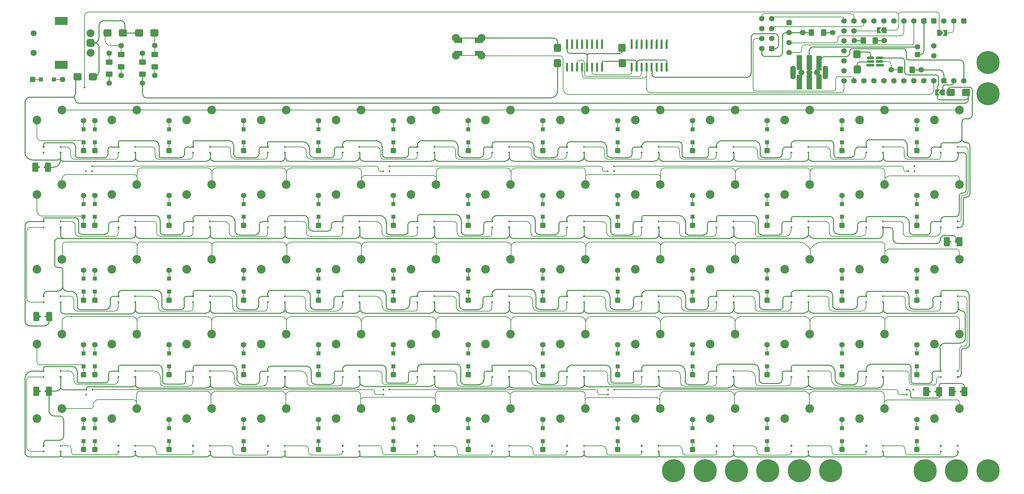
<source format=gtl>
G04 #@! TF.GenerationSoftware,KiCad,Pcbnew,9.0.2*
G04 #@! TF.CreationDate,2025-07-13T16:57:08+05:30*
G04 #@! TF.ProjectId,pcb,7063622e-6b69-4636-9164-5f7063625858,rev?*
G04 #@! TF.SameCoordinates,Original*
G04 #@! TF.FileFunction,Copper,L1,Top*
G04 #@! TF.FilePolarity,Positive*
%FSLAX46Y46*%
G04 Gerber Fmt 4.6, Leading zero omitted, Abs format (unit mm)*
G04 Created by KiCad (PCBNEW 9.0.2) date 2025-07-13 16:57:08*
%MOMM*%
%LPD*%
G01*
G04 APERTURE LIST*
G04 Aperture macros list*
%AMRoundRect*
0 Rectangle with rounded corners*
0 $1 Rounding radius*
0 $2 $3 $4 $5 $6 $7 $8 $9 X,Y pos of 4 corners*
0 Add a 4 corners polygon primitive as box body*
4,1,4,$2,$3,$4,$5,$6,$7,$8,$9,$2,$3,0*
0 Add four circle primitives for the rounded corners*
1,1,$1+$1,$2,$3*
1,1,$1+$1,$4,$5*
1,1,$1+$1,$6,$7*
1,1,$1+$1,$8,$9*
0 Add four rect primitives between the rounded corners*
20,1,$1+$1,$2,$3,$4,$5,0*
20,1,$1+$1,$4,$5,$6,$7,0*
20,1,$1+$1,$6,$7,$8,$9,0*
20,1,$1+$1,$8,$9,$2,$3,0*%
%AMFreePoly0*
4,1,6,1.000000,0.000000,0.500000,-0.750000,-0.500000,-0.750000,-0.500000,0.750000,0.500000,0.750000,1.000000,0.000000,1.000000,0.000000,$1*%
%AMFreePoly1*
4,1,6,0.500000,-0.750000,-0.650000,-0.750000,-0.150000,0.000000,-0.650000,0.750000,0.500000,0.750000,0.500000,-0.750000,0.500000,-0.750000,$1*%
G04 Aperture macros list end*
G04 #@! TA.AperFunction,ComponentPad*
%ADD10C,2.200000*%
G04 #@! TD*
G04 #@! TA.AperFunction,ComponentPad*
%ADD11R,3.200000X2.000000*%
G04 #@! TD*
G04 #@! TA.AperFunction,ComponentPad*
%ADD12C,2.000000*%
G04 #@! TD*
G04 #@! TA.AperFunction,ComponentPad*
%ADD13RoundRect,0.500000X0.500000X0.500000X-0.500000X0.500000X-0.500000X-0.500000X0.500000X-0.500000X0*%
G04 #@! TD*
G04 #@! TA.AperFunction,ComponentPad*
%ADD14C,1.600000*%
G04 #@! TD*
G04 #@! TA.AperFunction,ComponentPad*
%ADD15C,1.500000*%
G04 #@! TD*
G04 #@! TA.AperFunction,SMDPad,CuDef*
%ADD16R,2.000000X1.250000*%
G04 #@! TD*
G04 #@! TA.AperFunction,SMDPad,CuDef*
%ADD17FreePoly0,180.000000*%
G04 #@! TD*
G04 #@! TA.AperFunction,SMDPad,CuDef*
%ADD18FreePoly1,180.000000*%
G04 #@! TD*
G04 #@! TA.AperFunction,ComponentPad*
%ADD19O,1.400000X3.500000*%
G04 #@! TD*
G04 #@! TA.AperFunction,SMDPad,CuDef*
%ADD20R,1.350000X3.800000*%
G04 #@! TD*
G04 #@! TA.AperFunction,ComponentPad*
%ADD21C,0.500000*%
G04 #@! TD*
G04 #@! TA.AperFunction,SMDPad,CuDef*
%ADD22R,0.600000X2.000000*%
G04 #@! TD*
G04 #@! TA.AperFunction,ComponentPad*
%ADD23RoundRect,0.125000X-0.125000X0.125000X-0.125000X-0.125000X0.125000X-0.125000X0.125000X0.125000X0*%
G04 #@! TD*
G04 #@! TA.AperFunction,WasherPad*
%ADD24C,5.875000*%
G04 #@! TD*
G04 #@! TA.AperFunction,SMDPad,CuDef*
%ADD25FreePoly0,0.000000*%
G04 #@! TD*
G04 #@! TA.AperFunction,SMDPad,CuDef*
%ADD26FreePoly1,0.000000*%
G04 #@! TD*
G04 #@! TA.AperFunction,ComponentPad*
%ADD27C,1.397000*%
G04 #@! TD*
G04 #@! TA.AperFunction,ComponentPad*
%ADD28RoundRect,0.349250X0.349250X-0.349250X0.349250X0.349250X-0.349250X0.349250X-0.349250X-0.349250X0*%
G04 #@! TD*
G04 #@! TA.AperFunction,ComponentPad*
%ADD29RoundRect,0.349250X-0.349250X0.349250X-0.349250X-0.349250X0.349250X-0.349250X0.349250X0.349250X0*%
G04 #@! TD*
G04 #@! TA.AperFunction,SMDPad,CuDef*
%ADD30RoundRect,0.150000X-0.762500X-0.150000X0.762500X-0.150000X0.762500X0.150000X-0.762500X0.150000X0*%
G04 #@! TD*
G04 #@! TA.AperFunction,ComponentPad*
%ADD31RoundRect,0.349250X-0.349250X-0.349250X0.349250X-0.349250X0.349250X0.349250X-0.349250X0.349250X0*%
G04 #@! TD*
G04 #@! TA.AperFunction,ComponentPad*
%ADD32RoundRect,0.347750X0.347750X-0.347750X0.347750X0.347750X-0.347750X0.347750X-0.347750X-0.347750X0*%
G04 #@! TD*
G04 #@! TA.AperFunction,SMDPad,CuDef*
%ADD33RoundRect,0.250000X0.300000X-0.300000X0.300000X0.300000X-0.300000X0.300000X-0.300000X-0.300000X0*%
G04 #@! TD*
G04 #@! TA.AperFunction,ComponentPad*
%ADD34C,1.391000*%
G04 #@! TD*
G04 #@! TA.AperFunction,ComponentPad*
%ADD35RoundRect,0.347750X-0.347750X-0.347750X0.347750X-0.347750X0.347750X0.347750X-0.347750X0.347750X0*%
G04 #@! TD*
G04 #@! TA.AperFunction,SMDPad,CuDef*
%ADD36RoundRect,0.250000X-0.300000X-0.300000X0.300000X-0.300000X0.300000X0.300000X-0.300000X0.300000X0*%
G04 #@! TD*
G04 #@! TA.AperFunction,ComponentPad*
%ADD37RoundRect,0.125000X-0.125000X-0.125000X0.125000X-0.125000X0.125000X0.125000X-0.125000X0.125000X0*%
G04 #@! TD*
G04 #@! TA.AperFunction,SMDPad,CuDef*
%ADD38RoundRect,0.250001X0.499999X0.924999X-0.499999X0.924999X-0.499999X-0.924999X0.499999X-0.924999X0*%
G04 #@! TD*
G04 #@! TA.AperFunction,ComponentPad*
%ADD39RoundRect,0.125000X0.125000X0.125000X-0.125000X0.125000X-0.125000X-0.125000X0.125000X-0.125000X0*%
G04 #@! TD*
G04 #@! TA.AperFunction,ComponentPad*
%ADD40RoundRect,0.250000X-0.250000X-0.250000X0.250000X-0.250000X0.250000X0.250000X-0.250000X0.250000X0*%
G04 #@! TD*
G04 #@! TA.AperFunction,SMDPad,CuDef*
%ADD41RoundRect,0.339622X-0.710378X-0.560378X0.710378X-0.560378X0.710378X0.560378X-0.710378X0.560378X0*%
G04 #@! TD*
G04 #@! TA.AperFunction,ComponentPad*
%ADD42C,1.000000*%
G04 #@! TD*
G04 #@! TA.AperFunction,SMDPad,CuDef*
%ADD43RoundRect,0.250001X-0.499999X-0.924999X0.499999X-0.924999X0.499999X0.924999X-0.499999X0.924999X0*%
G04 #@! TD*
G04 #@! TA.AperFunction,SMDPad,CuDef*
%ADD44RoundRect,0.250000X0.625000X-0.400000X0.625000X0.400000X-0.625000X0.400000X-0.625000X-0.400000X0*%
G04 #@! TD*
G04 #@! TA.AperFunction,SMDPad,CuDef*
%ADD45RoundRect,0.250000X-0.400000X-0.625000X0.400000X-0.625000X0.400000X0.625000X-0.400000X0.625000X0*%
G04 #@! TD*
G04 #@! TA.AperFunction,ComponentPad*
%ADD46RoundRect,0.250000X-0.250000X0.250000X-0.250000X-0.250000X0.250000X-0.250000X0.250000X0.250000X0*%
G04 #@! TD*
G04 #@! TA.AperFunction,SMDPad,CuDef*
%ADD47RoundRect,0.339622X-0.560378X0.710378X-0.560378X-0.710378X0.560378X-0.710378X0.560378X0.710378X0*%
G04 #@! TD*
G04 #@! TA.AperFunction,ComponentPad*
%ADD48RoundRect,0.250000X0.250000X-0.250000X0.250000X0.250000X-0.250000X0.250000X-0.250000X-0.250000X0*%
G04 #@! TD*
G04 #@! TA.AperFunction,SMDPad,CuDef*
%ADD49RoundRect,0.339622X0.560378X-0.710378X0.560378X0.710378X-0.560378X0.710378X-0.560378X-0.710378X0*%
G04 #@! TD*
G04 #@! TA.AperFunction,ComponentPad*
%ADD50RoundRect,0.250000X0.250000X0.250000X-0.250000X0.250000X-0.250000X-0.250000X0.250000X-0.250000X0*%
G04 #@! TD*
G04 #@! TA.AperFunction,SMDPad,CuDef*
%ADD51RoundRect,0.339622X0.710378X0.560378X-0.710378X0.560378X-0.710378X-0.560378X0.710378X-0.560378X0*%
G04 #@! TD*
G04 #@! TA.AperFunction,Conductor*
%ADD52C,0.200000*%
G04 #@! TD*
G04 #@! TA.AperFunction,Conductor*
%ADD53C,0.250000*%
G04 #@! TD*
G04 APERTURE END LIST*
D10*
X53665000Y-62000000D03*
X47315000Y-64540000D03*
X53665000Y-81025000D03*
X47315000Y-83565000D03*
X53665000Y-100050000D03*
X47315000Y-102590000D03*
X53665000Y-119075000D03*
X47315000Y-121615000D03*
X53665000Y-138100000D03*
X47315000Y-140640000D03*
X72690000Y-62000000D03*
X66340000Y-64540000D03*
X72690000Y-81025000D03*
X66340000Y-83565000D03*
X72690000Y-100050000D03*
X66340000Y-102590000D03*
X72690000Y-119075000D03*
X66340000Y-121615000D03*
X72690000Y-138100000D03*
X66340000Y-140640000D03*
X91715000Y-62000000D03*
X85365000Y-64540000D03*
X91715000Y-100050000D03*
X85365000Y-102590000D03*
X91715000Y-119075000D03*
X85365000Y-121615000D03*
X91715000Y-138100000D03*
X85365000Y-140640000D03*
X110740000Y-62000000D03*
X104390000Y-64540000D03*
X110740000Y-81025000D03*
X104390000Y-83565000D03*
X110740000Y-100050000D03*
X104390000Y-102590000D03*
X110740000Y-119075000D03*
X104390000Y-121615000D03*
X110740000Y-138100000D03*
X104390000Y-140640000D03*
X129765000Y-62000000D03*
X123415000Y-64540000D03*
X129765000Y-81025000D03*
X123415000Y-83565000D03*
X129765000Y-100050000D03*
X123415000Y-102590000D03*
X129765000Y-119075000D03*
X123415000Y-121615000D03*
X129765000Y-138100000D03*
X123415000Y-140640000D03*
X148790000Y-62000000D03*
X142440000Y-64540000D03*
X148790000Y-81025000D03*
X142440000Y-83565000D03*
X148790000Y-100050000D03*
X142440000Y-102590000D03*
X148790000Y-119075000D03*
X142440000Y-121615000D03*
X148790000Y-138100000D03*
X142440000Y-140640000D03*
X167815000Y-62000000D03*
X161465000Y-64540000D03*
X167815000Y-81025000D03*
X161465000Y-83565000D03*
X167815000Y-100050000D03*
X161465000Y-102590000D03*
X167815000Y-119075000D03*
X161465000Y-121615000D03*
X167815000Y-138100000D03*
X161465000Y-140640000D03*
X186840000Y-62000000D03*
X180490000Y-64540000D03*
X186840000Y-81025000D03*
X180490000Y-83565000D03*
X186840000Y-100050000D03*
X180490000Y-102590000D03*
X186840000Y-119075000D03*
X180490000Y-121615000D03*
X186840000Y-138100000D03*
X180490000Y-140640000D03*
X205865000Y-62000000D03*
X199515000Y-64540000D03*
X205865000Y-81025000D03*
X199515000Y-83565000D03*
X205865000Y-100050000D03*
X199515000Y-102590000D03*
X205865000Y-119075000D03*
X199515000Y-121615000D03*
X205865000Y-138100000D03*
X199515000Y-140640000D03*
X224890000Y-62000000D03*
X218540000Y-64540000D03*
X224890000Y-81025000D03*
X218540000Y-83565000D03*
X224890000Y-100050000D03*
X218540000Y-102590000D03*
X224890000Y-119075000D03*
X218540000Y-121615000D03*
X224890000Y-138100000D03*
X218540000Y-140640000D03*
X243915000Y-62000000D03*
X237565000Y-64540000D03*
X243915000Y-81025000D03*
X237565000Y-83565000D03*
X243915000Y-100050000D03*
X237565000Y-102590000D03*
X243915000Y-119075000D03*
X237565000Y-121615000D03*
X243915000Y-138100000D03*
X237565000Y-140640000D03*
X262940000Y-62000000D03*
X256590000Y-64540000D03*
X262940000Y-81025000D03*
X256590000Y-83565000D03*
X262940000Y-100050000D03*
X256590000Y-102590000D03*
X262940000Y-119075000D03*
X256590000Y-121615000D03*
X262940000Y-138100000D03*
X256590000Y-140640000D03*
X34640000Y-81025000D03*
X28290000Y-83565000D03*
X34640000Y-100050000D03*
X28290000Y-102590000D03*
X34640000Y-119075000D03*
X28290000Y-121615000D03*
X34640000Y-138100000D03*
X28290000Y-140640000D03*
D11*
X34410000Y-50542000D03*
X34410000Y-39342000D03*
D12*
X41910000Y-47442000D03*
X41910000Y-42442000D03*
D13*
X41910000Y-44942000D03*
D14*
X27410000Y-47442000D03*
D15*
X27410000Y-42442000D03*
D10*
X34640000Y-62000000D03*
X28290000Y-64540000D03*
D12*
X141360000Y-48180000D03*
D16*
X140735000Y-47530000D03*
X135485000Y-47530000D03*
D12*
X134860000Y-48180000D03*
X141360000Y-43680000D03*
D16*
X140735000Y-44330000D03*
X135485000Y-44330000D03*
D12*
X134860000Y-43680000D03*
D17*
X258750000Y-57540000D03*
D18*
X257300000Y-57540000D03*
D19*
X228852500Y-52450000D03*
X220652500Y-52450000D03*
D20*
X227260000Y-54860000D03*
X227240000Y-50060000D03*
D15*
X226752500Y-52450000D03*
D20*
X224752500Y-54950000D03*
D15*
X224752500Y-52450000D03*
D20*
X224752500Y-49950000D03*
D15*
X222752500Y-52450000D03*
D20*
X222252500Y-54950000D03*
X222252500Y-49950000D03*
D21*
X188508690Y-44265000D03*
D22*
X188492380Y-45416200D03*
D21*
X187228690Y-44265000D03*
D22*
X187222380Y-45416200D03*
D21*
X185968690Y-44265000D03*
D22*
X185952380Y-45416200D03*
D21*
X184698690Y-44265000D03*
D22*
X184682380Y-45416200D03*
D21*
X183418690Y-44265000D03*
D22*
X183412380Y-45416200D03*
D21*
X182148690Y-44265000D03*
D22*
X182142380Y-45416200D03*
D21*
X180888690Y-44265000D03*
D22*
X180872380Y-45416200D03*
D23*
X179608690Y-44265000D03*
D22*
X179602380Y-45416200D03*
X179602380Y-51016200D03*
D21*
X179608690Y-52065000D03*
D22*
X180872380Y-51016200D03*
D21*
X180888690Y-52065000D03*
D22*
X182142380Y-51016200D03*
D21*
X182148690Y-52065000D03*
D22*
X183412380Y-51016200D03*
D21*
X183418690Y-52065000D03*
D22*
X184682380Y-51016200D03*
D21*
X184698690Y-52065000D03*
D22*
X185952380Y-51016200D03*
D21*
X185968690Y-52065000D03*
D22*
X187222380Y-51016200D03*
D21*
X187228690Y-52065000D03*
D22*
X188492380Y-51016200D03*
D21*
X188508690Y-52065000D03*
D17*
X243910000Y-41740000D03*
D18*
X242460000Y-41740000D03*
D24*
X190240000Y-153890000D03*
X198240000Y-153890000D03*
X206240000Y-153890000D03*
X214240000Y-153890000D03*
X222240000Y-153890000D03*
X230240000Y-153890000D03*
X254240000Y-153890000D03*
X262240000Y-153890000D03*
X270240000Y-49890000D03*
X270240000Y-57890000D03*
X270240000Y-153890000D03*
D21*
X172045000Y-44265000D03*
D22*
X172028690Y-45416200D03*
D21*
X170765000Y-44265000D03*
D22*
X170758690Y-45416200D03*
D21*
X169505000Y-44265000D03*
D22*
X169488690Y-45416200D03*
D21*
X168235000Y-44265000D03*
D22*
X168218690Y-45416200D03*
D21*
X166955000Y-44265000D03*
D22*
X166948690Y-45416200D03*
D21*
X165685000Y-44265000D03*
D22*
X165678690Y-45416200D03*
D21*
X164425000Y-44265000D03*
D22*
X164408690Y-45416200D03*
D23*
X163145000Y-44265000D03*
D22*
X163138690Y-45416200D03*
X163138690Y-51016200D03*
D21*
X163145000Y-52065000D03*
D22*
X164408690Y-51016200D03*
D21*
X164425000Y-52065000D03*
D22*
X165678690Y-51016200D03*
D21*
X165685000Y-52065000D03*
D22*
X166948690Y-51016200D03*
D21*
X166955000Y-52065000D03*
D22*
X168218690Y-51016200D03*
D21*
X168235000Y-52065000D03*
D22*
X169488690Y-51016200D03*
D21*
X169505000Y-52065000D03*
D22*
X170758690Y-51016200D03*
D21*
X170765000Y-52065000D03*
D22*
X172028690Y-51016200D03*
D21*
X172045000Y-52065000D03*
D25*
X257835000Y-42370000D03*
D26*
X259285000Y-42370000D03*
D27*
X219630000Y-47410000D03*
X219630000Y-44870000D03*
X219630000Y-42330000D03*
D28*
X219630000Y-39790000D03*
D27*
X261510000Y-39360000D03*
X258970000Y-39360000D03*
D29*
X256430000Y-39360000D03*
X253890000Y-39360000D03*
D27*
X251350000Y-39360000D03*
X248810000Y-39360000D03*
X246270000Y-39360000D03*
X243730000Y-39360000D03*
X241190000Y-39360000D03*
X238650000Y-39360000D03*
X236110000Y-39360000D03*
X233570000Y-39360000D03*
X261510000Y-54600000D03*
D29*
X258970000Y-54600000D03*
D27*
X256430000Y-54600000D03*
X253890000Y-54600000D03*
X251350000Y-54600000D03*
X248810000Y-54600000D03*
X246270000Y-54600000D03*
X243730000Y-54600000D03*
X241190000Y-54600000D03*
X238650000Y-54600000D03*
X236110000Y-54600000D03*
X233570000Y-54600000D03*
X233570000Y-41900000D03*
X233570000Y-44440000D03*
X233570000Y-46980000D03*
X233570000Y-49520000D03*
X233570000Y-52060000D03*
X264050000Y-54600000D03*
D29*
X264050000Y-39360000D03*
D27*
X256430000Y-45710000D03*
X256430000Y-48250000D03*
X236110000Y-41900000D03*
D30*
X240370000Y-48710000D03*
X240370000Y-49660000D03*
D21*
X239437500Y-50610000D03*
D30*
X240370000Y-50610000D03*
X242645000Y-50610000D03*
D21*
X243557500Y-50610000D03*
D30*
X242645000Y-49660000D03*
X242645000Y-48710000D03*
D27*
X215190000Y-38730000D03*
X212650000Y-38730000D03*
X215190000Y-41270000D03*
X212650000Y-41270000D03*
X215190000Y-43810000D03*
X212650000Y-43810000D03*
D31*
X215190000Y-46350000D03*
D27*
X212650000Y-46350000D03*
D10*
X91715000Y-81025000D03*
X85365000Y-83565000D03*
D27*
X252320000Y-45920000D03*
D29*
X252320000Y-47920000D03*
D32*
X40160500Y-72390000D03*
D33*
X40160500Y-70230000D03*
X40160500Y-66930000D03*
D34*
X40160500Y-64770000D03*
D32*
X43035500Y-91415000D03*
D33*
X43035500Y-89255000D03*
X43035500Y-85955000D03*
D34*
X43035500Y-83795000D03*
D32*
X43035500Y-110440000D03*
D33*
X43035500Y-108280000D03*
X43035500Y-104980000D03*
D34*
X43035500Y-102820000D03*
D32*
X43035500Y-129465000D03*
D33*
X43035500Y-127305000D03*
X43035500Y-124005000D03*
D34*
X43035500Y-121845000D03*
D32*
X43035500Y-148490000D03*
D33*
X43035500Y-146330000D03*
X43035500Y-143030000D03*
D34*
X43035500Y-140870000D03*
D32*
X43035500Y-72390000D03*
D33*
X43035500Y-70230000D03*
X43035500Y-66930000D03*
D34*
X43035500Y-64770000D03*
D32*
X61860500Y-91415000D03*
D33*
X61860500Y-89255000D03*
X61860500Y-85955000D03*
D34*
X61860500Y-83795000D03*
D32*
X61860500Y-110440000D03*
D33*
X61860500Y-108280000D03*
X61860500Y-104980000D03*
D34*
X61860500Y-102820000D03*
D32*
X61860500Y-129465000D03*
D33*
X61860500Y-127305000D03*
X61860500Y-124005000D03*
D34*
X61860500Y-121845000D03*
D32*
X61860500Y-148490000D03*
D33*
X61860500Y-146330000D03*
X61860500Y-143030000D03*
D34*
X61860500Y-140870000D03*
D32*
X61860500Y-72390000D03*
D33*
X61860500Y-70230000D03*
X61860500Y-66930000D03*
D34*
X61860500Y-64770000D03*
D32*
X80885500Y-91415000D03*
D33*
X80885500Y-89255000D03*
X80885500Y-85955000D03*
D34*
X80885500Y-83795000D03*
D32*
X80885500Y-110440000D03*
D33*
X80885500Y-108280000D03*
X80885500Y-104980000D03*
D34*
X80885500Y-102820000D03*
D32*
X80885500Y-129465000D03*
D33*
X80885500Y-127305000D03*
X80885500Y-124005000D03*
D34*
X80885500Y-121845000D03*
D32*
X80885500Y-148490000D03*
D33*
X80885500Y-146330000D03*
X80885500Y-143030000D03*
D34*
X80885500Y-140870000D03*
D32*
X80885500Y-72390000D03*
D33*
X80885500Y-70230000D03*
X80885500Y-66930000D03*
D34*
X80885500Y-64770000D03*
D32*
X99910500Y-91415000D03*
D33*
X99910500Y-89255000D03*
X99910500Y-85955000D03*
D34*
X99910500Y-83795000D03*
D32*
X99910500Y-110440000D03*
D33*
X99910500Y-108280000D03*
X99910500Y-104980000D03*
D34*
X99910500Y-102820000D03*
D32*
X99910500Y-129465000D03*
D33*
X99910500Y-127305000D03*
X99910500Y-124005000D03*
D34*
X99910500Y-121845000D03*
D32*
X99910500Y-148490000D03*
D33*
X99910500Y-146330000D03*
X99910500Y-143030000D03*
D34*
X99910500Y-140870000D03*
D32*
X99910500Y-72390000D03*
D33*
X99910500Y-70230000D03*
X99910500Y-66930000D03*
D34*
X99910500Y-64770000D03*
D32*
X118935500Y-91415000D03*
D33*
X118935500Y-89255000D03*
X118935500Y-85955000D03*
D34*
X118935500Y-83795000D03*
D32*
X118935500Y-110440000D03*
D33*
X118935500Y-108280000D03*
X118935500Y-104980000D03*
D34*
X118935500Y-102820000D03*
D32*
X118935500Y-129465000D03*
D33*
X118935500Y-127305000D03*
X118935500Y-124005000D03*
D34*
X118935500Y-121845000D03*
D32*
X118935500Y-148490000D03*
D33*
X118935500Y-146330000D03*
X118935500Y-143030000D03*
D34*
X118935500Y-140870000D03*
D32*
X118935500Y-72390000D03*
D33*
X118935500Y-70230000D03*
X118935500Y-66930000D03*
D34*
X118935500Y-64770000D03*
D32*
X137960500Y-91415000D03*
D33*
X137960500Y-89255000D03*
X137960500Y-85955000D03*
D34*
X137960500Y-83795000D03*
D32*
X137960500Y-110440000D03*
D33*
X137960500Y-108280000D03*
X137960500Y-104980000D03*
D34*
X137960500Y-102820000D03*
D32*
X137960500Y-129465000D03*
D33*
X137960500Y-127305000D03*
X137960500Y-124005000D03*
D34*
X137960500Y-121845000D03*
D32*
X137960500Y-148490000D03*
D33*
X137960500Y-146330000D03*
X137960500Y-143030000D03*
D34*
X137960500Y-140870000D03*
D32*
X137960500Y-72390000D03*
D33*
X137960500Y-70230000D03*
X137960500Y-66930000D03*
D34*
X137960500Y-64770000D03*
D32*
X156985500Y-91415000D03*
D33*
X156985500Y-89255000D03*
X156985500Y-85955000D03*
D34*
X156985500Y-83795000D03*
D32*
X156985500Y-110440000D03*
D33*
X156985500Y-108280000D03*
X156985500Y-104980000D03*
D34*
X156985500Y-102820000D03*
D32*
X156985500Y-129465000D03*
D33*
X156985500Y-127305000D03*
X156985500Y-124005000D03*
D34*
X156985500Y-121845000D03*
D32*
X156985500Y-148490000D03*
D33*
X156985500Y-146330000D03*
X156985500Y-143030000D03*
D34*
X156985500Y-140870000D03*
D32*
X156985500Y-72390000D03*
D33*
X156985500Y-70230000D03*
X156985500Y-66930000D03*
D34*
X156985500Y-64770000D03*
D32*
X176010500Y-91415000D03*
D33*
X176010500Y-89255000D03*
X176010500Y-85955000D03*
D34*
X176010500Y-83795000D03*
D32*
X176010500Y-110440000D03*
D33*
X176010500Y-108280000D03*
X176010500Y-104980000D03*
D34*
X176010500Y-102820000D03*
D32*
X176010500Y-129465000D03*
D33*
X176010500Y-127305000D03*
X176010500Y-124005000D03*
D34*
X176010500Y-121845000D03*
D32*
X176010500Y-148490000D03*
D33*
X176010500Y-146330000D03*
X176010500Y-143030000D03*
D34*
X176010500Y-140870000D03*
D32*
X176010500Y-72390000D03*
D33*
X176010500Y-70230000D03*
X176010500Y-66930000D03*
D34*
X176010500Y-64770000D03*
D32*
X195035500Y-91415000D03*
D33*
X195035500Y-89255000D03*
X195035500Y-85955000D03*
D34*
X195035500Y-83795000D03*
D32*
X195035500Y-110440000D03*
D33*
X195035500Y-108280000D03*
X195035500Y-104980000D03*
D34*
X195035500Y-102820000D03*
D32*
X195035500Y-129465000D03*
D33*
X195035500Y-127305000D03*
X195035500Y-124005000D03*
D34*
X195035500Y-121845000D03*
D32*
X195035500Y-148490000D03*
D33*
X195035500Y-146330000D03*
X195035500Y-143030000D03*
D34*
X195035500Y-140870000D03*
D32*
X195035500Y-72390000D03*
D33*
X195035500Y-70230000D03*
X195035500Y-66930000D03*
D34*
X195035500Y-64770000D03*
D32*
X214060500Y-91415000D03*
D33*
X214060500Y-89255000D03*
X214060500Y-85955000D03*
D34*
X214060500Y-83795000D03*
D32*
X214060500Y-110440000D03*
D33*
X214060500Y-108280000D03*
X214060500Y-104980000D03*
D34*
X214060500Y-102820000D03*
D32*
X214060500Y-129465000D03*
D33*
X214060500Y-127305000D03*
X214060500Y-124005000D03*
D34*
X214060500Y-121845000D03*
D32*
X214060500Y-148490000D03*
D33*
X214060500Y-146330000D03*
X214060500Y-143030000D03*
D34*
X214060500Y-140870000D03*
D32*
X214060500Y-72390000D03*
D33*
X214060500Y-70230000D03*
X214060500Y-66930000D03*
D34*
X214060500Y-64770000D03*
D32*
X233085500Y-91415000D03*
D33*
X233085500Y-89255000D03*
X233085500Y-85955000D03*
D34*
X233085500Y-83795000D03*
D32*
X233085500Y-110440000D03*
D33*
X233085500Y-108280000D03*
X233085500Y-104980000D03*
D34*
X233085500Y-102820000D03*
D32*
X233085500Y-129465000D03*
D33*
X233085500Y-127305000D03*
X233085500Y-124005000D03*
D34*
X233085500Y-121845000D03*
D32*
X233085500Y-148490000D03*
D33*
X233085500Y-146330000D03*
X233085500Y-143030000D03*
D34*
X233085500Y-140870000D03*
D32*
X233085500Y-72390000D03*
D33*
X233085500Y-70230000D03*
X233085500Y-66930000D03*
D34*
X233085500Y-64770000D03*
D32*
X252110500Y-91415000D03*
D33*
X252110500Y-89255000D03*
X252110500Y-85955000D03*
D34*
X252110500Y-83795000D03*
D32*
X252110500Y-110440000D03*
D33*
X252110500Y-108280000D03*
X252110500Y-104980000D03*
D34*
X252110500Y-102820000D03*
D32*
X252110500Y-129465000D03*
D33*
X252110500Y-127305000D03*
X252110500Y-124005000D03*
D34*
X252110500Y-121845000D03*
D32*
X252110500Y-148490000D03*
D33*
X252110500Y-146330000D03*
X252110500Y-143030000D03*
D34*
X252110500Y-140870000D03*
D32*
X252110500Y-72390000D03*
D33*
X252110500Y-70230000D03*
X252110500Y-66930000D03*
D34*
X252110500Y-64770000D03*
D32*
X40160500Y-129465000D03*
D33*
X40160500Y-127305000D03*
X40160500Y-124005000D03*
D34*
X40160500Y-121845000D03*
D32*
X40160500Y-148490000D03*
D33*
X40160500Y-146330000D03*
X40160500Y-143030000D03*
D34*
X40160500Y-140870000D03*
D35*
X27150000Y-54260000D03*
D36*
X29310000Y-54260000D03*
X32610000Y-54260000D03*
D34*
X34770000Y-54260000D03*
D32*
X40160500Y-110440000D03*
D33*
X40160500Y-108280000D03*
X40160500Y-104980000D03*
D34*
X40160500Y-102820000D03*
D21*
X182150000Y-128485000D03*
X182150000Y-129985000D03*
D37*
X186450000Y-129985000D03*
D21*
X186450000Y-128485000D03*
D38*
X31095000Y-76560000D03*
D21*
X30190000Y-76560000D03*
D39*
X28750000Y-76560000D03*
D38*
X27845000Y-76560000D03*
D40*
X53690000Y-42390000D03*
D41*
X54240000Y-42415000D03*
X58140000Y-42365000D03*
D42*
X58690000Y-42390000D03*
D21*
X53275000Y-110960000D03*
X53275000Y-109460000D03*
D39*
X48975000Y-109460000D03*
D21*
X48975000Y-110960000D03*
X34250000Y-149010000D03*
X34250000Y-147510000D03*
D39*
X29950000Y-147510000D03*
D21*
X29950000Y-149010000D03*
X201175000Y-128485000D03*
X201175000Y-129985000D03*
D37*
X205475000Y-129985000D03*
D21*
X205475000Y-128485000D03*
X125075000Y-128485000D03*
X125075000Y-129985000D03*
D37*
X129375000Y-129985000D03*
D21*
X129375000Y-128485000D03*
X110350000Y-110960000D03*
X110350000Y-109460000D03*
D39*
X106050000Y-109460000D03*
D21*
X106050000Y-110960000D03*
X53275000Y-72910000D03*
X53275000Y-71410000D03*
D39*
X48975000Y-71410000D03*
D21*
X48975000Y-72910000D03*
X249630000Y-134550000D03*
X249630000Y-133250000D03*
X251230000Y-133250000D03*
X167425000Y-110960000D03*
X167425000Y-109460000D03*
D39*
X163125000Y-109460000D03*
D21*
X163125000Y-110960000D03*
X40400000Y-56260000D03*
X87025000Y-90435000D03*
X87025000Y-91935000D03*
D37*
X91325000Y-91935000D03*
D21*
X91325000Y-90435000D03*
D43*
X254525000Y-133730000D03*
D21*
X255430000Y-133730000D03*
D37*
X256870000Y-133730000D03*
D43*
X257775000Y-133730000D03*
D21*
X220200000Y-90435000D03*
X220200000Y-91935000D03*
D37*
X224500000Y-91935000D03*
D21*
X224500000Y-90435000D03*
X173530000Y-134550000D03*
X173530000Y-133250000D03*
X175130000Y-133250000D03*
D27*
X58260000Y-53250000D03*
D44*
X58260000Y-50990000D03*
X58260000Y-47890000D03*
D27*
X58260000Y-45630000D03*
D21*
X262549999Y-149010000D03*
X262549999Y-147510000D03*
D39*
X258249999Y-147510000D03*
D21*
X258249999Y-149010000D03*
X205475000Y-149010000D03*
X205475000Y-147510000D03*
D39*
X201175000Y-147510000D03*
D21*
X201175000Y-149010000D03*
X186450000Y-72910000D03*
X186450000Y-71410000D03*
D39*
X182150000Y-71410000D03*
D21*
X182150000Y-72910000D03*
D27*
X46660000Y-55190000D03*
D44*
X46660000Y-52930000D03*
X46660000Y-49830000D03*
D27*
X46660000Y-47570000D03*
D21*
X72300000Y-72910000D03*
X72300000Y-71410000D03*
D39*
X68000000Y-71410000D03*
D21*
X68000000Y-72910000D03*
X68000000Y-128485000D03*
X68000000Y-129985000D03*
D37*
X72300000Y-129985000D03*
D21*
X72300000Y-128485000D03*
X220200000Y-128485000D03*
X220200000Y-129985000D03*
D37*
X224500000Y-129985000D03*
D21*
X224500000Y-128485000D03*
X29950000Y-90435000D03*
X29950000Y-91935000D03*
D37*
X34250000Y-91935000D03*
D21*
X34250000Y-90435000D03*
X48975000Y-90435000D03*
X48975000Y-91935000D03*
D37*
X53275000Y-91935000D03*
D21*
X53275000Y-90435000D03*
X182150000Y-90435000D03*
X182150000Y-91935000D03*
D37*
X186450000Y-91935000D03*
D21*
X186450000Y-90435000D03*
X91325000Y-72910000D03*
X91325000Y-71410000D03*
D39*
X87025000Y-71410000D03*
D21*
X87025000Y-72910000D03*
D40*
X260200000Y-57540000D03*
D41*
X260750000Y-57565000D03*
X264650000Y-57515000D03*
D42*
X265200000Y-57540000D03*
D21*
X110350000Y-149010000D03*
X110350000Y-147510000D03*
D39*
X106050000Y-147510000D03*
D21*
X106050000Y-149010000D03*
X163125000Y-128485000D03*
X163125000Y-129985000D03*
D37*
X167425000Y-129985000D03*
D21*
X167425000Y-128485000D03*
D27*
X245620000Y-51800000D03*
D45*
X247880000Y-51800000D03*
X250980000Y-51800000D03*
D27*
X253240000Y-51800000D03*
D21*
X110350000Y-72910000D03*
X110350000Y-71410000D03*
D39*
X106050000Y-71410000D03*
D21*
X106050000Y-72910000D03*
D27*
X223070000Y-42340000D03*
D45*
X225330000Y-42340000D03*
X228430000Y-42340000D03*
D27*
X230690000Y-42340000D03*
D21*
X262549999Y-72910000D03*
X262549999Y-71410000D03*
D39*
X258249999Y-71410000D03*
D21*
X258249999Y-72910000D03*
X239224999Y-128485000D03*
X239224999Y-129985000D03*
D37*
X243524999Y-129985000D03*
D21*
X243524999Y-128485000D03*
X148400000Y-149010000D03*
X148400000Y-147510000D03*
D39*
X144100000Y-147510000D03*
D21*
X144100000Y-149010000D03*
X258249999Y-90435000D03*
X258249999Y-91935000D03*
D37*
X262549999Y-91935000D03*
D21*
X262549999Y-90435000D03*
X186450000Y-110960000D03*
X186450000Y-109460000D03*
D39*
X182150000Y-109460000D03*
D21*
X182150000Y-110960000D03*
X34250000Y-110960000D03*
X34250000Y-109460000D03*
D39*
X29950000Y-109460000D03*
D21*
X29950000Y-110960000D03*
D43*
X260985000Y-133730000D03*
D21*
X261890000Y-133730000D03*
D37*
X263330000Y-133730000D03*
D43*
X264235000Y-133730000D03*
D21*
X262549999Y-110960000D03*
X262549999Y-109460000D03*
D39*
X258249999Y-109460000D03*
D21*
X258249999Y-110960000D03*
X34250000Y-72910000D03*
X34250000Y-71410000D03*
D39*
X29950000Y-71410000D03*
D21*
X29950000Y-72910000D03*
X91325000Y-110960000D03*
X91325000Y-109460000D03*
D39*
X87025000Y-109460000D03*
D21*
X87025000Y-110960000D03*
X106050000Y-90435000D03*
X106050000Y-91935000D03*
D37*
X110350000Y-91935000D03*
D21*
X110350000Y-90435000D03*
X243524999Y-149010000D03*
X243524999Y-147510000D03*
D39*
X239224999Y-147510000D03*
D21*
X239224999Y-149010000D03*
X125075000Y-90435000D03*
X125075000Y-91935000D03*
D37*
X129375000Y-91935000D03*
D21*
X129375000Y-90435000D03*
X40790000Y-134550000D03*
X40790000Y-133250000D03*
X42390000Y-133250000D03*
X243524999Y-72910000D03*
X243524999Y-71410000D03*
D39*
X239224999Y-71410000D03*
D21*
X239224999Y-72910000D03*
X224500000Y-72910000D03*
X224500000Y-71410000D03*
D39*
X220200000Y-71410000D03*
D21*
X220200000Y-72910000D03*
D46*
X160698690Y-45665000D03*
D47*
X160673690Y-46215000D03*
X160723690Y-50115000D03*
D42*
X160698690Y-50665000D03*
D21*
X144100000Y-128485000D03*
X144100000Y-129985000D03*
D37*
X148400000Y-129985000D03*
D21*
X148400000Y-128485000D03*
X48975000Y-128485000D03*
X48975000Y-129985000D03*
D37*
X53275000Y-129985000D03*
D21*
X53275000Y-128485000D03*
X72300000Y-149010000D03*
X72300000Y-147510000D03*
D39*
X68000000Y-147510000D03*
D21*
X68000000Y-149010000D03*
X175060000Y-76350000D03*
X175060000Y-77650000D03*
X173460000Y-77650000D03*
X251560000Y-76350000D03*
X251560000Y-77650000D03*
X249960000Y-77650000D03*
D43*
X28095000Y-133650000D03*
D21*
X29000000Y-133650000D03*
D37*
X30440000Y-133650000D03*
D43*
X31345000Y-133650000D03*
D48*
X236910000Y-52240000D03*
D49*
X236935000Y-51690000D03*
X236885000Y-47790000D03*
D42*
X236910000Y-47240000D03*
D21*
X224500000Y-149010000D03*
X224500000Y-147510000D03*
D39*
X220200000Y-147510000D03*
D21*
X220200000Y-149010000D03*
X29950000Y-128485000D03*
X29950000Y-129985000D03*
D37*
X34250000Y-129985000D03*
D21*
X34250000Y-128485000D03*
D27*
X49710000Y-53250000D03*
D44*
X49710000Y-50990000D03*
X49710000Y-47890000D03*
D27*
X49710000Y-45630000D03*
D21*
X163125000Y-90435000D03*
X163125000Y-91935000D03*
D37*
X167425000Y-91935000D03*
D21*
X167425000Y-90435000D03*
X72300000Y-110960000D03*
X72300000Y-109460000D03*
D39*
X68000000Y-109460000D03*
D21*
X68000000Y-110960000D03*
X148400000Y-72910000D03*
X148400000Y-71410000D03*
D39*
X144100000Y-71410000D03*
D21*
X144100000Y-72910000D03*
X68000000Y-90435000D03*
X68000000Y-91935000D03*
D37*
X72300000Y-91935000D03*
D21*
X72300000Y-90435000D03*
D27*
X55150000Y-55190000D03*
D44*
X55150000Y-52930000D03*
X55150000Y-49830000D03*
D27*
X55150000Y-47570000D03*
X236210000Y-44300000D03*
D45*
X238470000Y-44300000D03*
X241570000Y-44300000D03*
D27*
X243830000Y-44300000D03*
D21*
X129375000Y-72910000D03*
X129375000Y-71410000D03*
D39*
X125075000Y-71410000D03*
D21*
X125075000Y-72910000D03*
X224500000Y-110960000D03*
X224500000Y-109460000D03*
D39*
X220200000Y-109460000D03*
D21*
X220200000Y-110960000D03*
X87025000Y-128485000D03*
X87025000Y-129985000D03*
D37*
X91325000Y-129985000D03*
D21*
X91325000Y-128485000D03*
X117947344Y-76350000D03*
X117947344Y-77650000D03*
X116347344Y-77650000D03*
X201175000Y-90435000D03*
X201175000Y-91935000D03*
D37*
X205475000Y-91935000D03*
D21*
X205475000Y-90435000D03*
D38*
X31365000Y-114620000D03*
D21*
X30460000Y-114620000D03*
D39*
X29020000Y-114620000D03*
D38*
X28115000Y-114620000D03*
D21*
X167425000Y-149010000D03*
X167425000Y-147510000D03*
D39*
X163125000Y-147510000D03*
D21*
X163125000Y-149010000D03*
X129375000Y-149010000D03*
X129375000Y-147510000D03*
D39*
X125075000Y-147510000D03*
D21*
X125075000Y-149010000D03*
D43*
X259720000Y-95580000D03*
D21*
X260625000Y-95580000D03*
D37*
X262065000Y-95580000D03*
D43*
X262970000Y-95580000D03*
D46*
X177138690Y-45665000D03*
D47*
X177113690Y-46215000D03*
X177163690Y-50115000D03*
D42*
X177138690Y-50665000D03*
D21*
X144100000Y-90435000D03*
X144100000Y-91935000D03*
D37*
X148400000Y-91935000D03*
D21*
X148400000Y-90435000D03*
D50*
X50650000Y-42390000D03*
D51*
X50100000Y-42365000D03*
X46200000Y-42415000D03*
D42*
X45650000Y-42390000D03*
D21*
X205475000Y-110960000D03*
X205475000Y-109460000D03*
D39*
X201175000Y-109460000D03*
D21*
X201175000Y-110960000D03*
X186450000Y-149010000D03*
X186450000Y-147510000D03*
D39*
X182150000Y-147510000D03*
D21*
X182150000Y-149010000D03*
X148400000Y-110960000D03*
X148400000Y-109460000D03*
D39*
X144100000Y-109460000D03*
D21*
X144100000Y-110960000D03*
D32*
X40160500Y-91415000D03*
D33*
X40160500Y-89255000D03*
X40160500Y-85955000D03*
D34*
X40160500Y-83795000D03*
D50*
X43070000Y-53580000D03*
D51*
X42520000Y-53555000D03*
X38620000Y-53605000D03*
D42*
X38070000Y-53580000D03*
D21*
X42310000Y-76350000D03*
X42310000Y-77650000D03*
X40710000Y-77650000D03*
X53275000Y-149010000D03*
X53275000Y-147510000D03*
D39*
X48975000Y-147510000D03*
D21*
X48975000Y-149010000D03*
X258249999Y-128485000D03*
X258249999Y-129985000D03*
D37*
X262549999Y-129985000D03*
D21*
X262549999Y-128485000D03*
X239224999Y-90435000D03*
X239224999Y-91935000D03*
D37*
X243524999Y-91935000D03*
D21*
X243524999Y-90435000D03*
X116370000Y-134550000D03*
X116370000Y-133250000D03*
X117970000Y-133250000D03*
X91325000Y-149010000D03*
X91325000Y-147510000D03*
D39*
X87025000Y-147510000D03*
D21*
X87025000Y-149010000D03*
X167425000Y-72910000D03*
X167425000Y-71410000D03*
D39*
X163125000Y-71410000D03*
D21*
X163125000Y-72910000D03*
X106050000Y-128485000D03*
X106050000Y-129985000D03*
D37*
X110350000Y-129985000D03*
D21*
X110350000Y-128485000D03*
X129375000Y-110960000D03*
X129375000Y-109460000D03*
D39*
X125075000Y-109460000D03*
D21*
X125075000Y-110960000D03*
X243524999Y-110960000D03*
X243524999Y-109460000D03*
D39*
X239224999Y-109460000D03*
D21*
X239224999Y-110960000D03*
X205475000Y-72910000D03*
X205475000Y-71410000D03*
D39*
X201175000Y-71410000D03*
D21*
X201175000Y-72910000D03*
D52*
X40160500Y-104980000D02*
X40160500Y-102820000D01*
X40160500Y-85955000D02*
X40160500Y-83795000D01*
X40160500Y-143030000D02*
X40160500Y-140870000D01*
X40160500Y-124005000D02*
X40160500Y-121845000D01*
X40160500Y-66930000D02*
X40160500Y-64770000D01*
X43035500Y-66930000D02*
X43035500Y-64770000D01*
X43035500Y-85955000D02*
X43035500Y-83795000D01*
X43035500Y-143030000D02*
X43035500Y-140870000D01*
X43035500Y-124005000D02*
X43035500Y-121845000D01*
X43035500Y-104980000D02*
X43035500Y-102820000D01*
X61860500Y-143030000D02*
X61860500Y-140870000D01*
X61860500Y-124005000D02*
X61860500Y-121845000D01*
X61860500Y-66930000D02*
X61860500Y-64770000D01*
X61860500Y-104980000D02*
X61860500Y-102820000D01*
X61860500Y-85955000D02*
X61860500Y-83795000D01*
X80885500Y-143030000D02*
X80885500Y-140870000D01*
X80885500Y-124005000D02*
X80885500Y-121845000D01*
X80885500Y-66930000D02*
X80885500Y-64770000D01*
X80885500Y-85955000D02*
X80885500Y-83795000D01*
X80885500Y-104980000D02*
X80885500Y-102820000D01*
X99910500Y-143030000D02*
X99910500Y-140870000D01*
X99910500Y-66930000D02*
X99910500Y-64770000D01*
X99910500Y-104980000D02*
X99910500Y-102820000D01*
X99910500Y-124005000D02*
X99910500Y-121845000D01*
X99910500Y-85955000D02*
X99910500Y-83795000D01*
X118935500Y-143030000D02*
X118935500Y-140870000D01*
X118935500Y-66930000D02*
X118935500Y-64770000D01*
X118935500Y-124005000D02*
X118935500Y-121845000D01*
X118935500Y-85955000D02*
X118935500Y-83795000D01*
X118935500Y-104980000D02*
X118935500Y-102820000D01*
X137960500Y-143030000D02*
X137960500Y-140870000D01*
X137960500Y-85955000D02*
X137960500Y-83795000D01*
X137960500Y-124005000D02*
X137960500Y-121845000D01*
X137960500Y-104980000D02*
X137960500Y-102820000D01*
X137960500Y-66930000D02*
X137960500Y-64770000D01*
X156985500Y-66930000D02*
X156985500Y-64770000D01*
X156985500Y-143030000D02*
X156985500Y-140870000D01*
X156985500Y-85955000D02*
X156985500Y-83795000D01*
X156985500Y-124005000D02*
X156985500Y-121845000D01*
X156985500Y-104980000D02*
X156985500Y-102820000D01*
X176010500Y-143030000D02*
X176010500Y-140870000D01*
X176010500Y-124005000D02*
X176010500Y-121845000D01*
X176010500Y-85955000D02*
X176010500Y-83795000D01*
X176010500Y-66930000D02*
X176010500Y-64770000D01*
X176010500Y-104980000D02*
X176010500Y-102820000D01*
X195035500Y-143030000D02*
X195035500Y-140870000D01*
X195035500Y-104980000D02*
X195035500Y-102820000D01*
X195035500Y-124005000D02*
X195035500Y-121845000D01*
X195035500Y-85955000D02*
X195035500Y-83795000D01*
X195035500Y-66930000D02*
X195035500Y-64770000D01*
X214060500Y-104980000D02*
X214060500Y-102820000D01*
X214060500Y-121845000D02*
X214060500Y-124005000D01*
X214060500Y-66930000D02*
X214060500Y-64770000D01*
X214060500Y-85955000D02*
X214060500Y-83795000D01*
X214060500Y-143030000D02*
X214060500Y-140870000D01*
X233085500Y-85955000D02*
X233085500Y-83795000D01*
X233085500Y-124005000D02*
X233085500Y-121845000D01*
X233085500Y-66930000D02*
X233085500Y-64770000D01*
X233085500Y-143030000D02*
X233085500Y-140870000D01*
X233085500Y-104980000D02*
X233085500Y-102820000D01*
X252110500Y-66930000D02*
X252110500Y-64770000D01*
X252110500Y-124005000D02*
X252110500Y-121845000D01*
X252110500Y-85955000D02*
X252110500Y-83795000D01*
X252110500Y-104980000D02*
X252110500Y-102820000D01*
X252110500Y-143030000D02*
X252110500Y-140870000D01*
X244004736Y-79490000D02*
X244004736Y-81170000D01*
X147642534Y-76755000D02*
X130896521Y-76755000D01*
X187997128Y-76755000D02*
X204760211Y-76755000D01*
X224979736Y-77771179D02*
X224979736Y-78915000D01*
X110829736Y-79365132D02*
X110829736Y-79500000D01*
X224979736Y-77701993D02*
X224979736Y-78915000D01*
X53754736Y-77882141D02*
X53754736Y-79310000D01*
X111769095Y-78680000D02*
X129069466Y-78680000D01*
X225995915Y-76755000D02*
X242912638Y-76755000D01*
X73089001Y-77160998D02*
X73137368Y-77112632D01*
X129854736Y-79140000D02*
X129624736Y-78910000D01*
X110925102Y-79134897D02*
X111104868Y-78955132D01*
X129854736Y-79140000D02*
X129854736Y-77796785D01*
X168092236Y-78637500D02*
X167904736Y-78825000D01*
X93119658Y-76755000D02*
X109780316Y-76755000D01*
X53754736Y-79310000D02*
X53754736Y-81170000D01*
X72466747Y-77146747D02*
X72427368Y-77107368D01*
X186929736Y-78955000D02*
X186929736Y-81170000D01*
X72779736Y-77907632D02*
X72779736Y-78345000D01*
X34640000Y-79652045D02*
X34640000Y-81025000D01*
X91804736Y-78695000D02*
X91804736Y-78034879D01*
X53754736Y-79112368D02*
X53754736Y-79310000D01*
X72779736Y-78345000D02*
X72779736Y-77902368D01*
X186929736Y-78955000D02*
X186929736Y-77822392D01*
X167904736Y-77625173D02*
X167904736Y-78825000D01*
X244344736Y-79150000D02*
X244004736Y-79490000D01*
X148879736Y-78478000D02*
X148879736Y-81170000D01*
X129854736Y-79140000D02*
X129854736Y-81170000D01*
X224032742Y-76755000D02*
X207286729Y-76755000D01*
X91804736Y-78695000D02*
X91804736Y-81170000D01*
X224979736Y-78915000D02*
X224979736Y-81170000D01*
X244004736Y-79490000D02*
X244004736Y-77847097D01*
X167034562Y-76755000D02*
X150066625Y-76755000D01*
X167904736Y-78825000D02*
X167904736Y-81170000D01*
X53614989Y-78774989D02*
X53517368Y-78677368D01*
X72779736Y-78345000D02*
X72779736Y-81170000D01*
X54881877Y-76755000D02*
X71576676Y-76755000D01*
X262940000Y-79322132D02*
X262940000Y-81025000D01*
X148879736Y-77978868D02*
X148879736Y-78478000D01*
X186677236Y-78702500D02*
X186929736Y-78955000D01*
X91804736Y-78695000D02*
X91804736Y-78069922D01*
X205954736Y-78086993D02*
X205954736Y-78695000D01*
X186067647Y-78450000D02*
X168544901Y-78450000D01*
X148879736Y-78478000D02*
X148879736Y-77941889D01*
X110829736Y-79500000D02*
X110829736Y-81170000D01*
X110829736Y-77804419D02*
X110829736Y-79500000D01*
X205954736Y-78695000D02*
X205954736Y-81170000D01*
X52944310Y-78440000D02*
X35852045Y-78440000D01*
X245165568Y-78810000D02*
X262427867Y-78810000D01*
X90524856Y-76755000D02*
X74000768Y-76755000D01*
X148526796Y-77126796D02*
X148517368Y-77117368D01*
X205954736Y-78695000D02*
X205954736Y-77949524D01*
X207286729Y-76755000D02*
G75*
G03*
X206344852Y-77145116I-29J-1332000D01*
G01*
X167649868Y-77009868D02*
G75*
G02*
X167904766Y-77625173I-615268J-615332D01*
G01*
X91429868Y-77129868D02*
G75*
G03*
X90524856Y-76755037I-904968J-905032D01*
G01*
X245165568Y-78810000D02*
G75*
G03*
X244344758Y-79150022I32J-1160800D01*
G01*
X34995000Y-78795000D02*
G75*
G03*
X34640019Y-79652045I857000J-857000D01*
G01*
X205604868Y-77104868D02*
G75*
G02*
X205954715Y-77949524I-844668J-844632D01*
G01*
X110522368Y-77062368D02*
G75*
G03*
X109780316Y-76754983I-742068J-742032D01*
G01*
X262790000Y-78960000D02*
G75*
G02*
X262939987Y-79322132I-362100J-362100D01*
G01*
X187997128Y-76755000D02*
G75*
G03*
X187242352Y-77067616I-28J-1067400D01*
G01*
X53614989Y-78774989D02*
G75*
G02*
X53754756Y-79112368I-337389J-337411D01*
G01*
X91429868Y-77129868D02*
G75*
G02*
X91804734Y-78034879I-905068J-905032D01*
G01*
X206344868Y-77145132D02*
G75*
G03*
X205954723Y-78086993I941832J-941868D01*
G01*
X54881877Y-76755000D02*
G75*
G03*
X54084888Y-77085152I23J-1127100D01*
G01*
X225995915Y-76755000D02*
G75*
G03*
X225277356Y-77052620I-15J-1016200D01*
G01*
X149227368Y-77102632D02*
G75*
G03*
X148879721Y-77941889I839232J-839268D01*
G01*
X72427368Y-77107368D02*
G75*
G03*
X71576676Y-76755029I-850668J-850732D01*
G01*
X167649868Y-77009868D02*
G75*
G03*
X167034562Y-76755034I-615268J-615332D01*
G01*
X168544901Y-78450000D02*
G75*
G03*
X168092228Y-78637492I-1J-640200D01*
G01*
X110522368Y-77062368D02*
G75*
G02*
X110829717Y-77804419I-742068J-742032D01*
G01*
X73089001Y-77160998D02*
G75*
G03*
X72779747Y-77907632I746599J-746602D01*
G01*
X243684868Y-77074868D02*
G75*
G02*
X244004726Y-77847097I-772268J-772232D01*
G01*
X74000768Y-76755000D02*
G75*
G03*
X73137391Y-77112655I32J-1221000D01*
G01*
X150066625Y-76755000D02*
G75*
G03*
X149227353Y-77102617I-25J-1186900D01*
G01*
X110925102Y-79134897D02*
G75*
G03*
X110829747Y-79365132I230198J-230203D01*
G01*
X262790000Y-78960000D02*
G75*
G03*
X262427867Y-78810013I-362100J-362100D01*
G01*
X111769095Y-78680000D02*
G75*
G03*
X111104862Y-78955126I5J-939400D01*
G01*
X224702368Y-77032368D02*
G75*
G03*
X224032742Y-76754972I-669668J-669632D01*
G01*
X92189868Y-77140132D02*
G75*
G03*
X91804735Y-78069922I929732J-929768D01*
G01*
X225277368Y-77052632D02*
G75*
G03*
X224979717Y-77771179I718532J-718568D01*
G01*
X148517368Y-77117368D02*
G75*
G03*
X147642534Y-76754975I-874868J-874832D01*
G01*
X72466747Y-77146747D02*
G75*
G02*
X72779750Y-77902368I-755647J-755653D01*
G01*
X93119658Y-76755000D02*
G75*
G03*
X92189893Y-77140157I42J-1314900D01*
G01*
X35852045Y-78440000D02*
G75*
G03*
X34994987Y-78794987I-45J-1212000D01*
G01*
X130159868Y-77060132D02*
G75*
G03*
X129854720Y-77796785I736632J-736668D01*
G01*
X187242368Y-77067632D02*
G75*
G03*
X186929722Y-77822392I754732J-754768D01*
G01*
X243684868Y-77074868D02*
G75*
G03*
X242912638Y-76754974I-772268J-772232D01*
G01*
X148526796Y-77126796D02*
G75*
G02*
X148879751Y-77978868I-852096J-852104D01*
G01*
X129624736Y-78910000D02*
G75*
G03*
X129069466Y-78680032I-555236J-555300D01*
G01*
X205604868Y-77104868D02*
G75*
G03*
X204760211Y-76754985I-844668J-844632D01*
G01*
X186677236Y-78702500D02*
G75*
G03*
X186067647Y-78449970I-609636J-609600D01*
G01*
X130896521Y-76755000D02*
G75*
G03*
X130159854Y-77060118I-21J-1041800D01*
G01*
X224702368Y-77032368D02*
G75*
G02*
X224979728Y-77701993I-669668J-669632D01*
G01*
X53517368Y-78677368D02*
G75*
G03*
X52944310Y-78439985I-573068J-573032D01*
G01*
X54084868Y-77085132D02*
G75*
G03*
X53754772Y-77882141I797032J-796968D01*
G01*
X110850000Y-96978614D02*
X110850000Y-97740000D01*
X186950000Y-97830000D02*
X186950000Y-96722548D01*
X35654766Y-95630000D02*
X52725129Y-95630000D01*
X112113259Y-95630000D02*
X128637347Y-95630000D01*
X90570276Y-95630000D02*
X73824264Y-95630000D01*
X53775000Y-96585000D02*
X53775000Y-96965000D01*
X148900000Y-97140000D02*
X148900000Y-100045000D01*
X149168700Y-96111299D02*
X149275000Y-96005000D01*
X225000000Y-97790000D02*
X225000000Y-97585000D01*
X228038650Y-95630000D02*
X243043413Y-95630000D01*
X167925000Y-97700000D02*
X167925000Y-100045000D01*
X169111439Y-95630000D02*
X185772096Y-95630000D01*
X225889999Y-96519999D02*
X225134350Y-97275649D01*
X167925000Y-96816439D02*
X167925000Y-97700000D01*
X188042548Y-95630000D02*
X204805631Y-95630000D01*
X186950000Y-97830000D02*
X186950000Y-100045000D01*
X54756586Y-95630000D02*
X71775735Y-95630000D01*
X110850000Y-96893259D02*
X110850000Y-97740000D01*
X129875000Y-96355000D02*
X129875000Y-100045000D01*
X205975000Y-97570000D02*
X205975000Y-96748154D01*
X262940000Y-98321837D02*
X262940000Y-100050000D01*
X244025000Y-98082500D02*
X244025000Y-100045000D01*
X244025000Y-96611586D02*
X244025000Y-98770000D01*
X53520441Y-95990441D02*
X53467500Y-95937500D01*
X166772702Y-95630000D02*
X150180330Y-95630000D01*
X244031767Y-98078232D02*
X244370000Y-97740000D01*
X34750000Y-96534766D02*
X34750000Y-100045000D01*
X73100000Y-95930000D02*
X72800000Y-96230000D01*
X54043700Y-95936299D02*
X54062500Y-95917500D01*
X72800000Y-96230000D02*
X72500000Y-95930000D01*
X225000000Y-97790000D02*
X225000000Y-97600000D01*
X186950000Y-97830000D02*
X186950000Y-96807903D01*
X147585527Y-95630000D02*
X131112652Y-95630000D01*
X262018162Y-97400000D02*
X245190832Y-97400000D01*
X91825000Y-97570000D02*
X91825000Y-100045000D01*
X224855043Y-97235043D02*
X224125000Y-96505000D01*
X148515000Y-96015000D02*
X148638370Y-96138370D01*
X93045581Y-95630000D02*
X109501385Y-95630000D01*
X167925000Y-96782297D02*
X167925000Y-97700000D01*
X148900000Y-96760000D02*
X148900000Y-97140000D01*
X72800000Y-96230000D02*
X72800000Y-100045000D01*
X225000000Y-97790000D02*
X225000000Y-100045000D01*
X207093154Y-95630000D02*
X222012563Y-95630000D01*
X205975000Y-97570000D02*
X205975000Y-96799368D01*
X53775000Y-96965000D02*
X53775000Y-100045000D01*
X91825000Y-96850581D02*
X91825000Y-97570000D01*
X53775000Y-96605000D02*
X53775000Y-96965000D01*
X205975000Y-97570000D02*
X205975000Y-100045000D01*
X130237500Y-95992500D02*
X129875000Y-96355000D01*
X148900000Y-96770000D02*
X148900000Y-97140000D01*
X91825000Y-97570000D02*
X91825000Y-96884723D01*
X110850000Y-97740000D02*
X110850000Y-100045000D01*
X129512500Y-95992500D02*
X129875000Y-96355000D01*
X224855043Y-97235043D02*
G75*
G02*
X225000004Y-97585000I-349943J-349957D01*
G01*
X54043700Y-95936299D02*
G75*
G03*
X53774999Y-96585000I648700J-648701D01*
G01*
X244027500Y-98080000D02*
G75*
G03*
X244025000Y-98082500I0J-2500D01*
G01*
X205632500Y-95972500D02*
G75*
G02*
X205975013Y-96799368I-826900J-826900D01*
G01*
X72500000Y-95930000D02*
G75*
G03*
X71775735Y-95629985I-724300J-724300D01*
G01*
X91457500Y-95997500D02*
G75*
G03*
X90570276Y-95630010I-887200J-887200D01*
G01*
X148515000Y-96015000D02*
G75*
G03*
X147585527Y-95629988I-929500J-929500D01*
G01*
X131112652Y-95630000D02*
G75*
G03*
X130237485Y-95992485I-52J-1237600D01*
G01*
X35015000Y-95895000D02*
G75*
G03*
X34749986Y-96534766I639800J-639800D01*
G01*
X91457500Y-95997500D02*
G75*
G02*
X91824990Y-96884723I-887200J-887200D01*
G01*
X54756586Y-95630000D02*
G75*
G03*
X54062504Y-95917504I14J-981600D01*
G01*
X92182500Y-95987500D02*
G75*
G03*
X91824992Y-96850581I863100J-863100D01*
G01*
X262670000Y-97670000D02*
G75*
G02*
X262939984Y-98321837I-651800J-651800D01*
G01*
X168272500Y-95977500D02*
G75*
G03*
X167925016Y-96816439I838900J-838900D01*
G01*
X205632500Y-95972500D02*
G75*
G03*
X204805631Y-95629987I-826900J-826900D01*
G01*
X243737500Y-95917500D02*
G75*
G02*
X244025006Y-96611586I-694100J-694100D01*
G01*
X187270000Y-95950000D02*
G75*
G03*
X186950020Y-96722548I772500J-772500D01*
G01*
X245190832Y-97400000D02*
G75*
G03*
X244369990Y-97739990I-32J-1160800D01*
G01*
X244031767Y-98078232D02*
G75*
G02*
X244027500Y-98080010I-4267J4232D01*
G01*
X169111439Y-95630000D02*
G75*
G03*
X168272489Y-95977489I-39J-1186400D01*
G01*
X111220000Y-96000000D02*
G75*
G03*
X110849954Y-96893259I893200J-893300D01*
G01*
X262670000Y-97670000D02*
G75*
G03*
X262018162Y-97400016I-651800J-651800D01*
G01*
X112113259Y-95630000D02*
G75*
G03*
X111220033Y-96000033I41J-1263200D01*
G01*
X73824264Y-95630000D02*
G75*
G03*
X73100011Y-95930011I36J-1024300D01*
G01*
X148638370Y-96138370D02*
G75*
G02*
X148899988Y-96770000I-631670J-631630D01*
G01*
X35654766Y-95630000D02*
G75*
G03*
X35015010Y-95895010I34J-904800D01*
G01*
X129512500Y-95992500D02*
G75*
G03*
X128637347Y-95629951I-875200J-875100D01*
G01*
X243737500Y-95917500D02*
G75*
G03*
X243043413Y-95629994I-694100J-694100D01*
G01*
X149168700Y-96111299D02*
G75*
G03*
X148899999Y-96760000I648700J-648701D01*
G01*
X93045581Y-95630000D02*
G75*
G03*
X92182505Y-95987505I19J-1220600D01*
G01*
X207093154Y-95630000D02*
G75*
G03*
X206302534Y-95957534I46J-1118100D01*
G01*
X110455000Y-96025000D02*
G75*
G03*
X109501385Y-95630006I-953600J-953600D01*
G01*
X53467500Y-95937500D02*
G75*
G03*
X52725129Y-95629988I-742400J-742400D01*
G01*
X228038650Y-95630000D02*
G75*
G03*
X225889985Y-96519985I-50J-3038600D01*
G01*
X150180330Y-95630000D02*
G75*
G03*
X149274991Y-96004991I-30J-1280300D01*
G01*
X53520441Y-95990441D02*
G75*
G02*
X53775005Y-96605000I-614541J-614559D01*
G01*
X186605000Y-95975000D02*
G75*
G03*
X185772096Y-95630002I-832900J-832900D01*
G01*
X167587500Y-95967500D02*
G75*
G03*
X166772702Y-95629999I-814800J-814800D01*
G01*
X110455000Y-96025000D02*
G75*
G02*
X110849994Y-96978614I-953600J-953600D01*
G01*
X186605000Y-95975000D02*
G75*
G02*
X186949998Y-96807903I-832900J-832900D01*
G01*
X188042548Y-95630000D02*
G75*
G03*
X187269986Y-95949986I-48J-1092500D01*
G01*
X167587500Y-95967500D02*
G75*
G02*
X167925001Y-96782297I-814800J-814800D01*
G01*
X206302500Y-95957500D02*
G75*
G03*
X205974952Y-96748154I790600J-790700D01*
G01*
X225134350Y-97275649D02*
G75*
G03*
X224999999Y-97600000I324350J-324351D01*
G01*
X224125000Y-96505000D02*
G75*
G03*
X222012563Y-95630015I-2112400J-2112400D01*
G01*
X243975000Y-115295000D02*
X243975000Y-119065000D01*
X186900000Y-116850000D02*
X186900000Y-119065000D01*
X110800000Y-116760000D02*
X110800000Y-115998614D01*
X72421195Y-114981195D02*
X72420000Y-114980000D01*
X224950000Y-116810000D02*
X224950000Y-115947401D01*
X52538560Y-114650000D02*
X35946187Y-114650000D01*
X245076083Y-114650000D02*
X262248873Y-114650000D01*
X53725000Y-115665000D02*
X53725000Y-115985000D01*
X244297500Y-114972500D02*
X243975000Y-115295000D01*
X129452500Y-115022500D02*
X129533318Y-115103318D01*
X148850000Y-116160000D02*
X148850000Y-119065000D01*
X186900000Y-116850000D02*
X186900000Y-116152253D01*
X224950000Y-116810000D02*
X224950000Y-119065000D01*
X53725000Y-115985000D02*
X53725000Y-119065000D01*
X149229999Y-115029999D02*
X149115165Y-115144834D01*
X72750000Y-116240000D02*
X72750000Y-115780000D01*
X110800000Y-116760000D02*
X110800000Y-119065000D01*
X90520276Y-114650000D02*
X73893761Y-114650000D01*
X72750000Y-116240000D02*
X72750000Y-115775000D01*
X34700000Y-115896187D02*
X34700000Y-119065000D01*
X109451385Y-114650000D02*
X93029723Y-114650000D01*
X205925000Y-116590000D02*
X205925000Y-116007149D01*
X147467243Y-114650000D02*
X131011439Y-114650000D01*
X167875000Y-116720000D02*
X167875000Y-116024220D01*
X73075269Y-114994730D02*
X73085000Y-114985000D01*
X129825000Y-116220000D02*
X129825000Y-115782500D01*
X53725000Y-115670000D02*
X53725000Y-115985000D01*
X148850000Y-116160000D02*
X148850000Y-115785000D01*
X53377500Y-114997500D02*
X53498725Y-115118725D01*
X263000000Y-115401126D02*
X263000000Y-119065000D01*
X223567243Y-114650000D02*
X207265078Y-114650000D01*
X224950000Y-116810000D02*
X224950000Y-116032756D01*
X91407500Y-115017500D02*
X91775000Y-115385000D01*
X54928510Y-114650000D02*
X71623309Y-114650000D01*
X205925000Y-115990078D02*
X205925000Y-116590000D01*
X186900000Y-116135182D02*
X186900000Y-116850000D01*
X91775000Y-115385000D02*
X91775000Y-119065000D01*
X185397746Y-114650000D02*
X169215078Y-114650000D01*
X167875000Y-116720000D02*
X167875000Y-119065000D01*
X129825000Y-116220000D02*
X129825000Y-115807500D01*
X53947738Y-115132261D02*
X54077500Y-115002500D01*
X92142500Y-115017500D02*
X91775000Y-115385000D01*
X148850000Y-116160000D02*
X148850000Y-115810000D01*
X243975000Y-115295000D02*
X243652500Y-114972500D01*
X128553205Y-114650000D02*
X112097401Y-114650000D01*
X110800000Y-116760000D02*
X110800000Y-115947401D01*
X167875000Y-115990078D02*
X167875000Y-116720000D01*
X150147401Y-114650000D02*
X166500779Y-114650000D01*
X148445000Y-115055000D02*
X148602512Y-115212512D01*
X204567850Y-114650000D02*
X188385182Y-114650000D01*
X129825000Y-116220000D02*
X129825000Y-119065000D01*
X205925000Y-116590000D02*
X205925000Y-119065000D01*
X72750000Y-116240000D02*
X72750000Y-119065000D01*
X226247401Y-114650000D02*
X242873916Y-114650000D01*
X130172499Y-114997499D02*
X130134359Y-115035640D01*
X188385182Y-114650000D02*
G75*
G03*
X187335005Y-115085005I18J-1485200D01*
G01*
X129452500Y-115022500D02*
G75*
G03*
X128553205Y-114649998I-899300J-899300D01*
G01*
X130134359Y-115035640D02*
G75*
G03*
X129824994Y-115782500I746841J-746860D01*
G01*
X72420000Y-114980000D02*
G75*
G03*
X71623309Y-114649996I-796700J-796700D01*
G01*
X53498725Y-115118725D02*
G75*
G02*
X53725014Y-115665000I-546225J-546275D01*
G01*
X110405000Y-115045000D02*
G75*
G03*
X109451385Y-114650006I-953600J-953600D01*
G01*
X226247401Y-114650000D02*
G75*
G03*
X225330000Y-115030000I-1J-1297400D01*
G01*
X186460000Y-115090000D02*
G75*
G03*
X185397746Y-114649981I-1062300J-1062300D01*
G01*
X186460000Y-115090000D02*
G75*
G02*
X186900019Y-116152253I-1062300J-1062300D01*
G01*
X224545000Y-115055000D02*
G75*
G03*
X223567243Y-114649982I-977800J-977800D01*
G01*
X167472500Y-115052500D02*
G75*
G03*
X166500779Y-114650009I-971700J-971700D01*
G01*
X187335000Y-115085000D02*
G75*
G03*
X186899993Y-116135182I1050200J-1050200D01*
G01*
X148602512Y-115212512D02*
G75*
G02*
X148849993Y-115810000I-597512J-597488D01*
G01*
X129533318Y-115103318D02*
G75*
G02*
X129824989Y-115807500I-704218J-704182D01*
G01*
X54928510Y-114650000D02*
G75*
G03*
X54077497Y-115002497I-10J-1203500D01*
G01*
X168267500Y-115042500D02*
G75*
G03*
X167874991Y-115990078I947600J-947600D01*
G01*
X110405000Y-115045000D02*
G75*
G02*
X110799994Y-115998614I-953600J-953600D01*
G01*
X53947738Y-115132261D02*
G75*
G03*
X53725006Y-115670000I537762J-537739D01*
G01*
X111180000Y-115030000D02*
G75*
G03*
X110800000Y-115947401I917400J-917400D01*
G01*
X35065000Y-115015000D02*
G75*
G03*
X34699995Y-115896187I881200J-881200D01*
G01*
X225330000Y-115030000D02*
G75*
G03*
X224950000Y-115947401I917400J-917400D01*
G01*
X148445000Y-115055000D02*
G75*
G03*
X147467243Y-114649982I-977800J-977800D01*
G01*
X149115165Y-115144834D02*
G75*
G03*
X148849990Y-115785000I640135J-640166D01*
G01*
X262780000Y-114870000D02*
G75*
G03*
X262248873Y-114650011I-531100J-531100D01*
G01*
X262780000Y-114870000D02*
G75*
G02*
X262999989Y-115401126I-531100J-531100D01*
G01*
X224545000Y-115055000D02*
G75*
G02*
X224950018Y-116032756I-977800J-977800D01*
G01*
X131011439Y-114650000D02*
G75*
G03*
X130172489Y-114997489I-39J-1186400D01*
G01*
X112097401Y-114650000D02*
G75*
G03*
X111180000Y-115030000I-1J-1297400D01*
G01*
X150147401Y-114650000D02*
G75*
G03*
X149230000Y-115030000I-1J-1297400D01*
G01*
X205527500Y-115047500D02*
G75*
G03*
X204567850Y-114650021I-959600J-959600D01*
G01*
X53377500Y-114997500D02*
G75*
G03*
X52538560Y-114650016I-838900J-838900D01*
G01*
X245076083Y-114650000D02*
G75*
G03*
X244297505Y-114972505I17J-1101100D01*
G01*
X73893761Y-114650000D02*
G75*
G03*
X73085032Y-114985032I39J-1143700D01*
G01*
X243652500Y-114972500D02*
G75*
G03*
X242873916Y-114649993I-778600J-778600D01*
G01*
X169215078Y-114650000D02*
G75*
G03*
X168267506Y-115042506I22J-1340100D01*
G01*
X206317500Y-115042500D02*
G75*
G03*
X205924991Y-115990078I947600J-947600D01*
G01*
X91407500Y-115017500D02*
G75*
G03*
X90520276Y-114650010I-887200J-887200D01*
G01*
X205527500Y-115047500D02*
G75*
G02*
X205924979Y-116007149I-959600J-959600D01*
G01*
X73075269Y-114994730D02*
G75*
G03*
X72749988Y-115780000I785231J-785270D01*
G01*
X93029723Y-114650000D02*
G75*
G03*
X92142493Y-115017493I-23J-1254700D01*
G01*
X167472500Y-115052500D02*
G75*
G02*
X167874991Y-116024220I-971700J-971700D01*
G01*
X35946187Y-114650000D02*
G75*
G03*
X35065004Y-115015004I13J-1246200D01*
G01*
X72421195Y-114981195D02*
G75*
G02*
X72750003Y-115775000I-793795J-793805D01*
G01*
X207265078Y-114650000D02*
G75*
G03*
X206317506Y-115042506I22J-1340100D01*
G01*
X110864999Y-135424999D02*
X110668890Y-135621109D01*
X41978370Y-138100000D02*
X34640000Y-138100000D01*
X91605000Y-134812297D02*
X91605000Y-135600000D01*
X262940000Y-136375060D02*
X262940000Y-138100000D01*
X110630000Y-135770000D02*
X110630000Y-135715000D01*
X54451231Y-133660000D02*
X71436238Y-133660000D01*
X242840484Y-133660000D02*
X225974974Y-133660000D01*
X186730000Y-136020000D02*
X186730000Y-135885000D01*
X224780000Y-134854974D02*
X224780000Y-135820000D01*
X223516740Y-133660000D02*
X206924368Y-133660000D01*
X72580000Y-135250000D02*
X72580000Y-138075000D01*
X129655000Y-135650000D02*
X129655000Y-134300165D01*
X53555000Y-136680000D02*
X53555000Y-138075000D01*
X110630000Y-135770000D02*
X110630000Y-138075000D01*
X186730000Y-136020000D02*
X186730000Y-138075000D01*
X148680000Y-134430000D02*
X148680000Y-138075000D01*
X186470000Y-135490000D02*
X186634540Y-135654540D01*
X149065000Y-134045000D02*
X148680000Y-134430000D01*
X110630000Y-135770000D02*
X110630000Y-134701335D01*
X149994472Y-133660000D02*
X166842911Y-133660000D01*
X92706083Y-133660000D02*
X109588664Y-133660000D01*
X243805000Y-134624515D02*
X243805000Y-138075000D01*
X224780000Y-135820000D02*
X224780000Y-138075000D01*
X72580000Y-135250000D02*
X72580000Y-134790000D01*
X186730000Y-134906187D02*
X186730000Y-136020000D01*
X187976187Y-133660000D02*
X204483205Y-133660000D01*
X224780000Y-135820000D02*
X224780000Y-134923259D01*
X91605000Y-134761083D02*
X91605000Y-135600000D01*
X129655000Y-135650000D02*
X129655000Y-138075000D01*
X43992756Y-135760000D02*
X52829479Y-135760000D01*
X129655000Y-135650000D02*
X129425000Y-135420000D01*
X205755000Y-135600000D02*
X205755000Y-134829368D01*
X244030000Y-136105000D02*
X243805000Y-136330000D01*
X111432340Y-135190000D02*
X128869730Y-135190000D01*
X167967499Y-135492499D02*
X167812833Y-135647166D01*
X167705000Y-136060000D02*
X167705000Y-138075000D01*
X72580000Y-135250000D02*
X72580000Y-134810000D01*
X73792045Y-133660000D02*
X90452702Y-133660000D01*
X205755000Y-135600000D02*
X205755000Y-138075000D01*
X72245000Y-133995000D02*
X72254730Y-134004730D01*
X91605000Y-135600000D02*
X91605000Y-138075000D01*
X167705000Y-136060000D02*
X167705000Y-135907500D01*
X42610000Y-137142756D02*
X42610000Y-137468370D01*
X185842304Y-135230000D02*
X168601231Y-135230000D01*
X53555000Y-134556231D02*
X53555000Y-136680000D01*
X148295000Y-134045000D02*
X148680000Y-134430000D01*
X167705000Y-136060000D02*
X167705000Y-134522088D01*
X72891126Y-134058873D02*
X72935000Y-134015000D01*
X205755000Y-134931794D02*
X205755000Y-135600000D01*
X262444939Y-135880000D02*
X244573198Y-135880000D01*
X130295165Y-133660000D02*
X147365527Y-133660000D01*
X53555000Y-136432500D02*
X53555000Y-136680000D01*
X53379991Y-136009991D02*
X53342500Y-135972500D01*
X130295165Y-133660000D02*
G75*
G03*
X129842510Y-133847510I35J-640200D01*
G01*
X42425000Y-137915000D02*
G75*
G02*
X41978370Y-138099988I-446600J446600D01*
G01*
X205382500Y-134032500D02*
G75*
G02*
X205755002Y-134931794I-899300J-899300D01*
G01*
X53342500Y-135972500D02*
G75*
G03*
X52829479Y-135760008I-513000J-513000D01*
G01*
X187976187Y-133660000D02*
G75*
G03*
X187095004Y-134025004I13J-1246200D01*
G01*
X225130000Y-134010000D02*
G75*
G03*
X224779990Y-134854974I845000J-845000D01*
G01*
X92706083Y-133660000D02*
G75*
G03*
X91927505Y-133982505I17J-1101100D01*
G01*
X110668890Y-135621109D02*
G75*
G03*
X110630005Y-135715000I93910J-93891D01*
G01*
X186470000Y-135490000D02*
G75*
G03*
X185842304Y-135229998I-627700J-627700D01*
G01*
X53817500Y-133922500D02*
G75*
G03*
X53555013Y-134556231I633700J-633700D01*
G01*
X72254730Y-134004730D02*
G75*
G02*
X72580011Y-134790000I-785230J-785270D01*
G01*
X205382500Y-134032500D02*
G75*
G03*
X204483205Y-133659998I-899300J-899300D01*
G01*
X42610000Y-137468370D02*
G75*
G02*
X42425009Y-137915009I-631600J-30D01*
G01*
X72245000Y-133995000D02*
G75*
G03*
X71436238Y-133659984I-808800J-808800D01*
G01*
X262795000Y-136025000D02*
G75*
G03*
X262444939Y-135879984I-350100J-350100D01*
G01*
X110325000Y-133965000D02*
G75*
G03*
X109588664Y-133660015I-736300J-736300D01*
G01*
X262795000Y-136025000D02*
G75*
G02*
X262940016Y-136375060I-350100J-350100D01*
G01*
X72891126Y-134058873D02*
G75*
G03*
X72580013Y-134810000I751174J-751127D01*
G01*
X186634540Y-135654540D02*
G75*
G02*
X186730006Y-135885000I-230440J-230460D01*
G01*
X129842500Y-133847500D02*
G75*
G03*
X129654986Y-134300165I452700J-452700D01*
G01*
X91267500Y-133997500D02*
G75*
G02*
X91605001Y-134812297I-814800J-814800D01*
G01*
X73792045Y-133660000D02*
G75*
G03*
X72934987Y-134014987I-45J-1212000D01*
G01*
X111432340Y-135190000D02*
G75*
G03*
X110864988Y-135424988I-40J-802300D01*
G01*
X244573198Y-135880000D02*
G75*
G03*
X244030001Y-136105001I2J-768200D01*
G01*
X206924368Y-133660000D02*
G75*
G03*
X206097509Y-134002509I32J-1169400D01*
G01*
X206097500Y-134002500D02*
G75*
G03*
X205754987Y-134829368I826900J-826900D01*
G01*
X224410000Y-134030000D02*
G75*
G02*
X224780017Y-134923259I-893300J-893300D01*
G01*
X43992756Y-135760000D02*
G75*
G03*
X43015013Y-136165013I44J-1382800D01*
G01*
X53379991Y-136009991D02*
G75*
G02*
X53555005Y-136432500I-422491J-422509D01*
G01*
X54451231Y-133660000D02*
G75*
G03*
X53817491Y-133922491I-31J-896200D01*
G01*
X43015000Y-136165000D02*
G75*
G03*
X42609982Y-137142756I977800J-977800D01*
G01*
X91927500Y-133982500D02*
G75*
G03*
X91604993Y-134761083I778600J-778600D01*
G01*
X167452500Y-133912500D02*
G75*
G02*
X167705005Y-134522088I-609600J-609600D01*
G01*
X167812833Y-135647166D02*
G75*
G03*
X167705009Y-135907500I260367J-260334D01*
G01*
X168601231Y-135230000D02*
G75*
G03*
X167967491Y-135492491I-31J-896200D01*
G01*
X148295000Y-134045000D02*
G75*
G03*
X147365527Y-133659988I-929500J-929500D01*
G01*
X110325000Y-133965000D02*
G75*
G02*
X110629985Y-134701335I-736300J-736300D01*
G01*
X149994472Y-133660000D02*
G75*
G03*
X149065008Y-134045008I28J-1314500D01*
G01*
X224410000Y-134030000D02*
G75*
G03*
X223516740Y-133659983I-893300J-893300D01*
G01*
X167452500Y-133912500D02*
G75*
G03*
X166842911Y-133659995I-609600J-609600D01*
G01*
X243522500Y-133942500D02*
G75*
G02*
X243804994Y-134624515I-682000J-682000D01*
G01*
X243522500Y-133942500D02*
G75*
G03*
X242840484Y-133660006I-682000J-682000D01*
G01*
X187095000Y-134025000D02*
G75*
G03*
X186729995Y-134906187I881200J-881200D01*
G01*
X225974974Y-133660000D02*
G75*
G03*
X225130007Y-134010007I26J-1195000D01*
G01*
X91267500Y-133997500D02*
G75*
G03*
X90452702Y-133659999I-814800J-814800D01*
G01*
X129425000Y-135420000D02*
G75*
G03*
X128869730Y-135189987I-555300J-555300D01*
G01*
X43035500Y-72390000D02*
X43035500Y-70230000D01*
X61860500Y-72390000D02*
X61860500Y-70230000D01*
X80885500Y-72390000D02*
X80885500Y-70230000D01*
X99910500Y-72390000D02*
X99910500Y-70230000D01*
X118935500Y-72390000D02*
X118935500Y-70230000D01*
X137960500Y-72390000D02*
X137960500Y-70230000D01*
X156985500Y-72390000D02*
X156985500Y-70230000D01*
X176010500Y-72390000D02*
X176010500Y-70230000D01*
X195035500Y-72390000D02*
X195035500Y-70230000D01*
X214060500Y-72390000D02*
X214060500Y-70230000D01*
X233085500Y-72390000D02*
X233085500Y-70230000D01*
X252110500Y-72390000D02*
X252110500Y-70230000D01*
X43035500Y-91415000D02*
X43035500Y-89255000D01*
X61860500Y-91415000D02*
X61860500Y-89255000D01*
X80885500Y-91415000D02*
X80885500Y-89255000D01*
X99910500Y-91415000D02*
X99910500Y-89255000D01*
X118935500Y-91415000D02*
X118935500Y-89255000D01*
X137960500Y-91415000D02*
X137960500Y-89255000D01*
X156985500Y-91415000D02*
X156985500Y-89255000D01*
X176010500Y-91415000D02*
X176010500Y-89255000D01*
X195035500Y-91415000D02*
X195035500Y-89255000D01*
X214060500Y-91415000D02*
X214060500Y-89255000D01*
X233085500Y-91415000D02*
X233085500Y-89255000D01*
X252110500Y-91415000D02*
X252110500Y-89255000D01*
X40160500Y-110440000D02*
X40160500Y-108280000D01*
X43035500Y-110440000D02*
X43035500Y-108280000D01*
X61860500Y-110440000D02*
X61860500Y-108280000D01*
X80885500Y-110440000D02*
X80885500Y-108280000D01*
X99910500Y-110440000D02*
X99910500Y-108280000D01*
X118935500Y-110440000D02*
X118935500Y-108280000D01*
X137960500Y-110440000D02*
X137960500Y-108280000D01*
X156985500Y-110440000D02*
X156985500Y-108280000D01*
X176010500Y-110440000D02*
X176010500Y-108280000D01*
X195035500Y-110440000D02*
X195035500Y-108280000D01*
X214060500Y-110440000D02*
X214060500Y-108280000D01*
X233085500Y-110440000D02*
X233085500Y-108280000D01*
X252110500Y-110440000D02*
X252110500Y-108280000D01*
X40160500Y-129465000D02*
X40160500Y-127305000D01*
X28290000Y-126182408D02*
X28290000Y-121615000D01*
X29032591Y-126925000D02*
X39780500Y-126925000D01*
X28290000Y-126182408D02*
G75*
G03*
X28507503Y-126707497I742600J8D01*
G01*
X28507500Y-126707500D02*
G75*
G03*
X29032591Y-126925004I525100J525100D01*
G01*
X43035500Y-129465000D02*
X43035500Y-127305000D01*
X61860500Y-129465000D02*
X61860500Y-127305000D01*
X80885500Y-129465000D02*
X80885500Y-127305000D01*
X99910500Y-129465000D02*
X99910500Y-127305000D01*
X118935500Y-129465000D02*
X118935500Y-127305000D01*
X137960500Y-129465000D02*
X137960500Y-127305000D01*
X156985500Y-129465000D02*
X156985500Y-127305000D01*
X176010500Y-129465000D02*
X176010500Y-127305000D01*
X195035500Y-129465000D02*
X195035500Y-127305000D01*
X214060500Y-129465000D02*
X214060500Y-127305000D01*
X233085500Y-129465000D02*
X233085500Y-127305000D01*
X252110500Y-129465000D02*
X252110500Y-127305000D01*
X40160500Y-148490000D02*
X40160500Y-146330000D01*
X43035500Y-148490000D02*
X43035500Y-146330000D01*
X61860500Y-148490000D02*
X61860500Y-146330000D01*
X80885500Y-148490000D02*
X80885500Y-146330000D01*
X99910500Y-148490000D02*
X99910500Y-146330000D01*
X118935500Y-148490000D02*
X118935500Y-146330000D01*
X137960500Y-148490000D02*
X137960500Y-146330000D01*
X156985500Y-148490000D02*
X156985500Y-146330000D01*
X176010500Y-148490000D02*
X176010500Y-146330000D01*
X195035500Y-148490000D02*
X195035500Y-146330000D01*
X214060500Y-148490000D02*
X214060500Y-146330000D01*
X167560000Y-52956654D02*
X167560000Y-50001629D01*
X166928370Y-49370000D02*
X166171525Y-49370000D01*
X181263230Y-53520000D02*
X168123345Y-53520000D01*
X182148690Y-52634540D02*
X182148690Y-52065000D01*
X165685000Y-49856525D02*
X165685000Y-52065000D01*
X166171525Y-49370000D02*
G75*
G03*
X165827493Y-49512493I-25J-486500D01*
G01*
X182148690Y-52634540D02*
G75*
G02*
X181889331Y-53260641I-885490J40D01*
G01*
X167725000Y-53355000D02*
G75*
G03*
X168123345Y-53519952I398300J398400D01*
G01*
X167375000Y-49555000D02*
G75*
G02*
X167559988Y-50001629I-446600J-446600D01*
G01*
X165827500Y-49512500D02*
G75*
G03*
X165685011Y-49856525I344000J-344000D01*
G01*
X167560000Y-52956654D02*
G75*
G03*
X167724987Y-53355013I563300J-46D01*
G01*
X167375000Y-49555000D02*
G75*
G03*
X166928370Y-49370012I-446600J-446600D01*
G01*
X181889345Y-53260655D02*
G75*
G02*
X181263230Y-53520010I-626145J626155D01*
G01*
X46660000Y-49830000D02*
X46660000Y-47570000D01*
X49710000Y-53250000D02*
X49710000Y-50990000D01*
X55150000Y-49830000D02*
X55150000Y-47570000D01*
X58260000Y-53250000D02*
X58260000Y-50990000D01*
D53*
X217890000Y-43200624D02*
X217890000Y-47598873D01*
X188508690Y-49794037D02*
X188508690Y-52065000D01*
X223070000Y-42340000D02*
X225330000Y-42340000D01*
X56123050Y-58920000D02*
X159096245Y-58920000D01*
X187964652Y-49250000D02*
X181522555Y-49250000D01*
X180048905Y-49250000D02*
X178640337Y-49250000D01*
X172258388Y-49600000D02*
X176648690Y-49600000D01*
X218760624Y-42330000D02*
X222630000Y-42330000D01*
X180872380Y-50073474D02*
X180872380Y-51016200D01*
X172045000Y-49813388D02*
X172045000Y-52065000D01*
X46660000Y-55190000D02*
X46660000Y-52930000D01*
X160698690Y-57317555D02*
X160698690Y-50665000D01*
X217138873Y-48350000D02*
X213298700Y-48350000D01*
X180888690Y-49883865D02*
X180888690Y-52065000D01*
X177596190Y-49682500D02*
X177163690Y-50115000D01*
X55150000Y-55190000D02*
X55150000Y-52930000D01*
X212650000Y-47701299D02*
X212650000Y-46350000D01*
X55150000Y-57946949D02*
X55150000Y-55190000D01*
X217670000Y-48130000D02*
G75*
G02*
X217138873Y-48349989I-531100J531100D01*
G01*
X212650000Y-47701299D02*
G75*
G03*
X212840000Y-48160000I648700J-1D01*
G01*
X55150000Y-57946949D02*
G75*
G03*
X55435014Y-58634986I973100J49D01*
G01*
X181074345Y-49435655D02*
G75*
G03*
X180888649Y-49883865I448155J-448245D01*
G01*
X178640337Y-49250000D02*
G75*
G03*
X177596181Y-49682491I-37J-1476600D01*
G01*
X212840000Y-48160000D02*
G75*
G03*
X213298700Y-48350000I458700J458700D01*
G01*
X160229345Y-58450655D02*
G75*
G02*
X159096245Y-58920045I-1133145J1133055D01*
G01*
X160698690Y-57317555D02*
G75*
G02*
X160229377Y-58450687I-1602490J-45D01*
G01*
X217890000Y-47598873D02*
G75*
G02*
X217670008Y-48130008I-751100J-27D01*
G01*
X188349345Y-49409345D02*
G75*
G02*
X188508648Y-49794037I-384745J-384655D01*
G01*
X172258388Y-49600000D02*
G75*
G03*
X172107503Y-49662503I12J-213400D01*
G01*
X218145000Y-42585000D02*
G75*
G03*
X217890010Y-43200624I615600J-615600D01*
G01*
X180631190Y-49491190D02*
G75*
G02*
X180872397Y-50073474I-582290J-582310D01*
G01*
X180631190Y-49491190D02*
G75*
G03*
X180048905Y-49250003I-582290J-582310D01*
G01*
X188349345Y-49409345D02*
G75*
G03*
X187964652Y-49250023I-384645J-384655D01*
G01*
X218760624Y-42330000D02*
G75*
G03*
X218144993Y-42584993I-24J-870600D01*
G01*
X181522555Y-49250000D02*
G75*
G03*
X181074360Y-49435670I45J-633900D01*
G01*
X55435000Y-58635000D02*
G75*
G03*
X56123050Y-58920020I688100J688100D01*
G01*
X172107500Y-49662500D02*
G75*
G03*
X172044995Y-49813388I150900J-150900D01*
G01*
D52*
X233085500Y-148490000D02*
X233085500Y-146330000D01*
X237852789Y-45475000D02*
X250675692Y-45475000D01*
X251350000Y-44800692D02*
X251350000Y-39360000D01*
X237816576Y-45460000D02*
X223516984Y-45460000D01*
X222800000Y-46176984D02*
X222800000Y-46863725D01*
X222253725Y-47410000D02*
X219630000Y-47410000D01*
X237834683Y-45467500D02*
G75*
G03*
X237816576Y-45460015I-18083J-18100D01*
G01*
X223010000Y-45670000D02*
G75*
G03*
X222799994Y-46176984I507000J-507000D01*
G01*
X222800000Y-46863725D02*
G75*
G02*
X222639992Y-47249992I-546300J25D01*
G01*
X222640000Y-47250000D02*
G75*
G02*
X222253725Y-47410011I-386300J386300D01*
G01*
X237834683Y-45467500D02*
G75*
G03*
X237852789Y-45475009I18117J18100D01*
G01*
X223516984Y-45460000D02*
G75*
G03*
X223010004Y-45670004I16J-717000D01*
G01*
X251152500Y-45277500D02*
G75*
G02*
X250675692Y-45474997I-476800J476800D01*
G01*
X251350000Y-44800692D02*
G75*
G02*
X251152502Y-45277502I-674300J-8D01*
G01*
X232080000Y-44200086D02*
X232080000Y-43615060D01*
X248810000Y-42164020D02*
X248810000Y-39360000D01*
X232575060Y-43120000D02*
X247854020Y-43120000D01*
X231380086Y-44900000D02*
X219960000Y-44900000D01*
X232575060Y-43120000D02*
G75*
G03*
X232225011Y-43265011I40J-495100D01*
G01*
X248530000Y-42840000D02*
G75*
G02*
X247854020Y-43120008I-676000J676000D01*
G01*
X231875000Y-44695000D02*
G75*
G02*
X231380086Y-44899994I-494900J494900D01*
G01*
X232225000Y-43265000D02*
G75*
G03*
X232079984Y-43615060I350100J-350100D01*
G01*
X248810000Y-42164020D02*
G75*
G02*
X248529994Y-42839994I-956000J20D01*
G01*
X232080000Y-44200086D02*
G75*
G02*
X231875004Y-44695004I-699900J-14D01*
G01*
X252110500Y-148490000D02*
X252110500Y-146330000D01*
D53*
X225877903Y-45920000D02*
X252320000Y-45920000D01*
X224700000Y-47097903D02*
X224700000Y-49897500D01*
X225877903Y-45920000D02*
G75*
G03*
X225044999Y-46264999I-3J-1177900D01*
G01*
X225045000Y-46265000D02*
G75*
G03*
X224700002Y-47097903I832900J-832900D01*
G01*
D52*
X166955000Y-53023768D02*
X166955000Y-52065000D01*
X183418690Y-53140000D02*
X183418690Y-52065000D01*
X183149344Y-53650654D02*
X183333374Y-53466625D01*
X183418690Y-53140000D02*
X183418690Y-56589357D01*
X184479332Y-57650000D02*
X232699375Y-57650000D01*
X183418690Y-53140000D02*
X183418690Y-53260655D01*
X233570000Y-56779375D02*
X233570000Y-54600000D01*
X182499088Y-53920000D02*
X167851231Y-53920000D01*
X167217500Y-53657500D02*
G75*
G03*
X167851231Y-53919987I633700J633700D01*
G01*
X233315000Y-57395000D02*
G75*
G02*
X232699375Y-57649990I-615600J615600D01*
G01*
X183149344Y-53650654D02*
G75*
G02*
X182499088Y-53919991I-650244J650254D01*
G01*
X166955000Y-53023768D02*
G75*
G03*
X167217491Y-53657509I896200J-32D01*
G01*
X233570000Y-56779375D02*
G75*
G02*
X233315007Y-57395007I-870600J-25D01*
G01*
X183729345Y-57339345D02*
G75*
G03*
X184479332Y-57649989I749955J749945D01*
G01*
X183418690Y-56589357D02*
G75*
G03*
X183729330Y-57339360I1060610J-43D01*
G01*
X183418690Y-53260655D02*
G75*
G02*
X183333398Y-53466649I-291290J-45D01*
G01*
X32610000Y-54260000D02*
X34770000Y-54260000D01*
X179608690Y-52441820D02*
X179608690Y-52065000D01*
X169505000Y-52499332D02*
X169505000Y-52065000D01*
X170025667Y-53020000D02*
X179030510Y-53020000D01*
X169657500Y-52867500D02*
G75*
G03*
X170025667Y-53020013I368200J368200D01*
G01*
X179608690Y-52441820D02*
G75*
G02*
X179439337Y-52850647I-578190J20D01*
G01*
X169505000Y-52499332D02*
G75*
G03*
X169657509Y-52867491I520700J32D01*
G01*
X179439345Y-52850655D02*
G75*
G02*
X179030510Y-53020001I-408845J408855D01*
G01*
X231500000Y-54067989D02*
X231500000Y-56601299D01*
X231977989Y-53590000D02*
X235785649Y-53590000D01*
X211206984Y-43810000D02*
X212650000Y-43810000D01*
X210490000Y-51002928D02*
X210490000Y-44526984D01*
X210480000Y-56498873D02*
X210480000Y-51027071D01*
X236110000Y-53914350D02*
X236110000Y-54600000D01*
X230851299Y-57250000D02*
X211231126Y-57250000D01*
X210700000Y-44020000D02*
G75*
G03*
X210489994Y-44526984I507000J-507000D01*
G01*
X231310000Y-57060000D02*
G75*
G02*
X230851299Y-57250000I-458700J458700D01*
G01*
X210700000Y-57030000D02*
G75*
G03*
X211231126Y-57249989I531100J531100D01*
G01*
X210490000Y-51002928D02*
G75*
G02*
X210484992Y-51014992I-17100J28D01*
G01*
X210480000Y-56498873D02*
G75*
G03*
X210699992Y-57030008I751100J-27D01*
G01*
X210485000Y-51015000D02*
G75*
G03*
X210479988Y-51027071I12100J-12100D01*
G01*
X236015000Y-53685000D02*
G75*
G02*
X236110050Y-53914350I-229300J-229400D01*
G01*
X211206984Y-43810000D02*
G75*
G03*
X210700004Y-44020004I16J-717000D01*
G01*
X231500000Y-56601299D02*
G75*
G02*
X231310000Y-57060000I-648700J-1D01*
G01*
X231640000Y-53730000D02*
G75*
G03*
X231499996Y-54067989I338000J-338000D01*
G01*
X236015000Y-53685000D02*
G75*
G03*
X235785649Y-53590021I-229300J-229300D01*
G01*
X231977989Y-53590000D02*
G75*
G03*
X231640003Y-53730003I11J-478000D01*
G01*
D53*
X174030000Y-111689066D02*
X174030000Y-109628621D01*
X167475000Y-132145000D02*
X167475000Y-132005000D01*
X264628406Y-70300000D02*
X264821801Y-70300000D01*
X110400000Y-93700000D02*
X110400000Y-93300000D01*
X128180519Y-132430000D02*
X111629116Y-132430000D01*
X224927000Y-132457000D02*
X224550000Y-132080000D01*
X58654799Y-107942000D02*
X50001012Y-107942000D01*
X221170849Y-107942000D02*
X229323586Y-107942000D01*
X180950121Y-109460000D02*
X182100000Y-109460000D01*
X243524999Y-93574876D02*
X243524999Y-91935000D01*
X140580380Y-112820000D02*
X136744264Y-112820000D01*
X65660000Y-112225441D02*
X65660000Y-110142842D01*
X178817952Y-74154976D02*
X174338113Y-74154976D01*
X224550000Y-132080000D02*
X224173000Y-132457000D01*
X34820000Y-106820000D02*
X34820000Y-102714558D01*
X185537408Y-53650000D02*
X208952806Y-53650000D01*
X216195944Y-46350000D02*
X215190000Y-46350000D01*
X258199999Y-109460000D02*
X258199999Y-108614601D01*
X186500000Y-93370000D02*
X186500000Y-93740000D01*
X258199999Y-71410000D02*
X258199999Y-71090000D01*
X53325000Y-93410000D02*
X53325000Y-93747500D01*
X34419999Y-107795999D02*
X34616353Y-107599646D01*
X53058067Y-94431932D02*
X53040500Y-94449500D01*
X72215649Y-132444350D02*
X72088000Y-132572000D01*
X230980000Y-70794565D02*
X230980000Y-73361212D01*
X86975000Y-108707000D02*
X86975000Y-109209000D01*
X72350000Y-131930000D02*
X72350000Y-132120000D01*
X135720000Y-109363661D02*
X135720000Y-111795735D01*
X201125000Y-109460000D02*
X201125000Y-108486567D01*
X35010000Y-140874766D02*
X35010000Y-145202304D01*
X264748672Y-122640000D02*
X264287210Y-122640000D01*
X91375000Y-132092500D02*
X91375000Y-131870000D01*
X167475000Y-132005000D02*
X167475000Y-129985000D01*
X205438025Y-94131974D02*
X205180500Y-94389500D01*
X186837000Y-132497000D02*
X186545961Y-132205961D01*
X33971999Y-133267999D02*
X34140900Y-133099099D01*
X71455476Y-132834000D02*
X54262201Y-132834000D01*
X110400000Y-93300000D02*
X110400000Y-91935000D01*
X44030000Y-52180172D02*
X44030000Y-45877494D01*
X160698690Y-44702027D02*
X160698690Y-45665000D01*
X182140000Y-109062000D02*
X182140000Y-109420000D01*
X98871577Y-112826000D02*
X102779635Y-112826000D01*
X154690000Y-71297803D02*
X154690000Y-72969167D01*
X186500000Y-93370000D02*
X186500000Y-93725000D01*
X261237053Y-93920000D02*
X259316187Y-93920000D01*
X179680000Y-73292928D02*
X179680000Y-72161126D01*
X239804923Y-108196000D02*
X248864054Y-108196000D01*
X122048662Y-74154976D02*
X117037403Y-74154976D01*
X129425000Y-131540000D02*
X129425000Y-129985000D01*
X205525000Y-93799000D02*
X205525000Y-91935000D01*
X193030124Y-74154976D02*
X198488160Y-74154976D01*
X205525000Y-93902000D02*
X205525000Y-93799000D01*
X52742876Y-132450000D02*
X41317989Y-132450000D01*
X52353656Y-94734000D02*
X35836000Y-94734000D01*
X144050000Y-108707000D02*
X144050000Y-109209000D01*
X236990000Y-110228198D02*
X236990000Y-111680380D01*
X186500000Y-93370000D02*
X186500000Y-91935000D01*
X45804280Y-112826000D02*
X39161872Y-112826000D01*
X79260121Y-74130000D02*
X83865233Y-74130000D01*
X34820000Y-106820000D02*
X34820000Y-107108000D01*
X199674558Y-71410000D02*
X201125000Y-71410000D01*
X35205000Y-107811000D02*
X35034253Y-107640253D01*
X179181559Y-112826000D02*
X175166933Y-112826000D01*
X258346880Y-131670000D02*
X263441195Y-131670000D01*
X266220000Y-63346446D02*
X266220000Y-56851629D01*
X29900000Y-71034055D02*
X29900000Y-71410000D01*
X193270000Y-111928061D02*
X193270000Y-109457910D01*
X223262841Y-94734000D02*
X206769480Y-94734000D01*
X40840000Y-133230000D02*
X40840000Y-132927989D01*
X46890000Y-110364766D02*
X46890000Y-111740280D01*
X34300000Y-132490000D02*
X34300000Y-129985000D01*
X250995060Y-135380000D02*
X257552720Y-135380000D01*
X167475000Y-94039000D02*
X167475000Y-91935000D01*
X67950000Y-70275605D02*
X67950000Y-71410000D01*
X163075000Y-108401211D02*
X163075000Y-109460000D01*
X264235000Y-133730000D02*
X263330000Y-133730000D01*
X142372132Y-71410000D02*
X144050000Y-71410000D01*
X163716880Y-47570000D02*
X167628977Y-47570000D01*
X110682842Y-94382842D02*
X110717000Y-94417000D01*
X220150000Y-109460000D02*
X218712842Y-109460000D01*
X129060499Y-132065499D02*
X129368077Y-131757922D01*
X258199999Y-71410000D02*
X256515269Y-71410000D01*
X263222499Y-129787499D02*
X263175260Y-129834739D01*
X183440815Y-107942000D02*
X191754089Y-107942000D01*
X53325000Y-132109000D02*
X53325000Y-129985000D01*
X125322338Y-70271661D02*
X125388500Y-70205500D01*
X148450000Y-132024000D02*
X148450000Y-129985000D01*
X264638198Y-84190000D02*
X264924228Y-84190000D01*
X43620000Y-53170000D02*
X43210000Y-53580000D01*
X90454869Y-94734000D02*
X73142097Y-94734000D01*
X163075000Y-71410000D02*
X163075000Y-70988816D01*
X246070000Y-92694662D02*
X246070000Y-94904522D01*
X257860000Y-135072720D02*
X257860000Y-133815000D01*
X72350000Y-131930000D02*
X72350000Y-132100000D01*
X103249875Y-74154976D02*
X98861753Y-74154976D01*
X206940191Y-132834000D02*
X223262841Y-132834000D01*
X248376255Y-69588000D02*
X240074645Y-69588000D01*
X201669567Y-107942000D02*
X210847226Y-107942000D01*
X145333744Y-107688000D02*
X153688473Y-107688000D01*
X91532331Y-132472331D02*
X91634500Y-132574500D01*
X129425000Y-93827500D02*
X129425000Y-93460000D01*
X220150000Y-71410000D02*
X218989619Y-71410000D01*
X243574999Y-131606589D02*
X243574999Y-129985000D01*
X167127500Y-94386500D02*
X167475000Y-94039000D01*
X53325000Y-132109000D02*
X53154500Y-132279500D01*
X220150000Y-71410000D02*
X220150000Y-70862849D01*
X32685078Y-139970000D02*
X34105233Y-139970000D01*
X205525000Y-131801000D02*
X205525000Y-131903000D01*
X67950000Y-109460000D02*
X67950000Y-108621428D01*
X72350000Y-93993115D02*
X72350000Y-93470000D01*
X42784297Y-44942000D02*
X41910000Y-44942000D01*
X34300000Y-132685000D02*
X34300000Y-132490000D01*
X224550000Y-132080000D02*
X224550000Y-129985000D01*
X198248630Y-112826000D02*
X194167938Y-112826000D01*
X156160364Y-112826000D02*
X160303985Y-112826000D01*
X129165138Y-94454861D02*
X129155500Y-94464500D01*
X263570000Y-65155979D02*
X263570000Y-69680000D01*
X257318873Y-95980000D02*
X247145477Y-95980000D01*
X110087999Y-94421999D02*
X110113621Y-94396378D01*
X86975000Y-71410000D02*
X85418700Y-71410000D01*
X202536777Y-69842000D02*
X210785302Y-69842000D01*
X177113690Y-47026213D02*
X177113690Y-46215000D01*
X205939500Y-132419500D02*
X205597124Y-132077124D01*
X205889500Y-94369500D02*
X205597831Y-94077831D01*
X72350000Y-93470000D02*
X72350000Y-91935000D01*
X201386983Y-70407016D02*
X201538500Y-70255500D01*
X80207903Y-112840000D02*
X83752304Y-112840000D01*
X253240000Y-51800000D02*
X257775025Y-51800000D01*
X263570000Y-69680000D02*
X263260000Y-69990000D01*
X205525000Y-131801000D02*
X205525000Y-131833000D01*
X173220000Y-73036862D02*
X173220000Y-71519727D01*
X109198196Y-132834000D02*
X92260988Y-132834000D01*
X250305000Y-133425000D02*
X250272634Y-133392634D01*
X205525000Y-131801000D02*
X205525000Y-129985000D01*
X104811837Y-71410000D02*
X106000000Y-71410000D01*
X163075000Y-71410000D02*
X161755979Y-71410000D01*
X91375000Y-131870000D02*
X91375000Y-132087500D01*
X38060000Y-71375477D02*
X38060000Y-73634349D01*
X230720000Y-111834020D02*
X230720000Y-109338413D01*
X159676662Y-43680000D02*
X141360000Y-43680000D01*
X91110499Y-132569499D02*
X91221204Y-132458795D01*
X209960000Y-43608406D02*
X209960000Y-52642806D01*
X86975000Y-71410000D02*
X86975000Y-70384501D01*
X236910000Y-50476984D02*
X236910000Y-52240000D01*
X182490578Y-70486578D02*
X182288388Y-70688768D01*
X256165000Y-112075000D02*
X255810000Y-112430000D01*
X29950000Y-146892340D02*
X29950000Y-147510000D01*
X187650589Y-132834000D02*
X203870813Y-132834000D01*
X107198388Y-69842000D02*
X114522875Y-69842000D01*
X155160000Y-111825635D02*
X155160000Y-109159526D01*
X72350000Y-93941902D02*
X72350000Y-93470000D01*
X34475000Y-133055000D02*
X34437885Y-133017885D01*
X147538404Y-132834000D02*
X130498770Y-132834000D01*
X224550000Y-93330000D02*
X224550000Y-91935000D01*
X186500000Y-132030000D02*
X186500000Y-129985000D01*
X30214999Y-108510999D02*
X30124152Y-108601847D01*
X65800000Y-73361212D02*
X65800000Y-72229411D01*
X166537798Y-132834000D02*
X149412808Y-132834000D01*
X251380330Y-112790000D02*
X254940883Y-112790000D01*
X213129119Y-74154976D02*
X216830170Y-74154976D01*
X187565234Y-94734000D02*
X204348803Y-94734000D01*
X133970657Y-69842000D02*
X126266066Y-69842000D01*
X111482305Y-94734000D02*
X128504869Y-94734000D01*
X153488196Y-70096000D02*
X144900139Y-70096000D01*
X123070000Y-110245269D02*
X123070000Y-111371888D01*
X205525000Y-93922000D02*
X205525000Y-93799000D01*
X50650000Y-42390000D02*
X53690000Y-42390000D01*
X87184657Y-108155342D02*
X87186500Y-108153500D01*
X180431126Y-71410000D02*
X182100000Y-71410000D01*
X220150000Y-109460000D02*
X220150000Y-108962849D01*
X258434999Y-94284999D02*
X258384662Y-94335337D01*
X168235000Y-47925000D02*
X168382500Y-47777500D01*
X259002340Y-70300000D02*
X262511593Y-70300000D01*
X123855269Y-109460000D02*
X125025000Y-109460000D01*
X217880000Y-73105146D02*
X217880000Y-72519619D01*
X85459411Y-109460000D02*
X86975000Y-109460000D01*
X35187695Y-94734000D02*
X35836000Y-94734000D01*
X129425000Y-93822500D02*
X129425000Y-93460000D01*
X31345000Y-138629921D02*
X31345000Y-133650000D01*
X254731383Y-74154976D02*
X250624474Y-74154976D01*
X129681326Y-94441326D02*
X129699500Y-94459500D01*
X242365875Y-94734000D02*
X226001040Y-94734000D01*
X97590000Y-72883222D02*
X97590000Y-71792864D01*
X45588662Y-74154976D02*
X38580626Y-74154976D01*
X255730000Y-73156359D02*
X255730000Y-72195269D01*
X129425000Y-131872500D02*
X129425000Y-131540000D01*
X141860000Y-71922132D02*
X141860000Y-73258785D01*
X59330000Y-71135986D02*
X59330000Y-73770917D01*
X92448770Y-94734000D02*
X109334765Y-94734000D01*
X265590000Y-71068198D02*
X265590000Y-83524228D01*
X40840000Y-133230000D02*
X34897487Y-133230000D01*
X186272500Y-132257500D02*
X186500000Y-132030000D01*
X155850832Y-74130000D02*
X159861091Y-74130000D01*
X144050000Y-109460000D02*
X142406984Y-109460000D01*
X167475000Y-94039000D02*
X167822500Y-94386500D01*
X253890000Y-47083517D02*
X253890000Y-39360000D01*
X262973768Y-91935000D02*
X262599999Y-91935000D01*
X216930000Y-43591335D02*
X216930000Y-45615944D01*
X201125000Y-71039500D02*
X201125000Y-71410000D01*
X185383552Y-94734000D02*
X168661439Y-94734000D01*
X49472096Y-39220000D02*
X45563467Y-39220000D01*
X250500000Y-133895771D02*
X250500000Y-134884939D01*
X257150121Y-109460000D02*
X258199999Y-109460000D01*
X224550000Y-93330000D02*
X224550000Y-93607000D01*
X96491870Y-107942000D02*
X87697106Y-107942000D01*
X205040499Y-132349499D02*
X205502372Y-131887627D01*
X160800000Y-73191091D02*
X160800000Y-72365979D01*
X110400000Y-131710000D02*
X110760000Y-132070000D01*
X148450000Y-132024000D02*
X148450000Y-132147000D01*
X49561750Y-69842000D02*
X58036013Y-69842000D01*
X224550000Y-93330000D02*
X224550000Y-93655000D01*
X263420000Y-129310692D02*
X263420000Y-123507210D01*
X135350000Y-72917364D02*
X135350000Y-71221342D01*
X103890000Y-73514851D02*
X103890000Y-72331837D01*
X141360000Y-43680000D02*
X134860000Y-43680000D01*
X148450000Y-93460000D02*
X148450000Y-93830000D01*
X168235000Y-47925000D02*
X168235000Y-52065000D01*
X166288560Y-94734000D02*
X149429879Y-94734000D01*
X231675979Y-112790000D02*
X235880380Y-112790000D01*
X258872600Y-107942000D02*
X264151184Y-107942000D01*
X199010000Y-110296482D02*
X199010000Y-112064630D01*
X239174999Y-109460000D02*
X237758198Y-109460000D01*
X46280000Y-73463638D02*
X46280000Y-72314766D01*
X263870000Y-84958198D02*
X263870000Y-91038768D01*
X34300000Y-132490000D02*
X34300000Y-132715000D01*
X91105499Y-94464499D02*
X91220850Y-94349149D01*
X48921000Y-108573000D02*
X49234500Y-108259500D01*
X231773763Y-74154976D02*
X235186238Y-74154976D01*
X199846482Y-109460000D02*
X201125000Y-109460000D01*
X179960000Y-110450121D02*
X179960000Y-112047559D01*
X47184766Y-71410000D02*
X48925000Y-71410000D01*
X66342842Y-109460000D02*
X67950000Y-109460000D01*
X36984522Y-70300000D02*
X30634055Y-70300000D01*
X104531126Y-109460000D02*
X106000000Y-109460000D01*
X53325000Y-93410000D02*
X53325000Y-91935000D01*
X258434999Y-70535000D02*
X258426272Y-70543727D01*
X106000000Y-109460000D02*
X106000000Y-108877494D01*
X241570000Y-44300000D02*
X243830000Y-44300000D01*
X260200000Y-56749203D02*
X260200000Y-57540000D01*
X117100000Y-109270129D02*
X117100000Y-112003517D01*
X249660000Y-70871744D02*
X249660000Y-73190501D01*
X212250000Y-73275856D02*
X212250000Y-71306697D01*
X125832461Y-108196000D02*
X134552338Y-108196000D01*
X167376005Y-132383994D02*
X167200500Y-132559500D01*
X103780000Y-110211126D02*
X103780000Y-111825635D01*
X148536974Y-132356974D02*
X148732000Y-132552000D01*
X121601888Y-112840000D02*
X117936482Y-112840000D01*
X110251507Y-132278492D02*
X110048000Y-132482000D01*
X34820000Y-106820000D02*
X34820000Y-107123000D01*
X186812000Y-94422000D02*
X186761629Y-94371629D01*
X97820000Y-111774422D02*
X97820000Y-109270129D01*
X262812499Y-129985000D02*
X262599999Y-129985000D01*
X245310337Y-91935000D02*
X243524999Y-91935000D01*
X218030000Y-112286554D02*
X218030000Y-110142842D01*
X129425000Y-93460000D02*
X129425000Y-91935000D01*
X91375000Y-93759000D02*
X91375000Y-91935000D01*
X161748198Y-109460000D02*
X163075000Y-109460000D01*
X213090364Y-112826000D02*
X217490554Y-112826000D01*
X60000000Y-111832806D02*
X60000000Y-109287200D01*
X183433518Y-70096000D02*
X191427191Y-70096000D01*
X236330000Y-72604974D02*
X236330000Y-73011214D01*
X122740000Y-73463638D02*
X122740000Y-72041629D01*
X29900000Y-109143000D02*
X29900000Y-109460000D01*
X48925000Y-109460000D02*
X47794766Y-109460000D01*
X125025000Y-71410000D02*
X123371629Y-71410000D01*
X34122304Y-146090000D02*
X30752340Y-146090000D01*
X34300000Y-93846304D02*
X34300000Y-91935000D01*
X160980000Y-110228198D02*
X160980000Y-112149985D01*
X186172999Y-94406999D02*
X186248977Y-94331022D01*
X106350999Y-70192999D02*
X106306177Y-70237822D01*
X43094505Y-44942000D02*
X41910000Y-44942000D01*
X129660113Y-132440113D02*
X129739500Y-132519500D01*
X186500000Y-132030000D02*
X186500000Y-132095000D01*
X224172999Y-94356999D02*
X224320190Y-94209809D01*
X144050000Y-108707000D02*
X144050000Y-108699000D01*
X38520000Y-112184127D02*
X38520000Y-109790437D01*
X68383605Y-69842000D02*
X77146723Y-69842000D01*
X78270000Y-70965276D02*
X78270000Y-73139878D01*
X86975000Y-109209000D02*
X86975000Y-109460000D01*
X224745868Y-94079868D02*
X224975000Y-94309000D01*
X48925000Y-70478750D02*
X48925000Y-71410000D01*
X148450000Y-132024000D02*
X148450000Y-132162000D01*
X65045441Y-112840000D02*
X61007193Y-112840000D01*
X237626984Y-49760000D02*
X240270000Y-49760000D01*
X168235000Y-47925000D02*
X168057500Y-47747500D01*
X148182999Y-94466999D02*
X148188370Y-94461629D01*
X239174999Y-109460000D02*
X239174999Y-108825924D01*
X106000000Y-70977000D02*
X106000000Y-71410000D01*
X258970000Y-52994974D02*
X258970000Y-54600000D01*
X239174999Y-71410000D02*
X237524974Y-71410000D01*
X48925000Y-108590656D02*
X48925000Y-109460000D01*
X163145000Y-46998119D02*
X163145000Y-44265000D01*
X147538404Y-94734000D02*
X130362201Y-94734000D01*
X125025000Y-70989500D02*
X125025000Y-71410000D01*
X77616515Y-107942000D02*
X68629428Y-107942000D01*
X73312808Y-132834000D02*
X90471940Y-132834000D01*
X110400000Y-93300000D02*
X110400000Y-93705000D01*
X36925562Y-108196000D02*
X36134472Y-108196000D01*
X264235000Y-133730000D02*
X264235000Y-132463804D01*
X110400000Y-131710000D02*
X110400000Y-131920000D01*
X221170849Y-69842000D02*
X230027434Y-69842000D01*
X249880000Y-133230000D02*
X249650000Y-133230000D01*
X53325000Y-132197000D02*
X53325000Y-132109000D01*
X129425000Y-131620500D02*
X129425000Y-131540000D01*
X53387225Y-132347225D02*
X53599500Y-132559500D01*
X141690000Y-111710380D02*
X141690000Y-110176984D01*
X148182999Y-132566999D02*
X148352419Y-132397580D01*
X144050000Y-109209000D02*
X144050000Y-109460000D01*
X106935494Y-107942000D02*
X115771870Y-107942000D01*
X185723266Y-132485000D02*
X168294411Y-132485000D01*
X256160000Y-110450121D02*
X256160000Y-112052928D01*
X182100000Y-71143578D02*
X182100000Y-71410000D01*
X33454314Y-108196000D02*
X30975477Y-108196000D01*
X253053517Y-47920000D02*
X252320000Y-47920000D01*
X144425999Y-108063999D02*
X144233140Y-108256859D01*
X250100000Y-111509669D02*
X250100000Y-109431945D01*
X54432912Y-94734000D02*
X71609115Y-94734000D01*
X91375000Y-93759000D02*
X91375000Y-93977000D01*
X239174999Y-70487646D02*
X239174999Y-71410000D01*
X148450000Y-93460000D02*
X148450000Y-93810000D01*
X144050000Y-71410000D02*
X144050000Y-70946139D01*
X263570000Y-69680000D02*
X263880000Y-69990000D01*
X95893135Y-70096000D02*
X87263501Y-70096000D01*
X91375000Y-93932000D02*
X91375000Y-93759000D01*
X140963809Y-74154976D02*
X136587611Y-74154976D01*
X33692080Y-94734000D02*
X35836000Y-94734000D01*
X258070000Y-95228873D02*
X258070000Y-95095000D01*
X265366446Y-64200000D02*
X264525979Y-64200000D01*
X168738596Y-47630000D02*
X176509903Y-47630000D01*
X211018406Y-42550000D02*
X215888664Y-42550000D01*
X72350000Y-131930000D02*
X72350000Y-129985000D01*
X184698690Y-52811281D02*
X184698690Y-52065000D01*
X192390000Y-73514851D02*
X192390000Y-71058808D01*
X253240000Y-51800000D02*
X250980000Y-51800000D01*
X163967816Y-70096000D02*
X171796272Y-70096000D01*
X182393144Y-108450855D02*
X182521000Y-108323000D01*
X265452000Y-109242815D02*
X265452000Y-121936672D01*
X242347590Y-132834000D02*
X225837158Y-132834000D01*
X262065000Y-94747946D02*
X262065000Y-95580000D01*
X53325000Y-93787500D02*
X53325000Y-93410000D01*
X84640000Y-111952304D02*
X84640000Y-110279411D01*
X50650000Y-42390000D02*
X50650000Y-40397903D01*
X172343378Y-107942000D02*
X163534211Y-107942000D01*
X53563648Y-94323648D02*
X53649500Y-94409500D01*
X110400000Y-131710000D02*
X110400000Y-129985000D01*
X167475000Y-132005000D02*
X167715000Y-132245000D01*
X148737000Y-94447000D02*
X148697487Y-94407487D01*
X86975000Y-108661500D02*
X86975000Y-108707000D01*
X67950000Y-71410000D02*
X66619411Y-71410000D01*
X44010000Y-43716297D02*
X44010000Y-40773467D01*
X116090000Y-71409124D02*
X116090000Y-73207572D01*
X260729203Y-56220000D02*
X265588370Y-56220000D01*
X32760000Y-101417157D02*
X32760000Y-95666080D01*
X199060000Y-73583136D02*
X199060000Y-72024558D01*
X91375000Y-131870000D02*
X91375000Y-129985000D01*
X79030000Y-111662096D02*
X79030000Y-109355484D01*
X33180137Y-133596000D02*
X30390000Y-133596000D01*
X257775000Y-132241880D02*
X257775000Y-133730000D01*
X148450000Y-93460000D02*
X148450000Y-91935000D01*
X212090000Y-109184773D02*
X212090000Y-111825635D01*
X84770000Y-73225233D02*
X84770000Y-72058700D01*
X65006236Y-74154976D02*
X59714058Y-74154976D01*
X72632000Y-132552000D02*
X72470208Y-132390208D01*
X91689500Y-94419500D02*
X91497329Y-94227329D01*
X34205441Y-102100000D02*
X33442842Y-102100000D01*
X125025000Y-109460000D02*
X125025000Y-109003461D01*
X30115000Y-70515000D02*
G75*
G03*
X29899952Y-71034055I519000J-519100D01*
G01*
X155453000Y-112533000D02*
G75*
G03*
X156160364Y-112826015I707400J707400D01*
G01*
X103890000Y-73514851D02*
G75*
G02*
X103702481Y-73967457I-640100J51D01*
G01*
X211726000Y-108306000D02*
G75*
G03*
X210847226Y-107941989I-878800J-878800D01*
G01*
X250100000Y-111509669D02*
G75*
G03*
X250474991Y-112415009I1280300J-31D01*
G01*
X216625000Y-42855000D02*
G75*
G03*
X215888664Y-42550015I-736300J-736300D01*
G01*
X212090000Y-111825635D02*
G75*
G03*
X212383010Y-112532990I1000400J35D01*
G01*
X186500000Y-93740000D02*
G75*
G03*
X186761621Y-94371637I893300J0D01*
G01*
X174030000Y-111689066D02*
G75*
G03*
X174362990Y-112493010I1136900J-34D01*
G01*
X258426272Y-70543727D02*
G75*
G03*
X258199985Y-71090000I546228J-546273D01*
G01*
X258872600Y-107942000D02*
G75*
G03*
X258396999Y-108139000I0J-672600D01*
G01*
X224172999Y-94356999D02*
G75*
G02*
X223262841Y-94734016I-910199J910199D01*
G01*
X264095000Y-84415000D02*
G75*
G03*
X263869999Y-84958198I543200J-543200D01*
G01*
X103487000Y-112533000D02*
G75*
G02*
X102779635Y-112826015I-707400J707400D01*
G01*
X261822500Y-94162500D02*
G75*
G03*
X261237053Y-93920019I-585400J-585400D01*
G01*
X72133000Y-94517000D02*
G75*
G02*
X71609115Y-94734006I-523900J523900D01*
G01*
X129060499Y-132065499D02*
G75*
G02*
X128180519Y-132430007I-879999J879999D01*
G01*
X87184657Y-108155342D02*
G75*
G03*
X86974995Y-108661500I506143J-506158D01*
G01*
X97093000Y-70593000D02*
G75*
G02*
X97590015Y-71792864I-1199900J-1199900D01*
G01*
X59606000Y-108336000D02*
G75*
G03*
X58654799Y-107942000I-951200J-951200D01*
G01*
X87059500Y-70180500D02*
G75*
G03*
X86975000Y-70384501I204000J-204000D01*
G01*
X136020000Y-112520000D02*
G75*
G03*
X136744264Y-112820015I724300J724300D01*
G01*
X38212488Y-74002488D02*
G75*
G03*
X38580626Y-74154943I368112J368188D01*
G01*
X172803000Y-70513000D02*
G75*
G03*
X171796272Y-70096011I-1006700J-1006700D01*
G01*
X186812000Y-94422000D02*
G75*
G03*
X187565234Y-94733986I753200J753200D01*
G01*
X224927000Y-132457000D02*
G75*
G03*
X225837158Y-132834017I910200J910200D01*
G01*
X205939500Y-132419500D02*
G75*
G03*
X206940191Y-132834004I1000700J1000700D01*
G01*
X34560000Y-94474000D02*
G75*
G03*
X35187695Y-94734002I627700J627700D01*
G01*
X265970000Y-63950000D02*
G75*
G02*
X265366446Y-64200019I-603600J603600D01*
G01*
X34419999Y-107795999D02*
G75*
G02*
X33454314Y-108196005I-965699J965699D01*
G01*
X148450000Y-132147000D02*
G75*
G03*
X148536984Y-132356964I296900J0D01*
G01*
X32760000Y-101417157D02*
G75*
G03*
X32959987Y-101900013I682800J-43D01*
G01*
X212250000Y-73275856D02*
G75*
G03*
X212507470Y-73897506I879100J-44D01*
G01*
X97962488Y-73782488D02*
G75*
G03*
X98861753Y-74155002I899312J899288D01*
G01*
X40980000Y-132590000D02*
G75*
G03*
X40839996Y-132927989I338000J-338000D01*
G01*
X179680000Y-73292928D02*
G75*
G02*
X179427509Y-73902485I-862100J28D01*
G01*
X97820000Y-111774422D02*
G75*
G03*
X98128007Y-112517993I1051600J22D01*
G01*
X129155500Y-94464500D02*
G75*
G02*
X128504869Y-94733987I-650600J650600D01*
G01*
X31737500Y-139577500D02*
G75*
G03*
X32685078Y-139970009I947600J947600D01*
G01*
X211018406Y-42550000D02*
G75*
G03*
X210269998Y-42859998I-6J-1058400D01*
G01*
X116367488Y-73877488D02*
G75*
G03*
X117037403Y-74154982I669912J669888D01*
G01*
X263870000Y-91038768D02*
G75*
G02*
X263607509Y-91672509I-896200J-32D01*
G01*
X34300000Y-93846304D02*
G75*
G03*
X34560001Y-94473999I887700J4D01*
G01*
X148182999Y-132566999D02*
G75*
G02*
X147538404Y-132834001I-644599J644599D01*
G01*
X174363000Y-112493000D02*
G75*
G03*
X175166933Y-112825986I803900J803900D01*
G01*
X141597512Y-73892488D02*
G75*
G02*
X140963809Y-74154987I-633712J633688D01*
G01*
X155030000Y-73790000D02*
G75*
G03*
X155850832Y-74129986I820800J820800D01*
G01*
X265246000Y-122434000D02*
G75*
G02*
X264748672Y-122639988I-497300J497300D01*
G01*
X199846482Y-109460000D02*
G75*
G03*
X199255005Y-109705005I18J-836500D01*
G01*
X129739500Y-132519500D02*
G75*
G03*
X130498770Y-132834012I759300J759300D01*
G01*
X179960000Y-112047559D02*
G75*
G02*
X179732033Y-112598033I-778500J-41D01*
G01*
X110048000Y-132482000D02*
G75*
G02*
X109198196Y-132833999I-849800J849800D01*
G01*
X141860000Y-73258785D02*
G75*
G02*
X141597521Y-73892497I-896200J-15D01*
G01*
X34750000Y-145830000D02*
G75*
G02*
X34122304Y-146090002I-627700J627700D01*
G01*
X186172999Y-94406999D02*
G75*
G02*
X185383552Y-94734049I-789499J789399D01*
G01*
X211726000Y-108306000D02*
G75*
G02*
X212090011Y-109184773I-878800J-878800D01*
G01*
X263175260Y-129834739D02*
G75*
G02*
X262812499Y-129985005I-362760J362739D01*
G01*
X53325000Y-132197000D02*
G75*
G03*
X53387236Y-132347214I212400J0D01*
G01*
X173220000Y-73036862D02*
G75*
G03*
X173547472Y-73827504I1118100J-38D01*
G01*
X264287210Y-122640000D02*
G75*
G03*
X263673997Y-122893997I-10J-867200D01*
G01*
X163145000Y-46998119D02*
G75*
G03*
X163312506Y-47402494I571900J19D01*
G01*
X258620000Y-52150000D02*
G75*
G03*
X257775025Y-51799990I-845000J-845000D01*
G01*
X53599500Y-132559500D02*
G75*
G03*
X54262201Y-132833999I662700J662700D01*
G01*
X237758198Y-109460000D02*
G75*
G03*
X237215001Y-109685001I2J-768200D01*
G01*
X256165000Y-112065000D02*
G75*
G02*
X256165000Y-112075000I-5000J-5000D01*
G01*
X53325000Y-93747500D02*
G75*
G03*
X53563647Y-94323649I814800J0D01*
G01*
X50305000Y-39565000D02*
G75*
G02*
X50649998Y-40397903I-832900J-832900D01*
G01*
X263674000Y-122894000D02*
G75*
G03*
X263420004Y-123507210I613200J-613200D01*
G01*
X68149000Y-108141000D02*
G75*
G03*
X67950012Y-108621428I480400J-480400D01*
G01*
X91105499Y-94464499D02*
G75*
G02*
X90454869Y-94733986I-650599J650599D01*
G01*
X43756000Y-45216000D02*
G75*
G02*
X44030002Y-45877494I-661500J-661500D01*
G01*
X53040500Y-94449500D02*
G75*
G02*
X52353656Y-94733953I-686800J686900D01*
G01*
X32960000Y-101900000D02*
G75*
G03*
X33442842Y-102099982I482800J482800D01*
G01*
X216715000Y-46135000D02*
G75*
G02*
X216195944Y-46350018I-519100J519100D01*
G01*
X230980000Y-73361212D02*
G75*
G03*
X231212487Y-73922489I793800J12D01*
G01*
X179900000Y-71630000D02*
G75*
G03*
X179680011Y-72161126I531100J-531100D01*
G01*
X148182999Y-94466999D02*
G75*
G02*
X147538404Y-94734001I-644599J644599D01*
G01*
X224975000Y-94309000D02*
G75*
G03*
X226001040Y-94733983I1026000J1026000D01*
G01*
X266220000Y-63346446D02*
G75*
G02*
X265969986Y-63949986I-853600J46D01*
G01*
X243185499Y-94394500D02*
G75*
G02*
X242365875Y-94733989I-819599J819600D01*
G01*
X217572512Y-73847488D02*
G75*
G02*
X216830170Y-74154941I-742312J742388D01*
G01*
X46280000Y-73463638D02*
G75*
G02*
X46077485Y-73952461I-691300J38D01*
G01*
X260729203Y-56220000D02*
G75*
G03*
X260354999Y-56374999I-3J-529200D01*
G01*
X141690000Y-111710380D02*
G75*
G02*
X141365006Y-112495006I-1109600J-20D01*
G01*
X224550000Y-93607000D02*
G75*
G03*
X224745876Y-94079860I668700J0D01*
G01*
X230701000Y-70121000D02*
G75*
G02*
X230980014Y-70794565I-673600J-673600D01*
G01*
X117100000Y-112003517D02*
G75*
G03*
X117345005Y-112594995I836500J17D01*
G01*
X85418700Y-71410000D02*
G75*
G03*
X84960000Y-71600000I0J-648700D01*
G01*
X198892512Y-73987488D02*
G75*
G02*
X198488160Y-74154937I-404312J404388D01*
G01*
X116711000Y-108331000D02*
G75*
G02*
X117099988Y-109270129I-939100J-939100D01*
G01*
X97431000Y-108331000D02*
G75*
G03*
X96491870Y-107942012I-939100J-939100D01*
G01*
X237626984Y-49760000D02*
G75*
G03*
X237120004Y-49970004I16J-717000D01*
G01*
X148737000Y-94447000D02*
G75*
G03*
X149429879Y-94734009I692900J692900D01*
G01*
X255730000Y-73156359D02*
G75*
G02*
X255437529Y-73862505I-998600J-41D01*
G01*
X163534211Y-107942000D02*
G75*
G03*
X163209497Y-108076497I-11J-459200D01*
G01*
X161080000Y-71690000D02*
G75*
G03*
X160799992Y-72365979I676000J-676000D01*
G01*
X172803000Y-70513000D02*
G75*
G02*
X173219989Y-71519727I-1006700J-1006700D01*
G01*
X264002500Y-131902500D02*
G75*
G02*
X264234998Y-132463804I-561300J-561300D01*
G01*
X163209500Y-108076500D02*
G75*
G03*
X163075005Y-108401211I324700J-324700D01*
G01*
X257850000Y-95760000D02*
G75*
G02*
X257318873Y-95979989I-531100J531100D01*
G01*
X167475000Y-132145000D02*
G75*
G02*
X167376008Y-132383997I-338000J0D01*
G01*
X263880000Y-69990000D02*
G75*
G03*
X264628406Y-70299997I748400J748400D01*
G01*
X85459411Y-109460000D02*
G75*
G03*
X84879997Y-109699997I-11J-819400D01*
G01*
X135720000Y-111795735D02*
G75*
G03*
X136020011Y-112519989I1024300J35D01*
G01*
X134946000Y-70246000D02*
G75*
G02*
X135349982Y-71221342I-975300J-975300D01*
G01*
X122925000Y-71595000D02*
G75*
G03*
X122740012Y-72041629I446600J-446600D01*
G01*
X145333744Y-107688000D02*
G75*
G03*
X144425987Y-108063987I-44J-1283700D01*
G01*
X72088000Y-132572000D02*
G75*
G02*
X71455476Y-132833990I-632500J632500D01*
G01*
X141900000Y-109670000D02*
G75*
G03*
X141689994Y-110176984I507000J-507000D01*
G01*
X250272634Y-133392634D02*
G75*
G03*
X249880000Y-133230009I-392634J-392666D01*
G01*
X245847500Y-92157500D02*
G75*
G03*
X245310337Y-91934984I-537200J-537200D01*
G01*
X199255000Y-109705000D02*
G75*
G03*
X199009993Y-110296482I591500J-591500D01*
G01*
X249942488Y-73872488D02*
G75*
G03*
X250624474Y-74154994I682012J681988D01*
G01*
X97590000Y-72883222D02*
G75*
G03*
X97962490Y-73782486I1271800J22D01*
G01*
X91375000Y-132092500D02*
G75*
G03*
X91532323Y-132472339I537200J0D01*
G01*
X84770000Y-73225233D02*
G75*
G02*
X84504990Y-73864990I-904800J33D01*
G01*
X220449000Y-108241000D02*
G75*
G03*
X220150021Y-108962849I721800J-721800D01*
G01*
X78270000Y-73139878D02*
G75*
G03*
X78559994Y-73840006I990100J-22D01*
G01*
X173536000Y-108436000D02*
G75*
G03*
X172343378Y-107942009I-1192600J-1192600D01*
G01*
X154729000Y-108119000D02*
G75*
G03*
X153688473Y-107688011I-1040500J-1040500D01*
G01*
X192577488Y-73967488D02*
G75*
G03*
X193030124Y-74154944I452612J452688D01*
G01*
X129425000Y-131872500D02*
G75*
G03*
X129660118Y-132440108I802700J0D01*
G01*
X173547488Y-73827488D02*
G75*
G03*
X174338113Y-74154977I790612J790588D01*
G01*
X264002500Y-131902500D02*
G75*
G03*
X263441195Y-131670002I-561300J-561300D01*
G01*
X84960000Y-71600000D02*
G75*
G03*
X84770000Y-72058700I458700J-458700D01*
G01*
X265590000Y-83524228D02*
G75*
G02*
X265394992Y-83994992I-665800J28D01*
G01*
X110400000Y-93700000D02*
G75*
G03*
X110682839Y-94382845I965700J0D01*
G01*
X33033000Y-95007000D02*
G75*
G03*
X32759992Y-95666080I659100J-659100D01*
G01*
X263850000Y-64480000D02*
G75*
G03*
X263569992Y-65155979I676000J-676000D01*
G01*
X184944345Y-53404345D02*
G75*
G03*
X185537408Y-53649999I593055J593045D01*
G01*
X265071000Y-108323000D02*
G75*
G02*
X265451994Y-109242815I-919800J-919800D01*
G01*
X34820000Y-107108000D02*
G75*
G02*
X34616355Y-107599648I-695300J0D01*
G01*
X154690000Y-72969167D02*
G75*
G03*
X155029990Y-73790010I1160800J-33D01*
G01*
X211821000Y-70271000D02*
G75*
G02*
X212250001Y-71306697I-1035700J-1035700D01*
G01*
X160399345Y-43979345D02*
G75*
G03*
X159676662Y-43680019I-722645J-722655D01*
G01*
X184698690Y-52811281D02*
G75*
G03*
X184944337Y-53404353I838710J-19D01*
G01*
X257150121Y-109460000D02*
G75*
G03*
X256449994Y-109749994I-21J-990100D01*
G01*
X44030000Y-52180172D02*
G75*
G02*
X43620008Y-53170008I-1399800J-28D01*
G01*
X245847500Y-92157500D02*
G75*
G02*
X246070016Y-92694662I-537200J-537200D01*
G01*
X104811837Y-71410000D02*
G75*
G03*
X104159989Y-71679989I-37J-921800D01*
G01*
X148450000Y-132162000D02*
G75*
G02*
X148352427Y-132397588I-333200J0D01*
G01*
X230701000Y-70121000D02*
G75*
G03*
X230027434Y-69841986I-673600J-673600D01*
G01*
X236665000Y-112465000D02*
G75*
G02*
X235880380Y-112789992I-784600J784600D01*
G01*
X179427512Y-73902488D02*
G75*
G02*
X178817952Y-74155005I-609612J609588D01*
G01*
X141365000Y-112495000D02*
G75*
G02*
X140580380Y-112819992I-784600J784600D01*
G01*
X218030000Y-112286554D02*
G75*
G02*
X217872013Y-112668013I-539400J-46D01*
G01*
X126266066Y-69842000D02*
G75*
G03*
X125388510Y-70205510I34J-1241100D01*
G01*
X258346880Y-131670000D02*
G75*
G03*
X257942506Y-131837506I20J-571900D01*
G01*
X209665000Y-53355000D02*
G75*
G02*
X208952806Y-53650003I-712200J712200D01*
G01*
X87263501Y-70096000D02*
G75*
G03*
X87059500Y-70180500I-1J-288500D01*
G01*
X264638198Y-84190000D02*
G75*
G03*
X264095001Y-84415001I2J-768200D01*
G01*
X249738000Y-108558000D02*
G75*
G03*
X248864054Y-108196019I-873900J-873900D01*
G01*
X193270000Y-111928061D02*
G75*
G03*
X193532989Y-112563011I897900J-39D01*
G01*
X134946000Y-70246000D02*
G75*
G03*
X133970657Y-69842018I-975300J-975300D01*
G01*
X217880000Y-73105146D02*
G75*
G02*
X217572483Y-73847459I-1049800J46D01*
G01*
X199240000Y-71590000D02*
G75*
G03*
X199059953Y-72024558I434500J-434600D01*
G01*
X123070000Y-111371888D02*
G75*
G02*
X122640003Y-112410003I-1468100J-12D01*
G01*
X125832461Y-108196000D02*
G75*
G03*
X125261511Y-108432511I39J-807500D01*
G01*
X115631000Y-70301000D02*
G75*
G02*
X116089990Y-71409124I-1108100J-1108100D01*
G01*
X48921000Y-108573000D02*
G75*
G03*
X48921000Y-108581000I4000J-4000D01*
G01*
X218205000Y-71735000D02*
G75*
G03*
X217880008Y-72519619I784600J-784600D01*
G01*
X91110499Y-132569499D02*
G75*
G02*
X90471940Y-132834015I-638599J638599D01*
G01*
X72350000Y-132120000D02*
G75*
G02*
X72215649Y-132444350I-458700J0D01*
G01*
X68077000Y-69969000D02*
G75*
G03*
X67950002Y-70275605I306600J-306600D01*
G01*
X44010000Y-43716297D02*
G75*
G02*
X43651001Y-44583001I-1225700J-3D01*
G01*
X154338000Y-70448000D02*
G75*
G02*
X154689999Y-71297803I-849800J-849800D01*
G01*
X250475000Y-112415000D02*
G75*
G03*
X251380330Y-112789988I905300J905300D01*
G01*
X265365000Y-70525000D02*
G75*
G02*
X265590001Y-71068198I-543200J-543200D01*
G01*
X199010000Y-112064630D02*
G75*
G02*
X198786991Y-112602991I-761400J30D01*
G01*
X72350000Y-93993115D02*
G75*
G02*
X72132995Y-94516995I-740900J15D01*
G01*
X256160000Y-112052928D02*
G75*
G03*
X256165008Y-112064992I17100J28D01*
G01*
X257860000Y-135072720D02*
G75*
G02*
X257769994Y-135289994I-307300J20D01*
G01*
X258384662Y-94335337D02*
G75*
G03*
X258069992Y-95095000I759638J-759663D01*
G01*
X239804923Y-108196000D02*
G75*
G03*
X239359493Y-108380494I-23J-629900D01*
G01*
X160782000Y-112628000D02*
G75*
G02*
X160303985Y-112825994I-478000J478000D01*
G01*
X176936845Y-47453155D02*
G75*
G02*
X176509903Y-47629998I-426945J426955D01*
G01*
X46572000Y-112508000D02*
G75*
G02*
X45804280Y-112825992I-767700J767700D01*
G01*
X192108000Y-70378000D02*
G75*
G03*
X191427191Y-70096003I-680800J-680800D01*
G01*
X253645000Y-47675000D02*
G75*
G02*
X253053517Y-47920007I-591500J591500D01*
G01*
X199674558Y-71410000D02*
G75*
G03*
X199240033Y-71590033I42J-614500D01*
G01*
X35205000Y-107811000D02*
G75*
G03*
X36134472Y-108196012I929500J929500D01*
G01*
X249660000Y-73190501D02*
G75*
G03*
X249942484Y-73872492I964500J1D01*
G01*
X79375000Y-112495000D02*
G75*
G03*
X80207903Y-112839998I832900J832900D01*
G01*
X116711000Y-108331000D02*
G75*
G03*
X115771870Y-107942012I-939100J-939100D01*
G01*
X91375000Y-132087500D02*
G75*
G02*
X91221206Y-132458797I-525100J0D01*
G01*
X135378000Y-108538000D02*
G75*
G03*
X134552338Y-108195984I-825700J-825700D01*
G01*
X173536000Y-108436000D02*
G75*
G02*
X174029991Y-109628621I-1192600J-1192600D01*
G01*
X198787000Y-112603000D02*
G75*
G02*
X198248630Y-112826013I-538400J538400D01*
G01*
X77941000Y-70171000D02*
G75*
G02*
X78270010Y-70965276I-794300J-794300D01*
G01*
X78616000Y-108356000D02*
G75*
G03*
X77616515Y-107941994I-999500J-999500D01*
G01*
X50001012Y-107942000D02*
G75*
G03*
X49234496Y-108259496I-12J-1084000D01*
G01*
X72632000Y-132552000D02*
G75*
G03*
X73312808Y-132833997I680800J680800D01*
G01*
X34640000Y-102280000D02*
G75*
G03*
X34205441Y-102099983I-434600J-434600D01*
G01*
X58951000Y-70221000D02*
G75*
G02*
X59330005Y-71135986I-915000J-915000D01*
G01*
X168738596Y-47630000D02*
G75*
G03*
X168382501Y-47777501I4J-503600D01*
G01*
X263607500Y-91672500D02*
G75*
G02*
X262973768Y-91934987I-633700J633700D01*
G01*
X217872000Y-112668000D02*
G75*
G02*
X217490554Y-112825981I-381400J381400D01*
G01*
X246070000Y-94904522D02*
G75*
G03*
X246385007Y-95664993I1075500J22D01*
G01*
X65567512Y-73922488D02*
G75*
G02*
X65006236Y-74154998I-561312J561288D01*
G01*
X41317989Y-132450000D02*
G75*
G03*
X40980003Y-132590003I11J-478000D01*
G01*
X239359499Y-108380500D02*
G75*
G03*
X239175009Y-108825924I445401J-445400D01*
G01*
X265365000Y-70525000D02*
G75*
G03*
X264821801Y-70299999I-543200J-543200D01*
G01*
X257770000Y-135290000D02*
G75*
G02*
X257552720Y-135380009I-217300J217300D01*
G01*
X210270000Y-42860000D02*
G75*
G03*
X209960003Y-43608406I748400J-748400D01*
G01*
X246385000Y-95665000D02*
G75*
G03*
X247145477Y-95980009I760500J760500D01*
G01*
X46890000Y-111740280D02*
G75*
G02*
X46572006Y-112508006I-1085700J-20D01*
G01*
X249284000Y-69964000D02*
G75*
G02*
X249659952Y-70871744I-907800J-907700D01*
G01*
X66040000Y-71650000D02*
G75*
G03*
X65800005Y-72229411I579400J-579400D01*
G01*
X224173000Y-132457000D02*
G75*
G02*
X223262841Y-132834017I-910200J910200D01*
G01*
X49561750Y-69842000D02*
G75*
G03*
X49111485Y-70028485I-50J-636700D01*
G01*
X34475000Y-133055000D02*
G75*
G03*
X34897487Y-133230005I422500J422500D01*
G01*
X160980000Y-112149985D02*
G75*
G02*
X160782004Y-112628004I-676000J-15D01*
G01*
X97431000Y-108331000D02*
G75*
G02*
X97819988Y-109270129I-939100J-939100D01*
G01*
X110087999Y-94421999D02*
G75*
G02*
X109334765Y-94733984I-753199J753199D01*
G01*
X258620000Y-52150000D02*
G75*
G02*
X258970010Y-52994974I-845000J-845000D01*
G01*
X161748198Y-109460000D02*
G75*
G03*
X161205001Y-109685001I2J-768200D01*
G01*
X160525000Y-73855000D02*
G75*
G02*
X159861091Y-74129996I-663900J663900D01*
G01*
X240074645Y-69588000D02*
G75*
G03*
X239438486Y-69851487I-45J-899600D01*
G01*
X106306177Y-70237822D02*
G75*
G03*
X105999983Y-70977000I739123J-739178D01*
G01*
X84505000Y-73865000D02*
G75*
G02*
X83865233Y-74130014I-639800J639800D01*
G01*
X65660000Y-112225441D02*
G75*
G02*
X65479988Y-112659988I-614600J41D01*
G01*
X123371629Y-71410000D02*
G75*
G03*
X122924991Y-71594991I-29J-631600D01*
G01*
X205525000Y-93922000D02*
G75*
G02*
X205438036Y-94131985I-297000J0D01*
G01*
X237120000Y-49970000D02*
G75*
G03*
X236909994Y-50476984I507000J-507000D01*
G01*
X87697106Y-107942000D02*
G75*
G03*
X87186498Y-108153498I-6J-722100D01*
G01*
X142406984Y-109460000D02*
G75*
G03*
X141900004Y-109670004I16J-717000D01*
G01*
X163312500Y-47402500D02*
G75*
G03*
X163716880Y-47570008I404400J404400D01*
G01*
X250645000Y-135235000D02*
G75*
G03*
X250995060Y-135380016I350100J350100D01*
G01*
X205040499Y-132349499D02*
G75*
G02*
X203870813Y-132834004I-1169699J1169699D01*
G01*
X84380000Y-112580000D02*
G75*
G02*
X83752304Y-112840002I-627700J627700D01*
G01*
X38053000Y-108663000D02*
G75*
G03*
X36925562Y-108196016I-1127400J-1127400D01*
G01*
X53649500Y-94409500D02*
G75*
G03*
X54432912Y-94733995I783400J783400D01*
G01*
X43651000Y-44583000D02*
G75*
G02*
X42784297Y-44941999I-866700J866700D01*
G01*
X243524999Y-93574876D02*
G75*
G02*
X243185506Y-94394507I-1159099J-24D01*
G01*
X212507488Y-73897488D02*
G75*
G03*
X213129119Y-74154975I621612J621588D01*
G01*
X47155000Y-109725000D02*
G75*
G03*
X46889986Y-110364766I639800J-639800D01*
G01*
X60000000Y-111832806D02*
G75*
G03*
X60295002Y-112544998I1007200J6D01*
G01*
X66342842Y-109460000D02*
G75*
G03*
X65859987Y-109659987I-42J-682800D01*
G01*
X148732000Y-132552000D02*
G75*
G03*
X149412808Y-132833997I680800J680800D01*
G01*
X266035000Y-56405000D02*
G75*
G02*
X266219988Y-56851629I-446600J-446600D01*
G01*
X72350000Y-132100000D02*
G75*
G03*
X72470211Y-132390205I410400J0D01*
G01*
X236330000Y-73011214D02*
G75*
G02*
X235995001Y-73819977I-1143800J14D01*
G01*
X148450000Y-93830000D02*
G75*
G02*
X148188379Y-94461638I-893300J0D01*
G01*
X48921000Y-108581000D02*
G75*
G02*
X48925018Y-108590656I-9700J-9700D01*
G01*
X103702512Y-73967488D02*
G75*
G02*
X103249875Y-74154944I-452612J452688D01*
G01*
X221170849Y-107942000D02*
G75*
G03*
X220448985Y-108240985I-49J-1020800D01*
G01*
X103780000Y-111825635D02*
G75*
G02*
X103486990Y-112532990I-1000400J35D01*
G01*
X161755979Y-71410000D02*
G75*
G03*
X161080006Y-71690006I21J-956000D01*
G01*
X34300000Y-132685000D02*
G75*
G03*
X34437879Y-133017891I470800J0D01*
G01*
X182288388Y-70688768D02*
G75*
G03*
X182099985Y-71143578I454812J-454832D01*
G01*
X205525000Y-131903000D02*
G75*
G03*
X205597134Y-132077114I246200J0D01*
G01*
X144233140Y-108256859D02*
G75*
G03*
X144050005Y-108699000I442160J-442141D01*
G01*
X205525000Y-131833000D02*
G75*
G02*
X205502382Y-131887637I-77300J0D01*
G01*
X33692080Y-94734000D02*
G75*
G03*
X33033006Y-95007006I20J-932100D01*
G01*
X205180500Y-94389500D02*
G75*
G02*
X204348803Y-94734001I-831700J831700D01*
G01*
X110760000Y-132070000D02*
G75*
G03*
X111629116Y-132429993I869100J869100D01*
G01*
X65800000Y-73361212D02*
G75*
G02*
X65567513Y-73922489I-793800J12D01*
G01*
X37745000Y-70615000D02*
G75*
G03*
X36984522Y-70299991I-760500J-760500D01*
G01*
X104000000Y-109680000D02*
G75*
G03*
X103780011Y-110211126I531100J-531100D01*
G01*
X218989619Y-71410000D02*
G75*
G03*
X218204994Y-71734994I-19J-1109600D01*
G01*
X236990000Y-111680380D02*
G75*
G02*
X236665006Y-112465006I-1109600J-20D01*
G01*
X167200500Y-132559500D02*
G75*
G02*
X166537798Y-132833999I-662700J662700D01*
G01*
X265395000Y-83995000D02*
G75*
G02*
X264924228Y-84190012I-470800J470800D01*
G01*
X59330000Y-73770917D02*
G75*
G03*
X59442488Y-74042488I384100J17D01*
G01*
X58951000Y-70221000D02*
G75*
G03*
X58036013Y-69841995I-915000J-915000D01*
G01*
X154729000Y-108119000D02*
G75*
G02*
X155159989Y-109159526I-1040500J-1040500D01*
G01*
X106274000Y-108216000D02*
G75*
G03*
X105999998Y-108877494I661500J-661500D01*
G01*
X259316187Y-93920000D02*
G75*
G03*
X258435004Y-94285004I13J-1246200D01*
G01*
X183433518Y-70096000D02*
G75*
G03*
X182490573Y-70486573I-18J-1333500D01*
G01*
X59442488Y-74042488D02*
G75*
G03*
X59714058Y-74155000I271612J271588D01*
G01*
X155160000Y-111825635D02*
G75*
G03*
X155453010Y-112532990I1000400J35D01*
G01*
X116090000Y-73207572D02*
G75*
G03*
X116367475Y-73877501I947400J-28D01*
G01*
X264525979Y-64200000D02*
G75*
G03*
X263850006Y-64480006I21J-956000D01*
G01*
X243574999Y-131606589D02*
G75*
G02*
X243215502Y-132474502I-1227399J-11D01*
G01*
X180250000Y-109750000D02*
G75*
G03*
X179960009Y-110450121I700100J-700100D01*
G01*
X66619411Y-71410000D02*
G75*
G03*
X66039997Y-71649997I-11J-819400D01*
G01*
X265071000Y-108323000D02*
G75*
G03*
X264151184Y-107942006I-919800J-919800D01*
G01*
X47794766Y-109460000D02*
G75*
G03*
X47155010Y-109725010I34J-904800D01*
G01*
X72582000Y-94502000D02*
G75*
G03*
X73142097Y-94734001I560100J560100D01*
G01*
X125322338Y-70271661D02*
G75*
G03*
X125025006Y-70989500I717862J-717839D01*
G01*
X258396999Y-108139000D02*
G75*
G03*
X258199999Y-108614601I475601J-475600D01*
G01*
X186500000Y-132095000D02*
G75*
G03*
X186545966Y-132205956I156900J0D01*
G01*
X45563467Y-39220000D02*
G75*
G03*
X44465010Y-39675010I33J-1553500D01*
G01*
X68383605Y-69842000D02*
G75*
G03*
X68076998Y-69968998I-5J-433600D01*
G01*
X53154500Y-132279500D02*
G75*
G02*
X52742876Y-132449990I-411600J411600D01*
G01*
X135378000Y-108538000D02*
G75*
G02*
X135720016Y-109363661I-825700J-825700D01*
G01*
X104160000Y-71680000D02*
G75*
G03*
X103890016Y-72331837I651800J-651800D01*
G01*
X180431126Y-71410000D02*
G75*
G03*
X179899992Y-71629992I-26J-751100D01*
G01*
X79030000Y-111662096D02*
G75*
G03*
X79374999Y-112495001I1177900J-4D01*
G01*
X235995000Y-73819976D02*
G75*
G02*
X235186238Y-74154999I-808800J808776D01*
G01*
X123300000Y-109690000D02*
G75*
G03*
X123069987Y-110245269I555300J-555300D01*
G01*
X249284000Y-69964000D02*
G75*
G03*
X248376255Y-69588018I-907700J-907700D01*
G01*
X34745000Y-140235000D02*
G75*
G03*
X34105233Y-139969986I-639800J-639800D01*
G01*
X129699500Y-94459500D02*
G75*
G03*
X130362201Y-94733999I662700J662700D01*
G01*
X250500000Y-134884939D02*
G75*
G03*
X250645011Y-135234989I495100J39D01*
G01*
X98128000Y-112518000D02*
G75*
G03*
X98871577Y-112826009I743600J743600D01*
G01*
X125261500Y-108432500D02*
G75*
G03*
X125024984Y-109003461I571000J-571000D01*
G01*
X34820000Y-107123000D02*
G75*
G03*
X35034254Y-107640252I731500J0D01*
G01*
X167127500Y-94386500D02*
G75*
G02*
X166288560Y-94733984I-838900J838900D01*
G01*
X192390000Y-73514851D02*
G75*
G03*
X192577469Y-73967507I640100J-49D01*
G01*
X265452000Y-121936672D02*
G75*
G02*
X265246008Y-122434008I-703300J-28D01*
G01*
X35010000Y-145202304D02*
G75*
G02*
X34749999Y-145829999I-887700J4D01*
G01*
X167715000Y-132245000D02*
G75*
G03*
X168294411Y-132484995I579400J579400D01*
G01*
X186272500Y-132257500D02*
G75*
G02*
X185723266Y-132484986I-549200J549200D01*
G01*
X106935494Y-107942000D02*
G75*
G03*
X106274002Y-108216002I6J-935500D01*
G01*
X179732000Y-112598000D02*
G75*
G02*
X179181559Y-112825954I-550400J550500D01*
G01*
X255960000Y-71640000D02*
G75*
G03*
X255729987Y-72195269I555300J-555300D01*
G01*
X46077512Y-73952488D02*
G75*
G02*
X45588662Y-74154938I-488812J488888D01*
G01*
X78616000Y-108356000D02*
G75*
G02*
X79030006Y-109355484I-999500J-999500D01*
G01*
X239438499Y-69851500D02*
G75*
G03*
X239175018Y-70487646I636101J-636100D01*
G01*
X115631000Y-70301000D02*
G75*
G03*
X114522875Y-69842010I-1108100J-1108100D01*
G01*
X263260000Y-69990000D02*
G75*
G02*
X262511593Y-70299997I-748400J748400D01*
G01*
X177113690Y-47026213D02*
G75*
G02*
X176936839Y-47453149I-603790J13D01*
G01*
X253890000Y-47083517D02*
G75*
G02*
X253644995Y-47674995I-836500J17D01*
G01*
X38708000Y-112638000D02*
G75*
G03*
X39161872Y-112826012I453900J453900D01*
G01*
X168057500Y-47747500D02*
G75*
G03*
X167628977Y-47570009I-428500J-428500D01*
G01*
X163336500Y-70357500D02*
G75*
G03*
X163075007Y-70988816I631300J-631300D01*
G01*
X91634500Y-132574500D02*
G75*
G03*
X92260988Y-132834005I626500J626500D01*
G01*
X183440815Y-107942000D02*
G75*
G03*
X182520995Y-108322995I-15J-1300800D01*
G01*
X104531126Y-109460000D02*
G75*
G03*
X103999992Y-109679992I-26J-751100D01*
G01*
X258070000Y-95228873D02*
G75*
G02*
X257850008Y-95760008I-751100J-27D01*
G01*
X44465000Y-39675000D02*
G75*
G03*
X44009986Y-40773467I1098500J-1098500D01*
G01*
X218712842Y-109460000D02*
G75*
G03*
X218229987Y-109659987I-42J-682800D01*
G01*
X31345000Y-138629921D02*
G75*
G03*
X31737506Y-139577494I1340100J21D01*
G01*
X38520000Y-112184127D02*
G75*
G03*
X38708008Y-112637992I641900J27D01*
G01*
X216930000Y-45615944D02*
G75*
G02*
X216714987Y-46134987I-734100J44D01*
G01*
X192826000Y-108386000D02*
G75*
G03*
X191754089Y-107942004I-1071900J-1071900D01*
G01*
X38053000Y-108663000D02*
G75*
G02*
X38519984Y-109790437I-1127400J-1127400D01*
G01*
X30185000Y-146325000D02*
G75*
G03*
X29950017Y-146892340I567300J-567300D01*
G01*
X129425000Y-93822500D02*
G75*
G03*
X129681337Y-94441315I875100J0D01*
G01*
X218230000Y-109660000D02*
G75*
G03*
X218030018Y-110142842I482800J-482800D01*
G01*
X221170849Y-69842000D02*
G75*
G03*
X220448985Y-70140985I-49J-1020800D01*
G01*
X224550000Y-93655000D02*
G75*
G02*
X224320186Y-94209805I-784600J0D01*
G01*
X256515269Y-71410000D02*
G75*
G03*
X255960009Y-71640009I31J-785300D01*
G01*
X261822500Y-94162500D02*
G75*
G02*
X262064981Y-94747946I-585400J-585400D01*
G01*
X91375000Y-93932000D02*
G75*
G03*
X91497320Y-94227338I417700J0D01*
G01*
X49111500Y-70028500D02*
G75*
G03*
X48925021Y-70478750I450200J-450200D01*
G01*
X53325000Y-93787500D02*
G75*
G02*
X53058075Y-94431940I-911400J0D01*
G01*
X84640000Y-111952304D02*
G75*
G02*
X84379999Y-112579999I-887700J4D01*
G01*
X30752340Y-146090000D02*
G75*
G03*
X30184988Y-146324988I-40J-802300D01*
G01*
X135712488Y-73792488D02*
G75*
G03*
X136587611Y-74154978I875112J875088D01*
G01*
X186500000Y-93725000D02*
G75*
G02*
X186248968Y-94331013I-857000J0D01*
G01*
X161205000Y-109685000D02*
G75*
G03*
X160979999Y-110228198I543200J-543200D01*
G01*
X182393144Y-108450855D02*
G75*
G03*
X182140003Y-109062000I611156J-611145D01*
G01*
X47184766Y-71410000D02*
G75*
G03*
X46545010Y-71675010I34J-904800D01*
G01*
X211821000Y-70271000D02*
G75*
G03*
X210785302Y-69841999I-1035700J-1035700D01*
G01*
X122640000Y-112410000D02*
G75*
G02*
X121601888Y-112839995I-1038100J1038100D01*
G01*
X257942500Y-131837500D02*
G75*
G03*
X257774992Y-132241880I404400J-404400D01*
G01*
X212383000Y-112533000D02*
G75*
G03*
X213090364Y-112826015I707400J707400D01*
G01*
X237215000Y-109685000D02*
G75*
G03*
X236989999Y-110228198I543200J-543200D01*
G01*
X142372132Y-71410000D02*
G75*
G03*
X142009991Y-71559991I-32J-512100D01*
G01*
X97093000Y-70593000D02*
G75*
G03*
X95893135Y-70095985I-1199900J-1199900D01*
G01*
X256450000Y-109750000D02*
G75*
G03*
X256160009Y-110450121I700100J-700100D01*
G01*
X84880000Y-109700000D02*
G75*
G03*
X84640005Y-110279411I579400J-579400D01*
G01*
X77941000Y-70171000D02*
G75*
G03*
X77146723Y-69841990I-794300J-794300D01*
G01*
X255810000Y-112430000D02*
G75*
G02*
X254940883Y-112789993I-869100J869100D01*
G01*
X201669567Y-107942000D02*
G75*
G03*
X201284510Y-108101510I33J-544600D01*
G01*
X30975477Y-108196000D02*
G75*
G03*
X30215007Y-108511007I23J-1075500D01*
G01*
X65860000Y-109660000D02*
G75*
G03*
X65660018Y-110142842I482800J-482800D01*
G01*
X38060000Y-73634349D02*
G75*
G03*
X38212518Y-74002458I520600J49D01*
G01*
X230311000Y-108351000D02*
G75*
G02*
X230719994Y-109338413I-987400J-987400D01*
G01*
X205889500Y-94369500D02*
G75*
G03*
X206769480Y-94734008I880000J880000D01*
G01*
X236680000Y-71760000D02*
G75*
G03*
X236329990Y-72604974I845000J-845000D01*
G01*
X129425000Y-131620500D02*
G75*
G02*
X129368068Y-131757913I-194300J0D01*
G01*
X46545000Y-71675000D02*
G75*
G03*
X46279986Y-72314766I639800J-639800D01*
G01*
X129425000Y-93827500D02*
G75*
G02*
X129165134Y-94454857I-887200J0D01*
G01*
X237524974Y-71410000D02*
G75*
G03*
X236680007Y-71760007I26J-1195000D01*
G01*
X123855269Y-109460000D02*
G75*
G03*
X123300009Y-109690009I31J-785300D01*
G01*
X160399345Y-43979345D02*
G75*
G02*
X160698681Y-44702027I-722645J-722655D01*
G01*
X110400000Y-131920000D02*
G75*
G02*
X110251511Y-132278496I-507000J0D01*
G01*
X249738000Y-108558000D02*
G75*
G02*
X250099981Y-109431945I-873900J-873900D01*
G01*
X186837000Y-132497000D02*
G75*
G03*
X187650589Y-132834004I813600J813600D01*
G01*
X30634055Y-70300000D02*
G75*
G03*
X30115034Y-70515034I45J-734000D01*
G01*
X259002340Y-70300000D02*
G75*
G03*
X258434988Y-70534989I-40J-802300D01*
G01*
X260355000Y-56375000D02*
G75*
G03*
X260200001Y-56749203I374200J-374200D01*
G01*
X231000000Y-112510000D02*
G75*
G03*
X231675979Y-112790008I676000J676000D01*
G01*
X230311000Y-108351000D02*
G75*
G03*
X229323586Y-107942006I-987400J-987400D01*
G01*
X180950121Y-109460000D02*
G75*
G03*
X180249994Y-109749994I-21J-990100D01*
G01*
X142010000Y-71560000D02*
G75*
G03*
X141860013Y-71922132I362100J-362100D01*
G01*
X110717000Y-94417000D02*
G75*
G03*
X111482305Y-94733998I765300J765300D01*
G01*
X205525000Y-93902000D02*
G75*
G03*
X205597824Y-94077838I248700J0D01*
G01*
X163967816Y-70096000D02*
G75*
G03*
X163336495Y-70357495I-16J-892800D01*
G01*
X167822500Y-94386500D02*
G75*
G03*
X168661439Y-94733984I838900J838900D01*
G01*
X154338000Y-70448000D02*
G75*
G03*
X153488196Y-70096001I-849800J-849800D01*
G01*
X34745000Y-140235000D02*
G75*
G02*
X35010014Y-140874766I-639800J-639800D01*
G01*
X122740000Y-73463638D02*
G75*
G02*
X122537485Y-73952461I-691300J38D01*
G01*
X117345000Y-112595000D02*
G75*
G03*
X117936482Y-112840007I591500J591500D01*
G01*
X199060000Y-73583136D02*
G75*
G02*
X198892486Y-73987462I-571800J36D01*
G01*
X37745000Y-70615000D02*
G75*
G02*
X38060009Y-71375477I-760500J-760500D01*
G01*
X91689500Y-94419500D02*
G75*
G03*
X92448770Y-94734012I759300J759300D01*
G01*
X192826000Y-108386000D02*
G75*
G02*
X193269996Y-109457910I-1071900J-1071900D01*
G01*
X110400000Y-93705000D02*
G75*
G02*
X110113631Y-94396388I-977800J0D01*
G01*
X148450000Y-93810000D02*
G75*
G03*
X148697482Y-94407492I845000J0D01*
G01*
X255437512Y-73862488D02*
G75*
G02*
X254731383Y-74154947I-706112J706188D01*
G01*
X60295000Y-112545000D02*
G75*
G03*
X61007193Y-112840003I712200J712200D01*
G01*
X34300000Y-132715000D02*
G75*
G02*
X34140901Y-133099100I-543200J0D01*
G01*
X144900139Y-70096000D02*
G75*
G03*
X144298989Y-70344989I-39J-850100D01*
G01*
X216625000Y-42855000D02*
G75*
G02*
X216929985Y-43591335I-736300J-736300D01*
G01*
X243215499Y-132474499D02*
G75*
G02*
X242347590Y-132833995I-867899J867899D01*
G01*
X78560000Y-73840000D02*
G75*
G03*
X79260121Y-74129991I700100J700100D01*
G01*
X144299000Y-70345000D02*
G75*
G03*
X144050016Y-70946139I601100J-601100D01*
G01*
X209960000Y-52642806D02*
G75*
G02*
X209664998Y-53354998I-1007200J6D01*
G01*
X122537512Y-73952488D02*
G75*
G02*
X122048662Y-74154938I-488812J488888D01*
G01*
X193533000Y-112563000D02*
G75*
G03*
X194167938Y-112825984I634900J634900D01*
G01*
X160800000Y-73191091D02*
G75*
G02*
X160525003Y-73855003I-938900J-9D01*
G01*
X50305000Y-39565000D02*
G75*
G03*
X49472096Y-39220002I-832900J-832900D01*
G01*
X43756000Y-45216000D02*
G75*
G03*
X43094505Y-44941998I-661500J-661500D01*
G01*
X263420000Y-129310692D02*
G75*
G02*
X263222502Y-129787502I-674300J-8D01*
G01*
X192108000Y-70378000D02*
G75*
G02*
X192389997Y-71058808I-680800J-680800D01*
G01*
X59606000Y-108336000D02*
G75*
G02*
X60000000Y-109287200I-951200J-951200D01*
G01*
X91375000Y-93977000D02*
G75*
G02*
X91220851Y-94349150I-526300J0D01*
G01*
X33971999Y-133267999D02*
G75*
G02*
X33180137Y-133596014I-791899J791899D01*
G01*
X231212488Y-73922488D02*
G75*
G03*
X231773763Y-74154998I561312J561288D01*
G01*
X201386983Y-70407016D02*
G75*
G03*
X201125009Y-71039500I632517J-632484D01*
G01*
X250305000Y-133425000D02*
G75*
G02*
X250500012Y-133895771I-470800J-470800D01*
G01*
X30124152Y-108601847D02*
G75*
G03*
X29899998Y-109143000I541148J-541153D01*
G01*
X34640000Y-102280000D02*
G75*
G02*
X34820017Y-102714558I-434600J-434600D01*
G01*
X266035000Y-56405000D02*
G75*
G03*
X265588370Y-56220012I-446600J-446600D01*
G01*
X230720000Y-111834020D02*
G75*
G03*
X231000006Y-112509994I956000J20D01*
G01*
X220449000Y-70141000D02*
G75*
G03*
X220150021Y-70862849I721800J-721800D01*
G01*
X135350000Y-72917364D02*
G75*
G03*
X135712473Y-73792503I1237600J-36D01*
G01*
X68629428Y-107942000D02*
G75*
G03*
X68148992Y-108140992I-28J-679400D01*
G01*
X107198388Y-69842000D02*
G75*
G03*
X106351003Y-70193003I12J-1198400D01*
G01*
X202536777Y-69842000D02*
G75*
G03*
X201538507Y-70255507I23J-1411800D01*
G01*
X65480000Y-112660000D02*
G75*
G02*
X65045441Y-112840017I-434600J434600D01*
G01*
X201284500Y-108101500D02*
G75*
G03*
X201124986Y-108486567I385100J-385100D01*
G01*
X72350000Y-93941902D02*
G75*
G03*
X72582001Y-94501999I792100J2D01*
G01*
D52*
X233211507Y-38340000D02*
X215580000Y-38340000D01*
X233570000Y-38698492D02*
X233570000Y-39360000D01*
X233465000Y-38445000D02*
G75*
G03*
X233211507Y-38339997I-253500J-253500D01*
G01*
X233465000Y-38445000D02*
G75*
G02*
X233570003Y-38698492I-253500J-253500D01*
G01*
D53*
X258750000Y-56142132D02*
X258750000Y-57540000D01*
X240370000Y-47803345D02*
X240370000Y-48710000D01*
X239806654Y-47240000D02*
X236910000Y-47240000D01*
X261510000Y-54947157D02*
X261510000Y-54600000D01*
X260827157Y-55630000D02*
X259262132Y-55630000D01*
X240205000Y-47405000D02*
G75*
G03*
X239806654Y-47240019I-398300J-398300D01*
G01*
X240205000Y-47405000D02*
G75*
G02*
X240369952Y-47803345I-398400J-398300D01*
G01*
X259262132Y-55630000D02*
G75*
G03*
X258899991Y-55779991I-32J-512100D01*
G01*
X258900000Y-55780000D02*
G75*
G03*
X258750013Y-56142132I362100J-362100D01*
G01*
X261510000Y-54947157D02*
G75*
G02*
X261310033Y-55430033I-682900J-43D01*
G01*
X261310000Y-55430000D02*
G75*
G02*
X260827157Y-55629953I-482800J482900D01*
G01*
X235873553Y-46370000D02*
X248593517Y-46370000D01*
X228947106Y-48390000D02*
X234285944Y-48390000D01*
X249430000Y-47206482D02*
X249430000Y-48693083D01*
X235020000Y-47655944D02*
X235020000Y-47223553D01*
X227740000Y-48890000D02*
X227240000Y-49390000D01*
X264050000Y-50291789D02*
X264050000Y-54600000D01*
X250010416Y-49273500D02*
X263031710Y-49273500D01*
X228947106Y-48390000D02*
G75*
G03*
X227739998Y-48889998I-6J-1707100D01*
G01*
X249185000Y-46615000D02*
G75*
G02*
X249430007Y-47206482I-591500J-591500D01*
G01*
X249600000Y-49103500D02*
G75*
G03*
X250010416Y-49273493I410400J410400D01*
G01*
X249430000Y-48693083D02*
G75*
G03*
X249599995Y-49103505I580400J-17D01*
G01*
X234805000Y-48175000D02*
G75*
G02*
X234285944Y-48390018I-519100J519100D01*
G01*
X263751750Y-49571750D02*
G75*
G03*
X263031710Y-49273496I-720050J-720050D01*
G01*
X263751750Y-49571750D02*
G75*
G02*
X264050004Y-50291789I-720050J-720050D01*
G01*
X235020000Y-47655944D02*
G75*
G02*
X234804987Y-48174987I-734100J44D01*
G01*
X235873553Y-46370000D02*
G75*
G03*
X235269984Y-46619984I-53J-853500D01*
G01*
X249185000Y-46615000D02*
G75*
G03*
X248593517Y-46369993I-591500J-591500D01*
G01*
X235270000Y-46620000D02*
G75*
G03*
X235020022Y-47223553I603500J-603500D01*
G01*
D52*
X40160500Y-91415000D02*
X40160500Y-89255000D01*
X28290000Y-87784418D02*
X28290000Y-83565000D01*
X29510581Y-89005000D02*
X39910500Y-89005000D01*
X28290000Y-87784418D02*
G75*
G03*
X28647505Y-88647495I1220600J18D01*
G01*
X28647500Y-88647500D02*
G75*
G03*
X29510581Y-89005008I863100J863100D01*
G01*
X27150000Y-54260000D02*
X29310000Y-54260000D01*
X40160500Y-70541126D02*
X40160500Y-72390000D01*
X28290000Y-68816949D02*
X28290000Y-64540000D01*
X39409373Y-69790000D02*
X29263050Y-69790000D01*
X39940500Y-70010000D02*
G75*
G02*
X40160489Y-70541126I-531100J-531100D01*
G01*
X39940500Y-70010000D02*
G75*
G03*
X39409373Y-69790011I-531100J-531100D01*
G01*
X28290000Y-68816949D02*
G75*
G03*
X28575014Y-69504986I973100J49D01*
G01*
X28575000Y-69505000D02*
G75*
G03*
X29263050Y-69790020I688100J688100D01*
G01*
X236110000Y-38181681D02*
X236110000Y-39360000D01*
X235405818Y-37477500D02*
X213234684Y-37477500D01*
X212650000Y-38062184D02*
X212650000Y-38730000D01*
X212821250Y-37648750D02*
G75*
G03*
X212649993Y-38062184I413450J-413450D01*
G01*
X235903750Y-37683750D02*
G75*
G02*
X236110008Y-38181681I-497950J-497950D01*
G01*
X235903750Y-37683750D02*
G75*
G03*
X235405818Y-37477492I-497950J-497950D01*
G01*
X213234684Y-37477500D02*
G75*
G03*
X212821255Y-37648755I16J-584700D01*
G01*
X247460000Y-40835233D02*
X247460000Y-37800000D01*
X257835000Y-37589203D02*
X257835000Y-42370000D01*
X246555233Y-41740000D02*
X243910000Y-41740000D01*
X247719999Y-37319999D02*
X247537781Y-37502218D01*
X41441335Y-37080000D02*
X212822547Y-37080000D01*
X40400000Y-38121335D02*
X40400000Y-56260000D01*
X212828582Y-37077500D02*
X246687534Y-37077500D01*
X247233750Y-37303750D02*
X247364540Y-37434540D01*
X247460000Y-37665000D02*
X247460000Y-37800000D01*
X247460000Y-37690000D02*
X247460000Y-37800000D01*
X257305796Y-37060000D02*
X248347695Y-37060000D01*
X247233750Y-37303750D02*
G75*
G03*
X246687534Y-37077486I-546250J-546250D01*
G01*
X247460000Y-40835233D02*
G75*
G02*
X247194990Y-41474990I-904800J33D01*
G01*
X41441335Y-37080000D02*
G75*
G03*
X40704990Y-37384990I-35J-1041300D01*
G01*
X247537781Y-37502218D02*
G75*
G03*
X247460010Y-37690000I187819J-187782D01*
G01*
X257680000Y-37215000D02*
G75*
G02*
X257834999Y-37589203I-374200J-374200D01*
G01*
X40705000Y-37385000D02*
G75*
G03*
X40400015Y-38121335I736300J-736300D01*
G01*
X247195000Y-41475000D02*
G75*
G02*
X246555233Y-41740014I-639800J639800D01*
G01*
X212825565Y-37078750D02*
G75*
G02*
X212822547Y-37080024I-3065J3050D01*
G01*
X247364540Y-37434540D02*
G75*
G02*
X247460006Y-37665000I-230440J-230460D01*
G01*
X257680000Y-37215000D02*
G75*
G03*
X257305796Y-37060001I-374200J-374200D01*
G01*
X212828582Y-37077500D02*
G75*
G03*
X212825567Y-37078752I18J-4300D01*
G01*
X248347695Y-37060000D02*
G75*
G03*
X247720001Y-37320001I5J-887700D01*
G01*
X47986132Y-74604976D02*
X37898415Y-74604976D01*
X36852000Y-73558560D02*
X36852000Y-72635702D01*
X48925000Y-73666108D02*
X48925000Y-72910000D01*
X35626297Y-71410000D02*
X34300000Y-71410000D01*
X37158488Y-74298488D02*
G75*
G03*
X37898415Y-74604977I739912J739888D01*
G01*
X36493000Y-71769000D02*
G75*
G03*
X35626297Y-71410001I-866700J-866700D01*
G01*
X36493000Y-71769000D02*
G75*
G02*
X36851999Y-72635702I-866700J-866700D01*
G01*
X36852000Y-73558560D02*
G75*
G03*
X37158471Y-74298505I1046400J-40D01*
G01*
X48650012Y-74329988D02*
G75*
G02*
X47986132Y-74604996I-663912J663888D01*
G01*
X48925000Y-73666108D02*
G75*
G02*
X48650015Y-74329991I-938900J8D01*
G01*
X67002596Y-74604976D02*
X59143763Y-74604976D01*
X57615944Y-71410000D02*
X53325000Y-71410000D01*
X58350000Y-72144055D02*
X58350000Y-73811212D01*
X67950000Y-73657572D02*
X67950000Y-72910000D01*
X58135000Y-71625000D02*
G75*
G02*
X58350018Y-72144055I-519100J-519100D01*
G01*
X67950000Y-73657572D02*
G75*
G02*
X67672525Y-74327501I-947400J-28D01*
G01*
X67672512Y-74327488D02*
G75*
G02*
X67002596Y-74604982I-669912J669888D01*
G01*
X58350000Y-73811212D02*
G75*
G03*
X58582487Y-74372489I793800J12D01*
G01*
X58135000Y-71625000D02*
G75*
G03*
X57615944Y-71409952I-519100J-519000D01*
G01*
X58582488Y-74372488D02*
G75*
G03*
X59143763Y-74604998I561312J561288D01*
G01*
X262940000Y-62000000D02*
X34640000Y-62000000D01*
X76706446Y-71410000D02*
X72350000Y-71410000D01*
X86155629Y-74604976D02*
X78814682Y-74604976D01*
X77560000Y-73350293D02*
X77560000Y-72263553D01*
X86975000Y-73785605D02*
X86975000Y-72910000D01*
X77927488Y-74237488D02*
G75*
G03*
X78814682Y-74604990I887212J887188D01*
G01*
X77310000Y-71660000D02*
G75*
G02*
X77560019Y-72263553I-603600J-603600D01*
G01*
X77310000Y-71660000D02*
G75*
G03*
X76706446Y-71410022I-603500J-603500D01*
G01*
X77560000Y-73350293D02*
G75*
G03*
X77927481Y-74237495I1254700J-7D01*
G01*
X86975000Y-73785605D02*
G75*
G02*
X86735015Y-74364991I-819400J5D01*
G01*
X86735012Y-74364988D02*
G75*
G02*
X86155629Y-74604995I-579412J579388D01*
G01*
X98228221Y-74604976D02*
X105103809Y-74604976D01*
X96796000Y-72635702D02*
X96796000Y-73172754D01*
X106000000Y-73708785D02*
X106000000Y-72910000D01*
X95570297Y-71410000D02*
X91375000Y-71410000D01*
X105737512Y-74342488D02*
G75*
G02*
X105103809Y-74604987I-633712J633688D01*
G01*
X97215488Y-74185488D02*
G75*
G03*
X98228221Y-74604974I1012712J1012688D01*
G01*
X96796000Y-73172754D02*
G75*
G03*
X97215470Y-74185506I1432200J-46D01*
G01*
X96437000Y-71769000D02*
G75*
G02*
X96795999Y-72635702I-866700J-866700D01*
G01*
X106000000Y-73708785D02*
G75*
G02*
X105737521Y-74342497I-896200J-15D01*
G01*
X96437000Y-71769000D02*
G75*
G03*
X95570297Y-71410001I-866700J-866700D01*
G01*
X115640000Y-73674643D02*
X115640000Y-72348908D01*
X116570332Y-74604976D02*
X124171487Y-74604976D01*
X125025000Y-73751463D02*
X125025000Y-72910000D01*
X114701091Y-71410000D02*
X110400000Y-71410000D01*
X115365000Y-71685000D02*
G75*
G02*
X115639996Y-72348908I-663900J-663900D01*
G01*
X124775012Y-74354988D02*
G75*
G02*
X124171487Y-74604978I-603512J603488D01*
G01*
X125025000Y-73751463D02*
G75*
G02*
X124775028Y-74355004I-853500J-37D01*
G01*
X115912488Y-74332488D02*
G75*
G03*
X116570332Y-74604940I657812J657888D01*
G01*
X115640000Y-73674643D02*
G75*
G03*
X115912517Y-74332459I930300J43D01*
G01*
X115365000Y-71685000D02*
G75*
G03*
X114701091Y-71410004I-663900J-663900D01*
G01*
X143753015Y-74046984D02*
X143622512Y-74177488D01*
X144050000Y-73330000D02*
X144050000Y-72910000D01*
X134025944Y-71410000D02*
X129425000Y-71410000D01*
X134760000Y-73777070D02*
X134760000Y-72144055D01*
X135587905Y-74604976D02*
X142590464Y-74604976D01*
X135002488Y-74362488D02*
G75*
G03*
X135587905Y-74604981I585412J585388D01*
G01*
X144050000Y-73330000D02*
G75*
G02*
X143753022Y-74046991I-1014000J0D01*
G01*
X134545000Y-71625000D02*
G75*
G03*
X134025944Y-71409952I-519100J-519000D01*
G01*
X134760000Y-73777070D02*
G75*
G03*
X135002474Y-74362502I827900J-30D01*
G01*
X134545000Y-71625000D02*
G75*
G02*
X134760018Y-72144055I-519100J-519100D01*
G01*
X143622512Y-74177488D02*
G75*
G02*
X142590464Y-74604939I-1032012J1032088D01*
G01*
X162718011Y-74247987D02*
X162728164Y-74237835D01*
X153073309Y-71410000D02*
X148450000Y-71410000D01*
X154200000Y-73640501D02*
X154200000Y-72536690D01*
X161856166Y-74604976D02*
X155164474Y-74604976D01*
X163075000Y-73400500D02*
X163075000Y-72910000D01*
X154200000Y-73640501D02*
G75*
G03*
X154482484Y-74322492I964500J1D01*
G01*
X163075000Y-73400500D02*
G75*
G02*
X162728170Y-74237841I-1184200J0D01*
G01*
X154482488Y-74322488D02*
G75*
G03*
X155164474Y-74604994I682012J681988D01*
G01*
X162718011Y-74247987D02*
G75*
G02*
X161856166Y-74604939I-861811J861887D01*
G01*
X153870000Y-71740000D02*
G75*
G03*
X153073309Y-71409996I-796700J-796700D01*
G01*
X153870000Y-71740000D02*
G75*
G02*
X154200004Y-72536690I-796700J-796700D01*
G01*
X173645687Y-74604976D02*
X181340378Y-74604976D01*
X171878873Y-71410000D02*
X167475000Y-71410000D01*
X172630000Y-72161126D02*
X172630000Y-73589288D01*
X182100000Y-73845354D02*
X182100000Y-72910000D01*
X172630000Y-73589288D02*
G75*
G03*
X172927480Y-74307496I1015700J-12D01*
G01*
X172927488Y-74307488D02*
G75*
G03*
X173645687Y-74604988I718212J718188D01*
G01*
X181877512Y-74382488D02*
G75*
G02*
X181340378Y-74604945I-537112J537188D01*
G01*
X172410000Y-71630000D02*
G75*
G03*
X171878873Y-71410011I-531100J-531100D01*
G01*
X172410000Y-71630000D02*
G75*
G02*
X172629989Y-72161126I-531100J-531100D01*
G01*
X182100000Y-73845354D02*
G75*
G02*
X181877530Y-74382506I-759600J-46D01*
G01*
X201125000Y-73666108D02*
X201125000Y-72910000D01*
X200186132Y-74604976D02*
X192923770Y-74604976D01*
X190999902Y-71410000D02*
X186500000Y-71410000D01*
X191792000Y-73473205D02*
X191792000Y-72202097D01*
X191560000Y-71642000D02*
G75*
G02*
X191792001Y-72202097I-560100J-560100D01*
G01*
X191792000Y-73473205D02*
G75*
G03*
X192123485Y-74273491I1131800J5D01*
G01*
X191560000Y-71642000D02*
G75*
G03*
X190999902Y-71409999I-560100J-560100D01*
G01*
X201125000Y-73666108D02*
G75*
G02*
X200850015Y-74329991I-938900J8D01*
G01*
X200850012Y-74329988D02*
G75*
G02*
X200186132Y-74604996I-663912J663888D01*
G01*
X192123488Y-74273488D02*
G75*
G03*
X192923770Y-74604995I800312J800288D01*
G01*
X211604000Y-72635702D02*
X211604000Y-73647330D01*
X210378297Y-71410000D02*
X205525000Y-71410000D01*
X220150000Y-73879496D02*
X220150000Y-72910000D01*
X219424520Y-74604976D02*
X212561645Y-74604976D01*
X211245000Y-71769000D02*
G75*
G03*
X210378297Y-71410001I-866700J-866700D01*
G01*
X220150000Y-73879496D02*
G75*
G02*
X219937518Y-74392494I-725500J-4D01*
G01*
X211884488Y-74324488D02*
G75*
G03*
X212561645Y-74604935I677112J677188D01*
G01*
X211604000Y-73647330D02*
G75*
G03*
X211884513Y-74324463I957600J30D01*
G01*
X219937512Y-74392488D02*
G75*
G02*
X219424520Y-74604992I-513012J512988D01*
G01*
X211245000Y-71769000D02*
G75*
G02*
X211603999Y-72635702I-866700J-866700D01*
G01*
X239174999Y-73529541D02*
X239174999Y-72910000D01*
X230146000Y-73684886D02*
X230146000Y-72635702D01*
X228920297Y-71410000D02*
X224550000Y-71410000D01*
X231066089Y-74604976D02*
X238099564Y-74604976D01*
X229787000Y-71769000D02*
G75*
G02*
X230145999Y-72635702I-866700J-866700D01*
G01*
X238860011Y-74289988D02*
G75*
G02*
X238099564Y-74604938I-760411J760488D01*
G01*
X229787000Y-71769000D02*
G75*
G03*
X228920297Y-71410001I-866700J-866700D01*
G01*
X230415488Y-74335488D02*
G75*
G03*
X231066089Y-74604987I650612J650588D01*
G01*
X230146000Y-73684886D02*
G75*
G03*
X230415479Y-74335497I920100J-14D01*
G01*
X239174999Y-73529541D02*
G75*
G02*
X238859983Y-74289960I-1075399J41D01*
G01*
X248942000Y-72147470D02*
X248942000Y-73882910D01*
X258199999Y-74084351D02*
X258199999Y-72910000D01*
X249664065Y-74604976D02*
X257679374Y-74604976D01*
X248204529Y-71410000D02*
X243574999Y-71410000D01*
X248942000Y-73882910D02*
G75*
G03*
X249153486Y-74393490I722100J10D01*
G01*
X248726000Y-71626000D02*
G75*
G02*
X248942012Y-72147470I-521500J-521500D01*
G01*
X258047511Y-74452488D02*
G75*
G02*
X257679374Y-74604942I-368111J368188D01*
G01*
X258199999Y-74084351D02*
G75*
G02*
X258047481Y-74452458I-520599J51D01*
G01*
X248726000Y-71626000D02*
G75*
G03*
X248204529Y-71409988I-521500J-521500D01*
G01*
X249153488Y-74393488D02*
G75*
G03*
X249664065Y-74604997I510612J510588D01*
G01*
X264371801Y-71410000D02*
X262599999Y-71410000D01*
X265140000Y-72178198D02*
X265140000Y-82799375D01*
X263420000Y-84346014D02*
X263420000Y-89880190D01*
X262865190Y-90435000D02*
X262599999Y-90435000D01*
X264269375Y-83670000D02*
X264096014Y-83670000D01*
X264096014Y-83670000D02*
G75*
G03*
X263617996Y-83867996I-14J-676000D01*
G01*
X263618000Y-83868000D02*
G75*
G03*
X263420006Y-84346014I478000J-478000D01*
G01*
X264915000Y-71635000D02*
G75*
G02*
X265140001Y-72178198I-543200J-543200D01*
G01*
X263420000Y-89880190D02*
G75*
G02*
X263257503Y-90272503I-554800J-10D01*
G01*
X264885000Y-83415000D02*
G75*
G02*
X264269375Y-83669990I-615600J615600D01*
G01*
X265140000Y-82799375D02*
G75*
G02*
X264885007Y-83415007I-870600J-25D01*
G01*
X264915000Y-71635000D02*
G75*
G03*
X264371801Y-71409999I-543200J-543200D01*
G01*
X263257500Y-90272500D02*
G75*
G02*
X262865190Y-90434996I-392300J392300D01*
G01*
X37100840Y-90435000D02*
X34300000Y-90435000D01*
X37980000Y-93123209D02*
X37980000Y-91314159D01*
X48260935Y-94226000D02*
X39082790Y-94226000D01*
X48925000Y-93561935D02*
X48925000Y-91935000D01*
X38303000Y-93903000D02*
G75*
G03*
X39082790Y-94226004I779800J779800D01*
G01*
X37980000Y-93123209D02*
G75*
G03*
X38303003Y-93902997I1102800J9D01*
G01*
X48730500Y-94031500D02*
G75*
G02*
X48260935Y-94226015I-469600J469600D01*
G01*
X37722500Y-90692500D02*
G75*
G03*
X37100840Y-90434983I-621700J-621700D01*
G01*
X37722500Y-90692500D02*
G75*
G02*
X37980017Y-91314159I-621700J-621700D01*
G01*
X48925000Y-93561935D02*
G75*
G02*
X48730490Y-94031490I-664100J35D01*
G01*
X67950000Y-93362203D02*
X67950000Y-91935000D01*
X58760000Y-93242706D02*
X58760000Y-91109307D01*
X58085692Y-90435000D02*
X53325000Y-90435000D01*
X67086203Y-94226000D02*
X59743293Y-94226000D01*
X58760000Y-93242706D02*
G75*
G03*
X59048002Y-93937998I983300J6D01*
G01*
X67697000Y-93973000D02*
G75*
G02*
X67086203Y-94226002I-610800J610800D01*
G01*
X58562500Y-90632500D02*
G75*
G02*
X58759997Y-91109307I-476800J-476800D01*
G01*
X58562500Y-90632500D02*
G75*
G03*
X58085692Y-90435003I-476800J-476800D01*
G01*
X59048000Y-93938000D02*
G75*
G03*
X59743293Y-94226003I695300J695300D01*
G01*
X67950000Y-93362203D02*
G75*
G02*
X67696999Y-93972999I-863800J3D01*
G01*
X86975000Y-93432153D02*
X86975000Y-91935000D01*
X86123153Y-94284000D02*
X78187151Y-94284000D01*
X77238000Y-91703380D02*
X77238000Y-93334848D01*
X75969619Y-90435000D02*
X72350000Y-90435000D01*
X77516000Y-94006000D02*
G75*
G03*
X78187151Y-94284049I671200J671100D01*
G01*
X76866500Y-90806500D02*
G75*
G03*
X75969619Y-90434992I-896900J-896900D01*
G01*
X86725500Y-94034500D02*
G75*
G02*
X86123153Y-94283952I-602300J602400D01*
G01*
X76866500Y-90806500D02*
G75*
G02*
X77238008Y-91703380I-896900J-896900D01*
G01*
X77238000Y-93334848D02*
G75*
G03*
X77515985Y-94006015I949100J-52D01*
G01*
X86975000Y-93432153D02*
G75*
G02*
X86725534Y-94034534I-851900J-47D01*
G01*
X95923041Y-90435000D02*
X91375000Y-90435000D01*
X106000000Y-93447559D02*
X106000000Y-91935000D01*
X96850000Y-91361958D02*
X96850000Y-93293919D01*
X105221559Y-94226000D02*
X97782080Y-94226000D01*
X105772000Y-93998000D02*
G75*
G02*
X105221559Y-94225954I-550400J550500D01*
G01*
X96850000Y-93293919D02*
G75*
G03*
X97123006Y-93952994I932100J19D01*
G01*
X97123000Y-93953000D02*
G75*
G03*
X97782080Y-94226008I659100J659100D01*
G01*
X96578500Y-90706500D02*
G75*
G03*
X95923041Y-90434983I-655500J-655500D01*
G01*
X106000000Y-93447559D02*
G75*
G02*
X105772033Y-93998033I-778500J-41D01*
G01*
X96578500Y-90706500D02*
G75*
G02*
X96850017Y-91361958I-655500J-655500D01*
G01*
X116967210Y-94226000D02*
X124289236Y-94226000D01*
X116100000Y-92136985D02*
X116100000Y-93358789D01*
X114398014Y-90435000D02*
X110400000Y-90435000D01*
X125025000Y-93490236D02*
X125025000Y-91935000D01*
X116100000Y-93358789D02*
G75*
G03*
X116353997Y-93972003I867200J-11D01*
G01*
X115601500Y-90933500D02*
G75*
G02*
X116100006Y-92136985I-1203500J-1203500D01*
G01*
X115601500Y-90933500D02*
G75*
G03*
X114398014Y-90434994I-1203500J-1203500D01*
G01*
X124809500Y-94010500D02*
G75*
G02*
X124289236Y-94226015I-520300J520300D01*
G01*
X116354000Y-93972000D02*
G75*
G03*
X116967210Y-94225996I613200J613200D01*
G01*
X125025000Y-93490236D02*
G75*
G02*
X124809489Y-94010489I-735800J36D01*
G01*
X144050000Y-93594328D02*
X144050000Y-91935000D01*
X134315224Y-90435000D02*
X129425000Y-90435000D01*
X135150000Y-91269775D02*
X135150000Y-93133410D01*
X136300589Y-94284000D02*
X143360328Y-94284000D01*
X135150000Y-93133410D02*
G75*
G03*
X135487003Y-93946997I1150600J10D01*
G01*
X135487000Y-93947000D02*
G75*
G03*
X136300589Y-94284004I813600J813600D01*
G01*
X134905500Y-90679500D02*
G75*
G03*
X134315224Y-90434990I-590300J-590300D01*
G01*
X143848000Y-94082000D02*
G75*
G02*
X143360328Y-94284012I-487700J487700D01*
G01*
X144050000Y-93594328D02*
G75*
G02*
X143847992Y-94081992I-689700J28D01*
G01*
X134905500Y-90679500D02*
G75*
G02*
X135150010Y-91269775I-590300J-590300D01*
G01*
X153946000Y-93338304D02*
X153946000Y-91703380D01*
X163075000Y-93268313D02*
X163075000Y-91935000D01*
X162117313Y-94226000D02*
X154833695Y-94226000D01*
X152677619Y-90435000D02*
X148450000Y-90435000D01*
X153574500Y-90806500D02*
G75*
G02*
X153946008Y-91703380I-896900J-896900D01*
G01*
X153946000Y-93338304D02*
G75*
G03*
X154206001Y-93965999I887700J4D01*
G01*
X163075000Y-93268313D02*
G75*
G02*
X162794496Y-93945496I-957700J13D01*
G01*
X162794500Y-93945500D02*
G75*
G02*
X162117313Y-94226005I-677200J677200D01*
G01*
X153574500Y-90806500D02*
G75*
G03*
X152677619Y-90434992I-896900J-896900D01*
G01*
X154206000Y-93966000D02*
G75*
G03*
X154833695Y-94226002I627700J627700D01*
G01*
X173250000Y-93252907D02*
X173250000Y-91672652D01*
X172012347Y-90435000D02*
X167475000Y-90435000D01*
X181202061Y-94284000D02*
X174281092Y-94284000D01*
X182100000Y-93386061D02*
X182100000Y-91935000D01*
X172887500Y-90797500D02*
G75*
G03*
X172012347Y-90434951I-875200J-875100D01*
G01*
X172887500Y-90797500D02*
G75*
G02*
X173250020Y-91672652I-875200J-875200D01*
G01*
X173250000Y-93252907D02*
G75*
G03*
X173552002Y-93981998I1031100J7D01*
G01*
X182100000Y-93386061D02*
G75*
G02*
X181837011Y-94021011I-897900J-39D01*
G01*
X181837000Y-94021000D02*
G75*
G02*
X181202061Y-94283984I-634900J634900D01*
G01*
X173552000Y-93982000D02*
G75*
G03*
X174281092Y-94284003I729100J729100D01*
G01*
X191792000Y-93478245D02*
X191792000Y-91703380D01*
X201125000Y-93227300D02*
X201125000Y-91935000D01*
X200068300Y-94284000D02*
X192597754Y-94284000D01*
X190523619Y-90435000D02*
X186500000Y-90435000D01*
X191420500Y-90806500D02*
G75*
G02*
X191792008Y-91703380I-896900J-896900D01*
G01*
X201125000Y-93227300D02*
G75*
G02*
X200815500Y-93974500I-1056700J0D01*
G01*
X191792000Y-93478245D02*
G75*
G03*
X192028013Y-94047987I805800J45D01*
G01*
X191420500Y-90806500D02*
G75*
G03*
X190523619Y-90434992I-896900J-896900D01*
G01*
X192028000Y-94048000D02*
G75*
G03*
X192597754Y-94284019I569800J569800D01*
G01*
X200815500Y-93974500D02*
G75*
G02*
X200068300Y-94284000I-747200J747200D01*
G01*
X220150000Y-92617500D02*
X220150000Y-91935000D01*
X211030000Y-93645542D02*
X211030000Y-91331231D01*
X219657999Y-93791999D02*
X219667399Y-93782600D01*
X211668457Y-94284000D02*
X218470206Y-94284000D01*
X210133768Y-90435000D02*
X205525000Y-90435000D01*
X211030000Y-93645542D02*
G75*
G03*
X211217012Y-94096988I638500J42D01*
G01*
X211217000Y-94097000D02*
G75*
G03*
X211668457Y-94284017I451500J451500D01*
G01*
X219657999Y-93791999D02*
G75*
G02*
X218470206Y-94284001I-1187799J1187799D01*
G01*
X210767500Y-90697500D02*
G75*
G02*
X211029987Y-91331231I-633700J-633700D01*
G01*
X210767500Y-90697500D02*
G75*
G03*
X210133768Y-90435013I-633700J-633700D01*
G01*
X220150000Y-92617500D02*
G75*
G02*
X219667399Y-93782600I-1647700J0D01*
G01*
X228924070Y-90435000D02*
X224550000Y-90435000D01*
X229892000Y-91402929D02*
X229892000Y-93331476D01*
X239174999Y-93114675D02*
X239174999Y-91935000D01*
X230786523Y-94226000D02*
X238063674Y-94226000D01*
X229608500Y-90718500D02*
G75*
G02*
X229891988Y-91402929I-684400J-684400D01*
G01*
X238849499Y-93900500D02*
G75*
G02*
X238063674Y-94225988I-785799J785800D01*
G01*
X230154000Y-93964000D02*
G75*
G03*
X230786523Y-94225990I632500J632500D01*
G01*
X229892000Y-93331476D02*
G75*
G03*
X230153993Y-93964007I894500J-24D01*
G01*
X239174999Y-93114675D02*
G75*
G02*
X238849507Y-93900508I-1111299J-25D01*
G01*
X229608500Y-90718500D02*
G75*
G03*
X228924070Y-90435012I-684400J-684400D01*
G01*
X248688000Y-91269775D02*
X248688000Y-93358789D01*
X249555210Y-94226000D02*
X256704575Y-94226000D01*
X247853224Y-90435000D02*
X243574999Y-90435000D01*
X258199999Y-92730576D02*
X258199999Y-91935000D01*
X248688000Y-93358789D02*
G75*
G03*
X248941997Y-93972003I867200J-11D01*
G01*
X248443500Y-90679500D02*
G75*
G02*
X248688010Y-91269775I-590300J-590300D01*
G01*
X248942000Y-93972000D02*
G75*
G03*
X249555210Y-94225996I613200J613200D01*
G01*
X257761999Y-93788000D02*
G75*
G02*
X256704575Y-94225989I-1057399J1057400D01*
G01*
X258199999Y-92730576D02*
G75*
G02*
X257762006Y-93788007I-1495399J-24D01*
G01*
X248443500Y-90679500D02*
G75*
G03*
X247853224Y-90434990I-590300J-590300D01*
G01*
X37630000Y-112224422D02*
X37630000Y-110347695D01*
X47967313Y-113276000D02*
X38681577Y-113276000D01*
X48925000Y-112318313D02*
X48925000Y-110960000D01*
X36742304Y-109460000D02*
X34300000Y-109460000D01*
X37630000Y-112224422D02*
G75*
G03*
X37938007Y-112967993I1051600J22D01*
G01*
X48644500Y-112995500D02*
G75*
G02*
X47967313Y-113276005I-677200J677200D01*
G01*
X37370000Y-109720000D02*
G75*
G03*
X36742304Y-109459998I-627700J-627700D01*
G01*
X37938000Y-112968000D02*
G75*
G03*
X38681577Y-113276009I743600J743600D01*
G01*
X48925000Y-112318313D02*
G75*
G02*
X48644496Y-112995496I-957700J13D01*
G01*
X37370000Y-109720000D02*
G75*
G02*
X37630002Y-110347695I-627700J-627700D01*
G01*
X59204000Y-111638268D02*
X59204000Y-112398890D01*
X67304713Y-113290000D02*
X60095109Y-113290000D01*
X57025731Y-109460000D02*
X53325000Y-109460000D01*
X67950000Y-112644713D02*
X67950000Y-110960000D01*
X67761000Y-113101000D02*
G75*
G02*
X67304713Y-113290006I-456300J456300D01*
G01*
X67950000Y-112644713D02*
G75*
G02*
X67760996Y-113100996I-645300J13D01*
G01*
X58566000Y-110098000D02*
G75*
G03*
X57025731Y-109459987I-1540300J-1540300D01*
G01*
X59204000Y-112398890D02*
G75*
G03*
X59464997Y-113029003I891100J-10D01*
G01*
X59465000Y-113029000D02*
G75*
G03*
X60095109Y-113289996I630100J630100D01*
G01*
X58566000Y-110098000D02*
G75*
G02*
X59204013Y-111638268I-1540300J-1540300D01*
G01*
X85938786Y-113290000D02*
X79070121Y-113290000D01*
X86975000Y-112253786D02*
X86975000Y-110960000D01*
X76987451Y-109460000D02*
X72350000Y-109460000D01*
X78080000Y-112299878D02*
X78080000Y-110552548D01*
X86671500Y-112986500D02*
G75*
G02*
X85938786Y-113289994I-732700J732700D01*
G01*
X77760000Y-109780000D02*
G75*
G02*
X78080021Y-110552548I-772600J-772600D01*
G01*
X77760000Y-109780000D02*
G75*
G03*
X76987451Y-109460020I-772500J-772500D01*
G01*
X78080000Y-112299878D02*
G75*
G03*
X78369994Y-113000006I990100J-22D01*
G01*
X78370000Y-113000000D02*
G75*
G03*
X79070121Y-113289991I700100J700100D01*
G01*
X86975000Y-112253786D02*
G75*
G02*
X86671504Y-112986504I-1036200J-14D01*
G01*
X97583293Y-113276000D02*
X104163153Y-113276000D01*
X106000000Y-111580000D02*
X106000000Y-110960000D01*
X105561593Y-112638406D02*
X105462000Y-112738000D01*
X95575735Y-109460000D02*
X91375000Y-109460000D01*
X96600000Y-110484264D02*
X96600000Y-112292706D01*
X96300000Y-109760000D02*
G75*
G03*
X95575735Y-109459985I-724300J-724300D01*
G01*
X105462000Y-112738000D02*
G75*
G02*
X104163153Y-113276022I-1298900J1298900D01*
G01*
X96888000Y-112988000D02*
G75*
G03*
X97583293Y-113276003I695300J695300D01*
G01*
X96300000Y-109760000D02*
G75*
G02*
X96600015Y-110484264I-724300J-724300D01*
G01*
X106000000Y-111580000D02*
G75*
G02*
X105561591Y-112638404I-1496800J0D01*
G01*
X96600000Y-112292706D02*
G75*
G03*
X96888002Y-112987998I983300J6D01*
G01*
X114355336Y-109460000D02*
X110400000Y-109460000D01*
X116100000Y-111965285D02*
X116100000Y-111204663D01*
X125025000Y-112615692D02*
X125025000Y-110960000D01*
X117424714Y-113290000D02*
X124350692Y-113290000D01*
X115589000Y-109971000D02*
G75*
G02*
X116100015Y-111204663I-1233700J-1233700D01*
G01*
X115589000Y-109971000D02*
G75*
G03*
X114355336Y-109459985I-1233700J-1233700D01*
G01*
X116100000Y-111965285D02*
G75*
G03*
X116487996Y-112902004I1324700J-15D01*
G01*
X124827500Y-113092500D02*
G75*
G02*
X124350692Y-113289997I-476800J476800D01*
G01*
X125025000Y-112615692D02*
G75*
G02*
X124827502Y-113092502I-674300J-8D01*
G01*
X116488000Y-112902000D02*
G75*
G03*
X117424714Y-113289994I936700J936700D01*
G01*
X143111091Y-113290000D02*
X136099619Y-113290000D01*
X134990000Y-110518406D02*
X134990000Y-112180380D01*
X133931593Y-109460000D02*
X129425000Y-109460000D01*
X144050000Y-112351091D02*
X144050000Y-110960000D01*
X134680000Y-109770000D02*
G75*
G03*
X133931593Y-109460003I-748400J-748400D01*
G01*
X143775000Y-113015000D02*
G75*
G02*
X143111091Y-113289996I-663900J663900D01*
G01*
X134680000Y-109770000D02*
G75*
G02*
X134989997Y-110518406I-748400J-748400D01*
G01*
X144050000Y-112351091D02*
G75*
G02*
X143775003Y-113015003I-938900J-9D01*
G01*
X135315000Y-112965000D02*
G75*
G03*
X136099619Y-113289992I784600J784600D01*
G01*
X134990000Y-112180380D02*
G75*
G03*
X135314994Y-112965006I1109600J-20D01*
G01*
X153142941Y-109460000D02*
X148450000Y-109460000D01*
X155754815Y-113276000D02*
X162202668Y-113276000D01*
X163075000Y-112403668D02*
X163075000Y-110960000D01*
X154454000Y-111975184D02*
X154454000Y-110771058D01*
X154454000Y-111975184D02*
G75*
G03*
X154834995Y-112895005I1300800J-16D01*
G01*
X162819500Y-113020500D02*
G75*
G02*
X162202668Y-113275987I-616800J616800D01*
G01*
X154070000Y-109844000D02*
G75*
G02*
X154454017Y-110771058I-927100J-927100D01*
G01*
X154070000Y-109844000D02*
G75*
G03*
X153142941Y-109459983I-927100J-927100D01*
G01*
X163075000Y-112403668D02*
G75*
G02*
X162819509Y-113020509I-872300J-32D01*
G01*
X154835000Y-112895000D02*
G75*
G03*
X155754815Y-113275994I919800J919800D01*
G01*
X182100000Y-112429275D02*
X182100000Y-110960000D01*
X172996000Y-112371233D02*
X172996000Y-110771058D01*
X173900766Y-113276000D02*
X181253275Y-113276000D01*
X171684941Y-109460000D02*
X167475000Y-109460000D01*
X182100000Y-112429275D02*
G75*
G02*
X181852007Y-113028007I-846700J-25D01*
G01*
X181852000Y-113028000D02*
G75*
G02*
X181253275Y-113275990I-598700J598700D01*
G01*
X172996000Y-112371233D02*
G75*
G03*
X173261010Y-113010990I904800J33D01*
G01*
X172612000Y-109844000D02*
G75*
G02*
X172996017Y-110771058I-927100J-927100D01*
G01*
X173261000Y-113011000D02*
G75*
G03*
X173900766Y-113276014I639800J639800D01*
G01*
X172612000Y-109844000D02*
G75*
G03*
X171684941Y-109459983I-927100J-927100D01*
G01*
X201125000Y-112403668D02*
X201125000Y-110960000D01*
X190944314Y-109460000D02*
X186500000Y-109460000D01*
X193361577Y-113276000D02*
X200252668Y-113276000D01*
X192310000Y-110825685D02*
X192310000Y-112224422D01*
X192310000Y-112224422D02*
G75*
G03*
X192618007Y-112967993I1051600J22D01*
G01*
X201125000Y-112403668D02*
G75*
G02*
X200869509Y-113020509I-872300J-32D01*
G01*
X192618000Y-112968000D02*
G75*
G03*
X193361577Y-113276009I743600J743600D01*
G01*
X191910000Y-109860000D02*
G75*
G02*
X192310006Y-110825685I-965700J-965700D01*
G01*
X191910000Y-109860000D02*
G75*
G03*
X190944314Y-109459994I-965700J-965700D01*
G01*
X200869500Y-113020500D02*
G75*
G02*
X200252668Y-113275987I-616800J616800D01*
G01*
X209888179Y-109460000D02*
X205525000Y-109460000D01*
X210950000Y-110521820D02*
X210950000Y-112480488D01*
X211745511Y-113276000D02*
X219081351Y-113276000D01*
X220150000Y-112207351D02*
X220150000Y-110960000D01*
X210639000Y-109771000D02*
G75*
G02*
X210949992Y-110521820I-750800J-750800D01*
G01*
X210639000Y-109771000D02*
G75*
G03*
X209888179Y-109460008I-750800J-750800D01*
G01*
X210950000Y-112480488D02*
G75*
G03*
X211182997Y-113043003I795500J-12D01*
G01*
X220150000Y-112207351D02*
G75*
G02*
X219836985Y-112962985I-1068700J51D01*
G01*
X211183000Y-113043000D02*
G75*
G03*
X211745511Y-113275995I562500J562500D01*
G01*
X219837000Y-112963000D02*
G75*
G02*
X219081351Y-113276021I-755700J755700D01*
G01*
X229810000Y-110296482D02*
X229810000Y-112146238D01*
X228973517Y-109460000D02*
X224550000Y-109460000D01*
X239174999Y-112161604D02*
X239174999Y-110960000D01*
X238046603Y-113290000D02*
X230953761Y-113290000D01*
X239174999Y-112161604D02*
G75*
G02*
X238844498Y-112959499I-1128399J4D01*
G01*
X229565000Y-109705000D02*
G75*
G02*
X229810007Y-110296482I-591500J-591500D01*
G01*
X238844499Y-112959500D02*
G75*
G02*
X238046603Y-113290000I-797899J797900D01*
G01*
X230145000Y-112955000D02*
G75*
G03*
X230953761Y-113290016I808800J808800D01*
G01*
X229810000Y-112146238D02*
G75*
G03*
X230145011Y-112954989I1143800J38D01*
G01*
X229565000Y-109705000D02*
G75*
G03*
X228973517Y-109459993I-591500J-591500D01*
G01*
X257114280Y-113290000D02*
X250954319Y-113290000D01*
X258199999Y-112204281D02*
X258199999Y-110960000D01*
X248318547Y-109460000D02*
X243574999Y-109460000D01*
X249196000Y-110337452D02*
X249196000Y-111531680D01*
X248939000Y-109717000D02*
G75*
G02*
X249196020Y-110337452I-620500J-620500D01*
G01*
X257881999Y-112972000D02*
G75*
G02*
X257114280Y-113289991I-767699J767700D01*
G01*
X258199999Y-112204281D02*
G75*
G02*
X257882005Y-112972006I-1085699J-19D01*
G01*
X248939000Y-109717000D02*
G75*
G03*
X248318547Y-109459980I-620500J-620500D01*
G01*
X249711000Y-112775000D02*
G75*
G03*
X250954319Y-113289992I1243300J1243300D01*
G01*
X249196000Y-111531680D02*
G75*
G03*
X249710994Y-112775006I1758300J-20D01*
G01*
X264886000Y-110238440D02*
X264886000Y-121462772D01*
X262784999Y-128299999D02*
X262599999Y-128485000D01*
X262970000Y-123136413D02*
X262970000Y-127853368D01*
X264158772Y-122190000D02*
X263916413Y-122190000D01*
X264107559Y-109460000D02*
X262599999Y-109460000D01*
X263916413Y-122190000D02*
G75*
G03*
X263247194Y-122467194I-13J-946400D01*
G01*
X264886000Y-121462772D02*
G75*
G02*
X264673008Y-121977008I-727200J-28D01*
G01*
X262970000Y-127853368D02*
G75*
G02*
X262785009Y-128300009I-631600J-32D01*
G01*
X263247198Y-122467198D02*
G75*
G03*
X262970005Y-123136413I669202J-669202D01*
G01*
X264658000Y-109688000D02*
G75*
G02*
X264885983Y-110238440I-550400J-550400D01*
G01*
X264658000Y-109688000D02*
G75*
G03*
X264107559Y-109460017I-550400J-550400D01*
G01*
X264673000Y-121977000D02*
G75*
G02*
X264158772Y-122189989I-514200J514200D01*
G01*
X25625000Y-130889766D02*
X25625000Y-147772347D01*
X26862652Y-149010000D02*
X29900000Y-149010000D01*
X26529766Y-129985000D02*
X29900000Y-129985000D01*
X25625000Y-147772347D02*
G75*
G03*
X25987535Y-148647465I1237600J47D01*
G01*
X25890000Y-130250000D02*
G75*
G03*
X25624986Y-130889766I639800J-639800D01*
G01*
X26529766Y-129985000D02*
G75*
G03*
X25890010Y-130250010I34J-904800D01*
G01*
X25987500Y-148647500D02*
G75*
G03*
X26862652Y-149010020I875200J875200D01*
G01*
X37680000Y-129859220D02*
X37680000Y-130906342D01*
X36305779Y-128485000D02*
X34300000Y-128485000D01*
X38678657Y-131905000D02*
X47934878Y-131905000D01*
X48925000Y-130914878D02*
X48925000Y-129985000D01*
X37972500Y-131612500D02*
G75*
G03*
X38678657Y-131905018I706200J706200D01*
G01*
X37277500Y-128887500D02*
G75*
G03*
X36305779Y-128485009I-971700J-971700D01*
G01*
X37680000Y-130906342D02*
G75*
G03*
X37972512Y-131612488I998700J42D01*
G01*
X48925000Y-130914878D02*
G75*
G02*
X48635006Y-131615006I-990100J-22D01*
G01*
X48635000Y-131615000D02*
G75*
G02*
X47934878Y-131904991I-700100J700100D01*
G01*
X37277500Y-128887500D02*
G75*
G02*
X37679991Y-129859220I-971700J-971700D01*
G01*
X67950000Y-131229995D02*
X67950000Y-129985000D01*
X59712000Y-131544103D02*
X59712000Y-130272340D01*
X57924659Y-128485000D02*
X53325000Y-128485000D01*
X66795995Y-132384000D02*
X60551896Y-132384000D01*
X59188500Y-129008500D02*
G75*
G02*
X59711983Y-130272340I-1263800J-1263800D01*
G01*
X59712000Y-131544103D02*
G75*
G03*
X59958001Y-132137999I839900J3D01*
G01*
X59188500Y-129008500D02*
G75*
G03*
X57924659Y-128485017I-1263800J-1263800D01*
G01*
X67950000Y-131229995D02*
G75*
G02*
X67612001Y-132046001I-1154000J-5D01*
G01*
X67612000Y-132046000D02*
G75*
G02*
X66795995Y-132383998I-816000J816000D01*
G01*
X59958000Y-132138000D02*
G75*
G03*
X60551896Y-132384001I593900J593900D01*
G01*
X77154264Y-128485000D02*
X72350000Y-128485000D01*
X86975000Y-130839068D02*
X86975000Y-129985000D01*
X85430068Y-132384000D02*
X79815643Y-132384000D01*
X78508000Y-131076356D02*
X78508000Y-129838735D01*
X78891000Y-132001000D02*
G75*
G03*
X79815643Y-132383982I924600J924600D01*
G01*
X78111500Y-128881500D02*
G75*
G03*
X77154264Y-128485015I-957200J-957200D01*
G01*
X78508000Y-131076356D02*
G75*
G03*
X78890987Y-132001013I1307600J-44D01*
G01*
X78111500Y-128881500D02*
G75*
G02*
X78507985Y-129838735I-957200J-957200D01*
G01*
X86522500Y-131931500D02*
G75*
G02*
X85430068Y-132383987I-1092400J1092400D01*
G01*
X86975000Y-130839068D02*
G75*
G02*
X86522509Y-131931509I-1544900J-32D01*
G01*
X106000000Y-131356363D02*
X106000000Y-129985000D01*
X97050000Y-131458789D02*
X97050000Y-130272340D01*
X95262659Y-128485000D02*
X91375000Y-128485000D01*
X97917210Y-132326000D02*
X105030363Y-132326000D01*
X97050000Y-131458789D02*
G75*
G03*
X97303997Y-132072003I867200J-11D01*
G01*
X105716000Y-132042000D02*
G75*
G02*
X105030363Y-132325985I-685600J685600D01*
G01*
X96526500Y-129008500D02*
G75*
G02*
X97049983Y-130272340I-1263800J-1263800D01*
G01*
X97304000Y-132072000D02*
G75*
G03*
X97917210Y-132325996I613200J613200D01*
G01*
X96526500Y-129008500D02*
G75*
G03*
X95262659Y-128485017I-1263800J-1263800D01*
G01*
X106000000Y-131356363D02*
G75*
G02*
X105716011Y-132042011I-969600J-37D01*
G01*
X115179869Y-128485000D02*
X110400000Y-128485000D01*
X116100000Y-129405130D02*
X116100000Y-131252165D01*
X116852834Y-132005000D02*
X124188517Y-132005000D01*
X125025000Y-131168517D02*
X125025000Y-129985000D01*
X115830500Y-128754500D02*
G75*
G03*
X115179869Y-128485013I-650600J-650600D01*
G01*
X116320500Y-131784500D02*
G75*
G03*
X116852834Y-132004986I532300J532300D01*
G01*
X125025000Y-131168517D02*
G75*
G02*
X124779995Y-131759995I-836500J17D01*
G01*
X116100000Y-131252165D02*
G75*
G03*
X116320490Y-131784510I752800J-35D01*
G01*
X124780000Y-131760000D02*
G75*
G02*
X124188517Y-132005007I-591500J591500D01*
G01*
X115830500Y-128754500D02*
G75*
G02*
X116099987Y-129405130I-650600J-650600D01*
G01*
X135150000Y-131417777D02*
X135150000Y-129838735D01*
X144050000Y-131400706D02*
X144050000Y-129985000D01*
X133796264Y-128485000D02*
X129425000Y-128485000D01*
X136116222Y-132384000D02*
X143066706Y-132384000D01*
X135150000Y-131417777D02*
G75*
G03*
X135432993Y-132101007I966200J-23D01*
G01*
X135433000Y-132101000D02*
G75*
G03*
X136116222Y-132383991I683200J683200D01*
G01*
X134753500Y-128881500D02*
G75*
G03*
X133796264Y-128485015I-957200J-957200D01*
G01*
X134753500Y-128881500D02*
G75*
G02*
X135149985Y-129838735I-957200J-957200D01*
G01*
X144050000Y-131400706D02*
G75*
G02*
X143761998Y-132095998I-983300J6D01*
G01*
X143762000Y-132096000D02*
G75*
G02*
X143066706Y-132384003I-695300J695300D01*
G01*
X154200000Y-131025184D02*
X154200000Y-129838735D01*
X162233396Y-132326000D02*
X155500815Y-132326000D01*
X152846264Y-128485000D02*
X148450000Y-128485000D01*
X163075000Y-131484396D02*
X163075000Y-129985000D01*
X163075000Y-131484396D02*
G75*
G02*
X162828501Y-132079501I-841600J-4D01*
G01*
X154200000Y-131025184D02*
G75*
G03*
X154580995Y-131945005I1300800J-16D01*
G01*
X162828500Y-132079500D02*
G75*
G02*
X162233396Y-132325998I-595100J595100D01*
G01*
X153803500Y-128881500D02*
G75*
G02*
X154199985Y-129838735I-957200J-957200D01*
G01*
X153803500Y-128881500D02*
G75*
G03*
X152846264Y-128485015I-957200J-957200D01*
G01*
X154581000Y-131945000D02*
G75*
G03*
X155500815Y-132325994I919800J919800D01*
G01*
X173504000Y-129507556D02*
X173504000Y-131093777D01*
X172481443Y-128485000D02*
X167475000Y-128485000D01*
X182100000Y-131513725D02*
X182100000Y-129985000D01*
X181553725Y-132060000D02*
X174470222Y-132060000D01*
X181940000Y-131900000D02*
G75*
G02*
X181553725Y-132060011I-386300J386300D01*
G01*
X182100000Y-131513725D02*
G75*
G02*
X181939992Y-131899992I-546300J25D01*
G01*
X173204500Y-128784500D02*
G75*
G03*
X172481443Y-128484982I-723100J-723100D01*
G01*
X173504000Y-131093777D02*
G75*
G03*
X173786993Y-131777007I966200J-23D01*
G01*
X173204500Y-128784500D02*
G75*
G02*
X173504018Y-129507556I-723100J-723100D01*
G01*
X173787000Y-131777000D02*
G75*
G03*
X174470222Y-132059991I683200J683200D01*
G01*
X190692264Y-128485000D02*
X186500000Y-128485000D01*
X200210120Y-132384000D02*
X193012222Y-132384000D01*
X192046000Y-129838735D02*
X192046000Y-131417777D01*
X201190000Y-131404120D02*
X201190000Y-130050000D01*
X192046000Y-131417777D02*
G75*
G03*
X192328993Y-132101007I966200J-23D01*
G01*
X191649500Y-128881500D02*
G75*
G02*
X192045985Y-129838735I-957200J-957200D01*
G01*
X192329000Y-132101000D02*
G75*
G03*
X193012222Y-132383991I683200J683200D01*
G01*
X200903000Y-132097000D02*
G75*
G02*
X200210120Y-132384009I-692900J692900D01*
G01*
X191649500Y-128881500D02*
G75*
G03*
X190692264Y-128485015I-957200J-957200D01*
G01*
X201190000Y-131404120D02*
G75*
G02*
X200902994Y-132096994I-979900J20D01*
G01*
X219098422Y-132326000D02*
X212051979Y-132326000D01*
X220150000Y-131274422D02*
X220150000Y-129985000D01*
X209308659Y-128485000D02*
X205525000Y-128485000D01*
X211096000Y-130272340D02*
X211096000Y-131370020D01*
X220150000Y-131274422D02*
G75*
G02*
X219841993Y-132017993I-1051600J22D01*
G01*
X210572500Y-129008500D02*
G75*
G03*
X209308659Y-128485017I-1263800J-1263800D01*
G01*
X210572500Y-129008500D02*
G75*
G02*
X211095983Y-130272340I-1263800J-1263800D01*
G01*
X211096000Y-131370020D02*
G75*
G03*
X211376006Y-132045994I956000J20D01*
G01*
X211376000Y-132046000D02*
G75*
G03*
X212051979Y-132326008I676000J676000D01*
G01*
X219842000Y-132018000D02*
G75*
G02*
X219098422Y-132326009I-743600J743600D01*
G01*
X238118301Y-132384000D02*
X232233432Y-132384000D01*
X229479869Y-128485000D02*
X224550000Y-128485000D01*
X239174999Y-131327302D02*
X239174999Y-129985000D01*
X230400000Y-130550567D02*
X230400000Y-129405130D01*
X230400000Y-130550567D02*
G75*
G03*
X230936990Y-131847010I1833400J-33D01*
G01*
X230130500Y-128754500D02*
G75*
G02*
X230399987Y-129405130I-650600J-650600D01*
G01*
X230937000Y-131847000D02*
G75*
G03*
X232233432Y-132383986I1296400J1296400D01*
G01*
X230130500Y-128754500D02*
G75*
G03*
X229479869Y-128485013I-650600J-650600D01*
G01*
X239174999Y-131327302D02*
G75*
G02*
X238865499Y-132074500I-1056699J2D01*
G01*
X238865499Y-132074500D02*
G75*
G02*
X238118301Y-132384000I-747199J747200D01*
G01*
X250205000Y-129270269D02*
X250205000Y-131236195D01*
X257415450Y-130064549D02*
X257317500Y-130162500D01*
X257832500Y-129985000D02*
X258249999Y-129985000D01*
X257140000Y-131432512D02*
X257140000Y-130591022D01*
X249419730Y-128485000D02*
X243574999Y-128485000D01*
X250998804Y-132030000D02*
X256542512Y-132030000D01*
X257832500Y-129985000D02*
X257607500Y-129985000D01*
X256965000Y-131855000D02*
G75*
G02*
X256542512Y-132030005I-422500J422500D01*
G01*
X250205000Y-131236195D02*
G75*
G03*
X250437499Y-131797501I793800J-5D01*
G01*
X249975000Y-128715000D02*
G75*
G03*
X249419730Y-128484987I-555300J-555300D01*
G01*
X257140000Y-131432512D02*
G75*
G02*
X256964996Y-131854996I-597500J12D01*
G01*
X257607500Y-129985000D02*
G75*
G03*
X257415450Y-130064549I0J-271600D01*
G01*
X257317500Y-130162500D02*
G75*
G03*
X257140009Y-130591022I428500J-428500D01*
G01*
X249975000Y-128715000D02*
G75*
G02*
X250205013Y-129270269I-555300J-555300D01*
G01*
X250437500Y-131797500D02*
G75*
G03*
X250998804Y-132029998I561300J561300D01*
G01*
X36246429Y-147510000D02*
X34300000Y-147510000D01*
X36960000Y-148932304D02*
X36960000Y-148223570D01*
X37847695Y-149820000D02*
X48464081Y-149820000D01*
X48925000Y-149359081D02*
X48925000Y-149010000D01*
X36960000Y-148932304D02*
G75*
G03*
X37220001Y-149559999I887700J4D01*
G01*
X37220000Y-149560000D02*
G75*
G03*
X37847695Y-149820002I627700J627700D01*
G01*
X48790000Y-149685000D02*
G75*
G02*
X48464081Y-149819992I-325900J325900D01*
G01*
X36751000Y-147719000D02*
G75*
G02*
X36960012Y-148223570I-504600J-504600D01*
G01*
X36751000Y-147719000D02*
G75*
G03*
X36246429Y-147509988I-504600J-504600D01*
G01*
X48925000Y-149359081D02*
G75*
G02*
X48790006Y-149685006I-460900J-19D01*
G01*
X67950000Y-149447365D02*
X67950000Y-149010000D01*
X58550000Y-148653761D02*
X58550000Y-149088873D01*
X57406238Y-147510000D02*
X53325000Y-147510000D01*
X67557365Y-149840000D02*
X59301126Y-149840000D01*
X58215000Y-147845000D02*
G75*
G03*
X57406238Y-147509984I-808800J-808800D01*
G01*
X58550000Y-149088873D02*
G75*
G03*
X58769992Y-149620008I751100J-27D01*
G01*
X58215000Y-147845000D02*
G75*
G02*
X58550016Y-148653761I-808800J-808800D01*
G01*
X67835000Y-149725000D02*
G75*
G02*
X67557365Y-149839986I-277600J277600D01*
G01*
X67950000Y-149447365D02*
G75*
G02*
X67835010Y-149725010I-392600J-35D01*
G01*
X58770000Y-149620000D02*
G75*
G03*
X59301126Y-149839989I531100J531100D01*
G01*
X78180000Y-148312340D02*
X78180000Y-149373725D01*
X78726274Y-149920000D02*
X86590900Y-149920000D01*
X77377659Y-147510000D02*
X72350000Y-147510000D01*
X86975000Y-149535900D02*
X86975000Y-149010000D01*
X77945000Y-147745000D02*
G75*
G02*
X78179983Y-148312340I-567300J-567300D01*
G01*
X86862500Y-149807500D02*
G75*
G02*
X86590900Y-149920000I-271600J271600D01*
G01*
X77945000Y-147745000D02*
G75*
G03*
X77377659Y-147510017I-567300J-567300D01*
G01*
X86975000Y-149535900D02*
G75*
G02*
X86862500Y-149807500I-384100J0D01*
G01*
X78180000Y-149373725D02*
G75*
G03*
X78340008Y-149759992I546300J25D01*
G01*
X78340000Y-149760000D02*
G75*
G03*
X78726274Y-149920011I386300J386300D01*
G01*
X96418162Y-147510000D02*
X91375000Y-147510000D01*
X106000000Y-149215000D02*
X106000000Y-149010000D01*
X98142340Y-149890000D02*
X105197659Y-149890000D01*
X105764999Y-149654999D02*
X105855043Y-149564956D01*
X97340000Y-149087659D02*
X97340000Y-148431837D01*
X97070000Y-147780000D02*
G75*
G03*
X96418162Y-147510016I-651800J-651800D01*
G01*
X105764999Y-149654999D02*
G75*
G02*
X105197659Y-149889982I-567299J567299D01*
G01*
X97070000Y-147780000D02*
G75*
G02*
X97339984Y-148431837I-651800J-651800D01*
G01*
X97340000Y-149087659D02*
G75*
G03*
X97574988Y-149655012I802300J-41D01*
G01*
X97575000Y-149655000D02*
G75*
G03*
X98142340Y-149889983I567300J567300D01*
G01*
X106000000Y-149215000D02*
G75*
G02*
X105855041Y-149564954I-494900J0D01*
G01*
X125025000Y-149396152D02*
X125025000Y-149010000D01*
X116960624Y-149840000D02*
X124581152Y-149840000D01*
X115236446Y-147510000D02*
X110400000Y-147510000D01*
X116090000Y-148363553D02*
X116090000Y-148969375D01*
X115840000Y-147760000D02*
G75*
G02*
X116090019Y-148363553I-603600J-603600D01*
G01*
X116090000Y-148969375D02*
G75*
G03*
X116344993Y-149585007I870600J-25D01*
G01*
X116345000Y-149585000D02*
G75*
G03*
X116960624Y-149839990I615600J615600D01*
G01*
X124895000Y-149710000D02*
G75*
G02*
X124581152Y-149839951I-313800J313900D01*
G01*
X115840000Y-147760000D02*
G75*
G03*
X115236446Y-147510022I-603500J-603500D01*
G01*
X125025000Y-149396152D02*
G75*
G02*
X124895035Y-149710035I-443900J-48D01*
G01*
X135250000Y-149168873D02*
X135250000Y-148773259D01*
X144050000Y-149407867D02*
X144050000Y-149010000D01*
X143537867Y-149920000D02*
X136001126Y-149920000D01*
X133986740Y-147510000D02*
X129425000Y-147510000D01*
X135250000Y-149168873D02*
G75*
G03*
X135469992Y-149700008I751100J-27D01*
G01*
X134880000Y-147880000D02*
G75*
G02*
X135250017Y-148773259I-893300J-893300D01*
G01*
X144050000Y-149407867D02*
G75*
G02*
X143900009Y-149770009I-512100J-33D01*
G01*
X143900000Y-149770000D02*
G75*
G02*
X143537867Y-149919987I-362100J362100D01*
G01*
X134880000Y-147880000D02*
G75*
G03*
X133986740Y-147509983I-893300J-893300D01*
G01*
X135470000Y-149700000D02*
G75*
G03*
X136001126Y-149919989I531100J531100D01*
G01*
X153155527Y-147510000D02*
X148450000Y-147510000D01*
X162614081Y-149900000D02*
X154913847Y-149900000D01*
X154470000Y-148824472D02*
X154470000Y-149456152D01*
X163075000Y-149439081D02*
X163075000Y-149010000D01*
X162940000Y-149765000D02*
G75*
G02*
X162614081Y-149899992I-325900J325900D01*
G01*
X154085000Y-147895000D02*
G75*
G03*
X153155527Y-147509988I-929500J-929500D01*
G01*
X154470000Y-149456152D02*
G75*
G03*
X154599986Y-149770014I443800J-48D01*
G01*
X163075000Y-149439081D02*
G75*
G02*
X162940006Y-149765006I-460900J-19D01*
G01*
X154600000Y-149770000D02*
G75*
G03*
X154913847Y-149899980I313800J313800D01*
G01*
X154085000Y-147895000D02*
G75*
G02*
X154470012Y-148824472I-929500J-929500D01*
G01*
X182100000Y-149469081D02*
X182100000Y-149010000D01*
X171843101Y-147510000D02*
X167475000Y-147510000D01*
X173874558Y-149930000D02*
X181639081Y-149930000D01*
X173260000Y-149315441D02*
X173260000Y-148926898D01*
X173260000Y-149315441D02*
G75*
G03*
X173440012Y-149749988I614600J41D01*
G01*
X172845000Y-147925000D02*
G75*
G03*
X171843101Y-147509999I-1001900J-1001900D01*
G01*
X181965000Y-149795000D02*
G75*
G02*
X181639081Y-149929992I-325900J325900D01*
G01*
X182100000Y-149469081D02*
G75*
G02*
X181965006Y-149795006I-460900J-19D01*
G01*
X172845000Y-147925000D02*
G75*
G02*
X173260001Y-148926898I-1001900J-1001900D01*
G01*
X173440000Y-149750000D02*
G75*
G03*
X173874558Y-149930017I434600J434600D01*
G01*
X191368664Y-147510000D02*
X186500000Y-147510000D01*
X192410000Y-148800380D02*
X192410000Y-148551335D01*
X200703344Y-149910000D02*
X193519619Y-149910000D01*
X201125000Y-149488344D02*
X201125000Y-149010000D01*
X192735000Y-149585000D02*
G75*
G03*
X193519619Y-149909992I784600J784600D01*
G01*
X201001500Y-149786500D02*
G75*
G02*
X200703344Y-149910018I-298200J298200D01*
G01*
X192105000Y-147815000D02*
G75*
G03*
X191368664Y-147510015I-736300J-736300D01*
G01*
X201125000Y-149488344D02*
G75*
G02*
X201001487Y-149786487I-421700J44D01*
G01*
X192105000Y-147815000D02*
G75*
G02*
X192409985Y-148551335I-736300J-736300D01*
G01*
X192410000Y-148800380D02*
G75*
G03*
X192734994Y-149585006I1109600J-20D01*
G01*
X211470000Y-148834522D02*
X211470000Y-148739116D01*
X220150000Y-149251000D02*
X220150000Y-149010000D01*
X212545477Y-149910000D02*
X219436429Y-149910000D01*
X210240883Y-147510000D02*
X205525000Y-147510000D01*
X219940999Y-149700999D02*
X219979587Y-149662412D01*
X211470000Y-148834522D02*
G75*
G03*
X211785007Y-149594993I1075500J22D01*
G01*
X219940999Y-149700999D02*
G75*
G02*
X219436429Y-149910011I-504599J504599D01*
G01*
X211785000Y-149595000D02*
G75*
G03*
X212545477Y-149910009I760500J760500D01*
G01*
X211110000Y-147870000D02*
G75*
G03*
X210240883Y-147510007I-869100J-869100D01*
G01*
X220150000Y-149251000D02*
G75*
G02*
X219979582Y-149662407I-581800J0D01*
G01*
X211110000Y-147870000D02*
G75*
G02*
X211469993Y-148739116I-869100J-869100D01*
G01*
X231396482Y-149852000D02*
X238937712Y-149852000D01*
X239174999Y-149614713D02*
X239174999Y-149010000D01*
X229706446Y-147510000D02*
X224550000Y-147510000D01*
X230560000Y-149015517D02*
X230560000Y-148363553D01*
X239174999Y-149614713D02*
G75*
G02*
X239105495Y-149782496I-237299J13D01*
G01*
X230310000Y-147760000D02*
G75*
G02*
X230560019Y-148363553I-603600J-603600D01*
G01*
X239105499Y-149782500D02*
G75*
G02*
X238937712Y-149852004I-167799J167800D01*
G01*
X230310000Y-147760000D02*
G75*
G03*
X229706446Y-147510022I-603500J-603500D01*
G01*
X230560000Y-149015517D02*
G75*
G03*
X230805005Y-149606995I836500J17D01*
G01*
X230805000Y-149607000D02*
G75*
G03*
X231396482Y-149852007I591500J591500D01*
G01*
X249881126Y-149852000D02*
X257571785Y-149852000D01*
X249130000Y-148295269D02*
X249130000Y-149100873D01*
X248344730Y-147510000D02*
X243574999Y-147510000D01*
X258032413Y-149651585D02*
X258015999Y-149668000D01*
X258199999Y-149247000D02*
X258199999Y-149010000D01*
X248900000Y-147740000D02*
G75*
G03*
X248344730Y-147509987I-555300J-555300D01*
G01*
X258199999Y-149247000D02*
G75*
G02*
X258032420Y-149651592I-572199J0D01*
G01*
X258015999Y-149668000D02*
G75*
G02*
X257571785Y-149851993I-444199J444200D01*
G01*
X249350000Y-149632000D02*
G75*
G03*
X249881126Y-149851989I531100J531100D01*
G01*
X248900000Y-147740000D02*
G75*
G02*
X249130013Y-148295269I-555300J-555300D01*
G01*
X249130000Y-149100873D02*
G75*
G03*
X249349992Y-149632008I751100J-27D01*
G01*
X238650000Y-40175441D02*
X238650000Y-39360000D01*
X215430000Y-41030000D02*
X215190000Y-41270000D01*
X238035441Y-40790000D02*
X216009411Y-40790000D01*
X216009411Y-40790000D02*
G75*
G03*
X215429997Y-41029997I-11J-819400D01*
G01*
X238650000Y-40175441D02*
G75*
G02*
X238469988Y-40609988I-614600J41D01*
G01*
X238470000Y-40610000D02*
G75*
G02*
X238035441Y-40790017I-434600J434600D01*
G01*
D53*
X224550000Y-149800000D02*
X224550000Y-149860000D01*
X72350000Y-112480000D02*
X72350000Y-110960000D01*
X204466634Y-75054976D02*
X187532758Y-75054976D01*
X129186351Y-113353648D02*
X129112500Y-113427500D01*
X201125000Y-89436567D02*
X201125000Y-90435000D01*
X86975000Y-128485000D02*
X86975000Y-127968106D01*
X243574999Y-149995001D02*
X243392499Y-150177500D01*
X27094888Y-74730000D02*
X33541509Y-74730000D01*
X205770500Y-150114500D02*
X205616570Y-149960570D01*
X72350000Y-112480000D02*
X72350000Y-112835000D01*
X243574999Y-73850000D02*
X243574999Y-72910000D01*
X72601022Y-113441022D02*
X72625000Y-113465000D01*
X163075000Y-128485000D02*
X161661378Y-128485000D01*
X262044789Y-89146000D02*
X259306205Y-89146000D01*
X52206845Y-113930000D02*
X35188908Y-113930000D01*
X106000000Y-128485000D02*
X106000000Y-128089500D01*
X148195441Y-113364558D02*
X148135000Y-113425000D01*
X167475000Y-74092500D02*
X167475000Y-73800000D01*
X53325000Y-112811845D02*
X53325000Y-112290000D01*
X147297743Y-75054976D02*
X130496917Y-75054976D01*
X264436000Y-113975511D02*
X264436000Y-120096113D01*
X185612304Y-113740000D02*
X168354159Y-113740000D01*
X142678449Y-128485000D02*
X144050000Y-128485000D01*
X122402000Y-93528000D02*
X122635000Y-93295000D01*
X53325000Y-149660000D02*
X53325000Y-149010000D01*
X130449264Y-150380000D02*
X147825198Y-150380000D01*
X164401421Y-126992000D02*
X172956013Y-126992000D01*
X237070000Y-130919978D02*
X237070000Y-129244662D01*
X182100000Y-90435000D02*
X182100000Y-89393889D01*
X258199999Y-90435000D02*
X258199999Y-90114500D01*
X34300000Y-150106000D02*
X34168000Y-150238000D01*
X123645017Y-128485000D02*
X125025000Y-128485000D01*
X148450000Y-73860000D02*
X148450000Y-74130000D01*
X53325000Y-74040000D02*
X53325000Y-72910000D01*
X249645771Y-53040000D02*
X256940086Y-53040000D01*
X148450000Y-112750000D02*
X148450000Y-112390000D01*
X148450000Y-149909000D02*
X148450000Y-149800000D01*
X129747500Y-113417500D02*
X129656577Y-113326577D01*
X128952131Y-150380000D02*
X110826776Y-150380000D01*
X125025000Y-90435000D02*
X123447946Y-90435000D01*
X259245823Y-121414000D02*
X263118113Y-121414000D01*
X129425000Y-149941500D02*
X129425000Y-149780000D01*
X186172235Y-150380000D02*
X168272218Y-150380000D01*
X264690000Y-82381801D02*
X264690000Y-73456274D01*
X262599999Y-112399999D02*
X262599999Y-112250000D01*
X110075000Y-113415000D02*
X110400000Y-113090000D01*
X224550000Y-74305000D02*
X224550000Y-74090000D01*
X193905529Y-93834000D02*
X197932547Y-93834000D01*
X48925000Y-90435000D02*
X47327946Y-90435000D01*
X147374522Y-113740000D02*
X130526083Y-113740000D01*
X262968370Y-112918370D02*
X262706064Y-112656064D01*
X144050000Y-90039500D02*
X144050000Y-90435000D01*
X193250000Y-93178470D02*
X193250000Y-90595692D01*
X149491335Y-113740000D02*
X166578768Y-113740000D01*
X174881629Y-131580000D02*
X179597365Y-131580000D01*
X137073310Y-93834000D02*
X141240328Y-93834000D01*
X224550000Y-74090000D02*
X224550000Y-74300000D01*
X65580000Y-91075165D02*
X65580000Y-92963417D01*
X87697106Y-88892000D02*
X96245008Y-88892000D01*
X186586000Y-150274000D02*
X186500000Y-150188000D01*
X248980000Y-49409913D02*
X248980000Y-52374228D01*
X244198091Y-150360000D02*
X261398197Y-150360000D01*
X141970000Y-130749267D02*
X141970000Y-129193449D01*
X257300000Y-57540000D02*
X257300000Y-58730086D01*
X243574999Y-112605001D02*
X243574999Y-110960000D01*
X29900000Y-128485000D02*
X29900000Y-127766534D01*
X60268943Y-93776000D02*
X64767417Y-93776000D01*
X258523999Y-89470000D02*
X258426626Y-89567373D01*
X144050000Y-127263071D02*
X144050000Y-128485000D01*
X217131299Y-93830000D02*
X212640624Y-93830000D01*
X230880000Y-92314314D02*
X230880000Y-89938097D01*
X91707500Y-113407500D02*
X91514653Y-113214653D01*
X53492937Y-74682937D02*
X53594988Y-74784988D01*
X53325000Y-112290000D02*
X53325000Y-110960000D01*
X34250000Y-112991091D02*
X34250000Y-110960000D01*
X224900000Y-113390000D02*
X224550000Y-113040000D01*
X244377299Y-75054976D02*
X261567242Y-75054976D01*
X167732500Y-113482500D02*
X167658847Y-113408847D01*
X48925000Y-90435000D02*
X48925000Y-89962355D01*
X84810000Y-92871191D02*
X84810000Y-91262946D01*
X155280000Y-128251844D02*
X155280000Y-130500071D01*
X205804988Y-74774988D02*
X205668189Y-74638189D01*
X262371602Y-149884396D02*
X262247999Y-150008000D01*
X243822499Y-113492499D02*
X243801272Y-113471272D01*
X49995355Y-88892000D02*
X58298941Y-88892000D01*
X77784799Y-126992000D02*
X68629428Y-126992000D01*
X156655928Y-131876000D02*
X159696498Y-131876000D01*
X110707488Y-74747488D02*
X110672236Y-74712236D01*
X262912000Y-83880641D02*
X262912000Y-88278789D01*
X167475000Y-112960000D02*
X167475000Y-112705000D01*
X92510226Y-113740000D02*
X109290380Y-113740000D01*
X210525545Y-126738000D02*
X202103172Y-126738000D01*
X72039999Y-113429999D02*
X72123725Y-113346274D01*
X163075000Y-128127000D02*
X163075000Y-128485000D01*
X129725000Y-150080000D02*
X129425000Y-149780000D01*
X144329660Y-89364339D02*
X144426000Y-89268000D01*
X160970000Y-129176378D02*
X160970000Y-130602498D01*
X205277499Y-150112499D02*
X205434843Y-149955156D01*
X243574999Y-112605001D02*
X243574999Y-112935001D01*
X179990000Y-131187365D02*
X179990000Y-128988596D01*
X83847191Y-93834000D02*
X79817661Y-93834000D01*
X68629428Y-88892000D02*
X77014591Y-88892000D01*
X186500000Y-74120000D02*
X186500000Y-73790000D01*
X72617488Y-74787488D02*
X72487885Y-74657885D01*
X180563093Y-90435000D02*
X182100000Y-90435000D01*
X205525000Y-112610000D02*
X205525000Y-112887500D01*
X34042487Y-74522487D02*
X34138622Y-74426353D01*
X86975000Y-128485000D02*
X85689662Y-128485000D01*
X144167000Y-127119000D02*
X144045000Y-127241000D01*
X220737244Y-89146000D02*
X230087902Y-89146000D01*
X220150000Y-90435000D02*
X220150000Y-89733244D01*
X117140000Y-90561550D02*
X117140000Y-92912203D01*
X186500000Y-73790000D02*
X186500000Y-72910000D01*
X67950000Y-89571428D02*
X67950000Y-90435000D01*
X199050000Y-129261733D02*
X199050000Y-130885836D01*
X37585000Y-58755000D02*
X37853119Y-59023119D01*
X103140000Y-91382444D02*
X103140000Y-92061801D01*
X129425000Y-112440000D02*
X129425000Y-110960000D01*
X256236022Y-90435000D02*
X258199999Y-90435000D01*
X46500000Y-92665735D02*
X46500000Y-91262946D01*
X148640918Y-74590918D02*
X148777488Y-74727488D01*
X172911870Y-88892000D02*
X163967816Y-88892000D01*
X218437236Y-90435000D02*
X220150000Y-90435000D01*
X34716534Y-150350000D02*
X52497053Y-150350000D01*
X205328777Y-113361222D02*
X205237500Y-113452500D01*
X262599999Y-72910000D02*
X264143725Y-72910000D01*
X99064506Y-131876000D02*
X103060346Y-131876000D01*
X224550000Y-113040000D02*
X224550000Y-110960000D01*
X79130000Y-128337200D02*
X79130000Y-130434817D01*
X86975000Y-90435000D02*
X86975000Y-89614106D01*
X29950000Y-89907989D02*
X29950000Y-90435000D01*
X66220165Y-90435000D02*
X67950000Y-90435000D01*
X26399368Y-90435000D02*
X29950000Y-90435000D01*
X98030000Y-128499016D02*
X98030000Y-130841493D01*
X110400000Y-112545025D02*
X110400000Y-110960000D01*
X53135848Y-74764151D02*
X53085012Y-74814988D01*
X125025000Y-90435000D02*
X125025000Y-89445461D01*
X129425000Y-74477488D02*
X129425000Y-74429976D01*
X205525000Y-74090000D02*
X205525000Y-72910000D01*
X205797500Y-113467500D02*
X205731828Y-113401828D01*
X129425000Y-112440000D02*
X129425000Y-112777500D01*
X117100000Y-131067867D02*
X117100000Y-128132347D01*
X83905735Y-131920000D02*
X80615182Y-131920000D01*
X91375000Y-73760000D02*
X91375000Y-72910000D01*
X106050000Y-90435000D02*
X106050000Y-89571428D01*
X109904939Y-150420000D02*
X91813726Y-150420000D01*
X264945000Y-59175000D02*
X265200000Y-58920000D01*
X239174999Y-128485000D02*
X237829662Y-128485000D01*
X167681828Y-74591828D02*
X167809988Y-74719988D01*
X167475000Y-74067500D02*
X167475000Y-73800000D01*
X90470274Y-75054976D02*
X73263261Y-75054976D01*
X167475000Y-73800000D02*
X167475000Y-72910000D01*
X211980000Y-130635735D02*
X211980000Y-128192454D01*
X54246796Y-75054976D02*
X71368454Y-75054976D01*
X140785267Y-131934000D02*
X137022808Y-131934000D01*
X106279660Y-127414339D02*
X106351000Y-127343000D01*
X32508751Y-76590000D02*
X30280000Y-76590000D01*
X167708500Y-150146500D02*
X167507880Y-149945880D01*
X239174999Y-128050000D02*
X239174999Y-128485000D01*
X186500000Y-74085000D02*
X186500000Y-73790000D01*
X185347743Y-75054976D02*
X168618720Y-75054976D01*
X243574999Y-74218536D02*
X243574999Y-73850000D01*
X220150000Y-128485000D02*
X220150000Y-127579244D01*
X167475000Y-112705000D02*
X167475000Y-110960000D01*
X109247743Y-75054976D02*
X92416294Y-75054976D01*
X61080423Y-131830000D02*
X65432512Y-131830000D01*
X205403024Y-74556975D02*
X205215012Y-74744988D01*
X224822488Y-74782488D02*
X224698492Y-74658492D01*
X191558733Y-126992000D02*
X183035494Y-126992000D01*
X166245924Y-75054976D02*
X149568113Y-75054976D01*
X167294687Y-113395312D02*
X167212500Y-113477500D01*
X174250000Y-128285986D02*
X174250000Y-130948370D01*
X91375000Y-73760000D02*
X91375000Y-74150250D01*
X84930000Y-130895735D02*
X84930000Y-129244662D01*
X167475000Y-112965000D02*
X167475000Y-112705000D01*
X91155000Y-150190000D02*
X91375000Y-149970000D01*
X186500000Y-112610000D02*
X186500000Y-110960000D01*
X125025000Y-127975000D02*
X125025000Y-128485000D01*
X87697106Y-127246000D02*
X96776983Y-127246000D01*
X110400000Y-73670000D02*
X110400000Y-74055000D01*
X122620000Y-93228786D02*
X122620000Y-91262946D01*
X262599999Y-72910000D02*
X262599999Y-74022219D01*
X236970000Y-92587451D02*
X236970000Y-91570226D01*
X206455373Y-113740000D02*
X223355025Y-113740000D01*
X91375000Y-112680000D02*
X91375000Y-110960000D01*
X224500502Y-149989497D02*
X224340000Y-150150000D01*
X91375000Y-112680000D02*
X91375000Y-112877500D01*
X110400000Y-150130000D02*
X110525000Y-150255000D01*
X198001836Y-131934000D02*
X194003310Y-131934000D01*
X26625434Y-58755000D02*
X37585000Y-58755000D01*
X211770000Y-90015276D02*
X211770000Y-92959375D01*
X148450000Y-112390000D02*
X148450000Y-112760000D01*
X26561543Y-117020000D02*
X30161489Y-117020000D01*
X91238881Y-113201118D02*
X91037500Y-113402500D01*
X239174999Y-89775924D02*
X239174999Y-90435000D01*
X104087444Y-90435000D02*
X106050000Y-90435000D01*
X71291593Y-113740000D02*
X54204159Y-113740000D01*
X265200000Y-58920000D02*
X265200000Y-59605441D01*
X72350000Y-149804000D02*
X72350000Y-149790000D01*
X91617184Y-74687184D02*
X91679988Y-74749988D01*
X182100000Y-127927494D02*
X182100000Y-128485000D01*
X217780000Y-93181299D02*
X217780000Y-91092236D01*
X136230000Y-90160739D02*
X136230000Y-92990689D01*
X47260875Y-128485000D02*
X48925000Y-128485000D01*
X45475735Y-93690000D02*
X39598198Y-93690000D01*
X251073847Y-131590000D02*
X255341299Y-131590000D01*
X163463499Y-127380499D02*
X163328144Y-127515855D01*
X205525000Y-149610000D02*
X205525000Y-149739500D01*
X224550000Y-149800000D02*
X224550000Y-149010000D01*
X72350000Y-74130000D02*
X72350000Y-72910000D01*
X255990000Y-129347088D02*
X255990000Y-130941299D01*
X148374339Y-150089660D02*
X148267000Y-150197000D01*
X48925000Y-127628750D02*
X48925000Y-128485000D01*
X91375000Y-112872500D02*
X91375000Y-112680000D01*
X167475000Y-149820000D02*
X167475000Y-149866500D01*
X217840000Y-129108093D02*
X217840000Y-130840588D01*
X66030000Y-129073951D02*
X66030000Y-131232512D01*
X145333744Y-88892000D02*
X153962079Y-88892000D01*
X218463093Y-128485000D02*
X220150000Y-128485000D01*
X38875563Y-131480000D02*
X45835441Y-131480000D01*
X53393235Y-149921235D02*
X53553500Y-150081500D01*
X148755000Y-113435000D02*
X148711629Y-113391629D01*
X264585441Y-60220000D02*
X38585060Y-60220000D01*
X148450000Y-73860000D02*
X148450000Y-72910000D01*
X148450000Y-149800000D02*
X148450000Y-149010000D01*
X53325000Y-149660000D02*
X53325000Y-149762500D01*
X243337499Y-113502500D02*
X243341653Y-113498346D01*
X25200000Y-149260380D02*
X25200000Y-130490850D01*
X206480938Y-75054976D02*
X223636738Y-75054976D01*
X141930000Y-91109307D02*
X141930000Y-93144328D01*
X103890000Y-129108093D02*
X103890000Y-131046346D01*
X134707260Y-88638000D02*
X125832461Y-88638000D01*
X206363189Y-150360000D02*
X223833015Y-150360000D01*
X72350000Y-149790000D02*
X72350000Y-149010000D01*
X53325000Y-74307500D02*
X53325000Y-74040000D01*
X160190346Y-93776000D02*
X156154004Y-93776000D01*
X53325000Y-112860840D02*
X53325000Y-112290000D01*
X117612132Y-131580000D02*
X122151299Y-131580000D01*
X243574999Y-149995001D02*
X243574999Y-149010000D01*
X238105226Y-90435000D02*
X239174999Y-90435000D01*
X186500000Y-112935000D02*
X186500000Y-112610000D01*
X263600000Y-113180000D02*
X263640488Y-113180000D01*
X30316534Y-127350000D02*
X37287954Y-127350000D01*
X125388499Y-127101499D02*
X125385624Y-127104375D01*
X59610000Y-90203058D02*
X59610000Y-93117056D01*
X166570233Y-150350000D02*
X149016759Y-150350000D01*
X244420018Y-113740000D02*
X261644020Y-113740000D01*
X205525000Y-149610000D02*
X205525000Y-149010000D01*
X38830000Y-90317695D02*
X38830000Y-92921801D01*
X265200000Y-58920000D02*
X265200000Y-57540000D01*
X49561750Y-126992000D02*
X59069451Y-126992000D01*
X193160000Y-131090689D02*
X193160000Y-128593266D01*
X224592426Y-149962426D02*
X224770000Y-150140000D01*
X186404000Y-150284000D02*
X186500000Y-150188000D01*
X186239999Y-113479999D02*
X186284332Y-113435667D01*
X129286499Y-150241499D02*
X129310802Y-150217197D01*
X91375000Y-149970000D02*
X91375000Y-149010000D01*
X37942304Y-89430000D02*
X30427989Y-89430000D01*
X186500000Y-150188000D02*
X186500000Y-149010000D01*
X242764124Y-113740000D02*
X225744974Y-113740000D01*
X201669567Y-88892000D02*
X210646723Y-88892000D01*
X174240000Y-90220129D02*
X174240000Y-93041902D01*
X229555094Y-126992000D02*
X220737244Y-126992000D01*
X110400000Y-150130000D02*
X110400000Y-149010000D01*
X110400000Y-73670000D02*
X110400000Y-72910000D01*
X67950000Y-128485000D02*
X66618951Y-128485000D01*
X205525000Y-112610000D02*
X205525000Y-110960000D01*
X91375000Y-150066500D02*
X91375000Y-149970000D01*
X26309619Y-150370000D02*
X33849323Y-150370000D01*
X163075000Y-90435000D02*
X161677236Y-90435000D01*
X111594974Y-113740000D02*
X128358058Y-113740000D01*
X115959652Y-126992000D02*
X107198388Y-126992000D01*
X250630000Y-127577896D02*
X250630000Y-131146152D01*
X72350000Y-74325000D02*
X72350000Y-74130000D01*
X46450000Y-129295875D02*
X46450000Y-130865441D01*
X198810000Y-92956547D02*
X198810000Y-91177591D01*
X235877451Y-93680000D02*
X232245685Y-93680000D01*
X213004264Y-131660000D02*
X217020588Y-131660000D01*
X34300000Y-150106000D02*
X34300000Y-149010000D01*
X135015250Y-126738000D02*
X126266066Y-126738000D01*
X199552591Y-90435000D02*
X201125000Y-90435000D01*
X204679982Y-150360000D02*
X186793622Y-150360000D01*
X72226256Y-74603743D02*
X72062512Y-74767488D01*
X129425000Y-74429976D02*
X129427488Y-74429976D01*
X167285848Y-74524151D02*
X167115012Y-74694988D01*
X98392548Y-92830000D02*
X102371801Y-92830000D01*
X224550000Y-74090000D02*
X224550000Y-72910000D01*
X262599999Y-112250000D02*
X262599999Y-110960000D01*
X90623873Y-150410000D02*
X73360607Y-150410000D01*
X167210000Y-150085000D02*
X167475000Y-149820000D01*
X129425000Y-149780000D02*
X129425000Y-149010000D01*
X73288908Y-113740000D02*
X90222702Y-113740000D01*
X224550000Y-149870000D02*
X224550000Y-149800000D01*
X34975479Y-75054976D02*
X52505629Y-75054976D01*
X78650000Y-90527408D02*
X78650000Y-92666338D01*
X148266152Y-74563847D02*
X148112512Y-74717488D01*
X71462304Y-150310000D02*
X54105147Y-150310000D01*
X29900000Y-128485000D02*
X27205850Y-128485000D01*
X72350000Y-112480000D02*
X72350000Y-112800000D01*
X187319411Y-113740000D02*
X204543413Y-113740000D01*
X205525000Y-74090000D02*
X205525000Y-74292500D01*
X110400000Y-74025000D02*
X110400000Y-73670000D01*
X110148977Y-74631022D02*
X110062512Y-74717488D01*
X148616000Y-150184000D02*
X148527074Y-150095074D01*
X257640000Y-53739913D02*
X257640000Y-55539583D01*
X224200000Y-113390000D02*
X224550000Y-113040000D01*
X263642641Y-83150000D02*
X263921801Y-83150000D01*
X53325000Y-74277500D02*
X53325000Y-74040000D01*
X34300000Y-150106000D02*
X34422000Y-150228000D01*
X60162000Y-128084548D02*
X60162000Y-130911576D01*
X256852088Y-128485000D02*
X258069184Y-128485000D01*
X199826733Y-128485000D02*
X201125000Y-128485000D01*
X129742476Y-74742476D02*
X129431735Y-74431735D01*
X142604307Y-90435000D02*
X144050000Y-90435000D01*
X231310000Y-128746905D02*
X231310000Y-130356633D01*
X258015000Y-128169186D02*
X258015000Y-122644823D01*
X121803275Y-93776000D02*
X118003796Y-93776000D01*
X167475000Y-149820000D02*
X167475000Y-149010000D01*
X122800000Y-129330017D02*
X122800000Y-130931299D01*
X91375000Y-73760000D02*
X91375000Y-74102500D01*
X53325000Y-149756500D02*
X53325000Y-149660000D01*
X239482589Y-127307409D02*
X239613499Y-127176500D01*
X110255000Y-150275000D02*
X110400000Y-150130000D01*
X163075000Y-89784816D02*
X163075000Y-90435000D01*
X91443235Y-150231235D02*
X91503500Y-150291500D01*
X72350000Y-74305000D02*
X72350000Y-74130000D01*
X34361377Y-74741377D02*
X34462488Y-74842488D01*
X115470449Y-88892000D02*
X106729428Y-88892000D01*
X25230000Y-115688456D02*
X25230000Y-91604368D01*
X67950000Y-127671428D02*
X67950000Y-128485000D01*
X254749132Y-93776000D02*
X251029653Y-93776000D01*
X262599999Y-149333000D02*
X2
... [44407 chars truncated]
</source>
